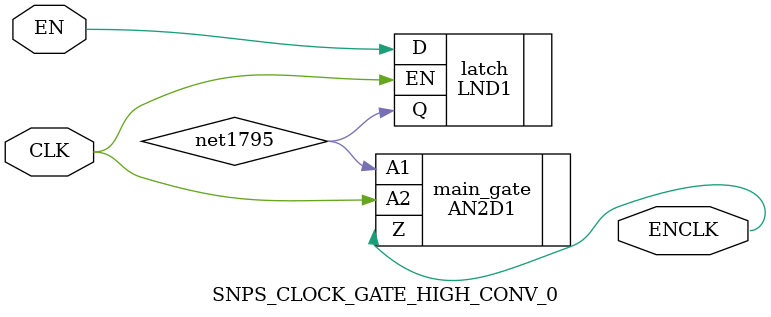
<source format=v>


module CONV ( busy, iaddr, cwr, caddr_wr, cdata_wr, crd, caddr_rd, csel, clk, 
        reset, idata, cdata_rd, ready );
  output [11:0] iaddr;
  output [11:0] caddr_wr;
  output [19:0] cdata_wr;
  output [11:0] caddr_rd;
  output [2:0] csel;
  input [19:0] idata;
  input [19:0] cdata_rd;
  input clk, reset, ready;
  output busy, cwr, crd;
  wire   N88, N89, N90, N91, N92, N95, N96, N97, N98, N99, N107, N109, N110,
         N111, N112, N114, N115, N116, N117, N118, N119, N120, N121, N122,
         N123, N124, N125, N126, N127, N128, N129, N130, N131, N132, N178,
         N179, N180, N181, N182, N184, N185, N186, N187, N188, N249, N250,
         N251, N252, N253, N254, N255, N256, N257, N258, N259, N260, N265,
         N266, N267, N268, N273, N274, N275, N276, N278, N280, N286, N290,
         N295, N298, N299, N303, N306, N307, N310, N311, N312, N313, N484,
         N485, N486, N487, N488, N489, N490, N491, N492, N494, N495, N496,
         N497, N498, N499, N500, N501, N502, N503, N504, N505, N508, N509,
         N512, N514, N515, N516, N520, N524, N528, N529, N532, N536, N537,
         N629, N630, N631, N632, N633, N634, N635, N636, N637, N638, N639,
         N640, N641, N642, N643, N644, N645, N646, N647, N648, N649, N650,
         N651, N652, N653, N654, N655, N656, N657, N658, N659, N660, N661,
         N662, N663, N664, N665, N666, N667, N671, N673, N674, N675, N676,
         N677, N678, N679, N680, N681, N682, N683, N685, N687, N688, N689,
         N690, N691, N692, N693, N694, N695, N696, N697, N698, N699, N700,
         N701, N702, N703, N704, N705, N706, N730, N731, N732, N733, N734,
         N737, N738, N781, N782, N783, N784, N785, N786, N787, N788, N789,
         N790, N791, N792, N796, N797, N804, N849, N870, N871, N872, N873,
         N874, N875, N876, N877, N878, N879, N880, N881, N882, N883, N884,
         N885, N886, N887, N888, N889, N890, N892, N898, N899, N900, N901,
         N904, N906, N918, N921, N922, N924, N925, N926, N929, N930, N934,
         N940, N941, N944, N945, N946, N948, N949, N955, N959, N960, N961,
         N965, N966, N967, N969, N970, N971, N972, N973, N974, N975, N976,
         N977, N978, N979, N980, N981, N984, N985, N986, N987, N990, N991,
         N992, N993, N996, N997, N998, N999, N1001, N1002, N1003, N1004, N1006,
         N1007, N1008, N1010, N1011, N1012, N1016, N1017, N1018, N1021, N1022,
         N1023, N1024, N1028, N1029, N1030, N1031, N1033, N1034, N1035, N1036,
         N1037, N1038, N1039, N1040, N1043, N1044, N1045, N1046, N1047, N1048,
         N1049, N1050, N1051, N1052, N1053, N1054, N1056, N1059, N1060, N1063,
         N1064, N1066, N1067, N1074, N1077, N1080, N1081, N1084, N1085, N1089,
         N1090, N1091, N1095, N1096, N1097, N1100, N1101, N1102, N1103, N1106,
         N1107, N1108, N1109, N1113, N905, N891, N803, N798, N744, N739, N277,
         N263, net1801, net1806, net1809, net1810, net1811, net1812, net1815,
         net1820, net1825, net1830, net1835, net1840, C41_CONTROL2,
         C41_DATA2_0, C41_DATA2_1, C41_DATA2_2, C41_DATA2_3, C41_DATA2_4,
         C41_DATA2_5, C41_DATA2_6, C41_DATA2_7, C41_DATA2_8, C41_DATA2_9,
         C41_DATA2_10, C41_DATA2_11, C41_DATA2_12, C41_DATA2_13, C41_DATA2_14,
         C41_DATA2_15, C41_DATA2_16, C41_DATA2_17, C41_DATA2_18, C41_DATA2_19,
         C41_DATA2_20, C41_DATA2_21, C41_DATA2_22, C41_DATA2_23, C41_DATA2_24,
         C41_DATA2_25, C41_DATA2_26, C41_DATA2_27, C41_DATA2_28, C41_DATA2_29,
         C41_DATA2_30, C41_DATA2_31, C41_DATA2_32, C41_DATA2_33, C41_DATA2_34,
         C41_DATA2_35, C41_DATA2_36, C41_DATA2_37, C41_DATA2_38, C41_DATA2_39,
         add_x_30_n1, add_x_12_n2, add_x_12_n1, n1, n2, n3, n5, n6, n7, n9,
         n10, n11, n12, n13, n14, n15, n16, n17, n18, n19, n21, n22, n23, n24,
         n25, n26, n27, n28, n29, n30, n31, n32, n33, n34, n35, n36, n37, n38,
         n39, n40, n41, n42, n43, n44, n45, n46, n47, n48, n49, n50, n51, n52,
         n53, n54, n55, n56, n57, n58, n59, n60, n61, n62, n63, n64, n65, n66,
         n67, n68, n69, n70, n71, n72, n73, n74, n75, n76, n77, n78, n79, n80,
         n81, n82, n83, n84, n85, n86, n87, n8810, n893, n902, n910, n920, n93,
         n94, n950, n962, n9710, n982, n994, n100, n101, n102, n103, n104,
         n105, n106, n1070, n108, n1092, n1104, n1110, n1120, n113, n1140,
         n1150, n1160, n1170, n1180, n1190, n1200, n1210, n1220, n1230, n1240,
         n1250, n1260, n1270, n1280, n1290, n1300, n1310, n1320, n133, n134,
         n135, n136, n137, n138, n139, n140, n141, n142, n143, n144, n145,
         n146, n147, n148, n149, n150, n151, n152, n153, n154, n155, n156,
         n157, n158, n159, n160, n161, n162, n163, n164, n165, n166, n167,
         n168, n169, n170, n171, n172, n173, n174, n175, n176, n1780, n1790,
         n1800, n1810, n1820, n183, n1840, n1850, n1860, n1870, n1880, n189,
         n190, n191, n192, n193, n194, n195, n196, n197, n198, n199, n200,
         n201, n202, n203, n204, n206, n207, n208, n209, n210, n212, n213,
         n214, n215, n216, n217, n218, n219, n220, n221, n222, n223, n224,
         n225, n226, n227, n228, n229, n230, n231, n233, n234, n235, n236,
         n237, n238, n239, n240, n241, n242, n243, n244, n392, n393, n394,
         n395, n396, n397, n398, n399, n400, n401, n402, n403, n404, n405,
         n406, n407, n408, n409, n410, n411, n412, n413, n414, n415, n416,
         n417, n418, n419, n420, n421, n422, n423, n424, n425, n426, n427,
         n428, n429, n430, n431, n432, n433, n434, n435, n436, n437, n438,
         n439, n440, n441, n442, n443, n444, n445, n446, n447, n448, n449,
         n450, n451, n452, n453, n454, n455, n456, n457, n458, n459, n460,
         n461, n462, n463, n464, n465, n466, n467, n468, n469, n470, n471,
         n472, n473, n474, n475, n476, n477, n478, n479, n480, n481, n482,
         n483, n4840, n4850, n4860, n4870, n4880, n4890, n4900, n4910, n4920,
         n493, n4940, n4950, n4960, n4970, n4980, n4990, n5000, n5010, n5020,
         n5030, n5040, n5050, n506, n507, n5080, n5090, n510, n511, n5120,
         n513, n5140, n5150, n5160, n517, n518, n519, n5200, n521, n522, n523,
         n5240, n525, n526, n527, n5280, n5290, n530, n531, n5320, n533, n534,
         n535, n5360, n5370, n538, n539, n540, n541, n542, n543, n544, n545,
         n546, n547, n548, n549, n550, n551, n552, n553, n554, n555, n556,
         n557, n558, n559, n560, n561, n562;
  wire   [5:1] row;
  wire   [5:1] col;
  wire   [2:0] cs;
  wire   [2:0] ns;
  wire   [3:0] ST_CONV_cnt;
  wire   [3:0] ST_CONV_cnt_r;
  wire   [19:0] idata_r;
  wire   [19:0] kernel_wire;
  wire   [39:0] conv_mac;
  wire   [19:0] maxpool_res;
  wire   [2:0] ST_MAXPOOL_cnt;
  wire   [2:0] ST_MAXPOOL_cnt_r;

  AN2D1 add_x_30_U3 ( .A1(ST_MAXPOOL_cnt[0]), .A2(ST_MAXPOOL_cnt[1]), .Z(
        add_x_30_n1) );
  XOR2D1 add_x_30_U2 ( .A1(ST_MAXPOOL_cnt[0]), .A2(ST_MAXPOOL_cnt[1]), .Z(N730) );
  XOR2D1 add_x_30_U1 ( .A1(add_x_30_n1), .A2(ST_MAXPOOL_cnt[2]), .Z(N731) );
  AN2D1 add_x_12_U5 ( .A1(ST_CONV_cnt[0]), .A2(ST_CONV_cnt[1]), .Z(add_x_12_n2) );
  XOR2D1 add_x_12_U4 ( .A1(ST_CONV_cnt[0]), .A2(ST_CONV_cnt[1]), .Z(N266) );
  AN2D1 add_x_12_U3 ( .A1(add_x_12_n2), .A2(ST_CONV_cnt[2]), .Z(add_x_12_n1)
         );
  XOR2D1 add_x_12_U2 ( .A1(add_x_12_n2), .A2(ST_CONV_cnt[2]), .Z(N267) );
  XOR2D1 add_x_12_U1 ( .A1(add_x_12_n1), .A2(ST_CONV_cnt[3]), .Z(N268) );
  OR2D2 U0 ( .A1(n393), .A2(n555), .Z(C41_CONTROL2) );
  AN2D1 C4 ( .A1(N1008), .A2(N265), .Z(net1812) );
  AN2D1 C3 ( .A1(N1008), .A2(N266), .Z(net1811) );
  AN2D1 C2 ( .A1(N1008), .A2(N267), .Z(net1810) );
  AN2D1 C1 ( .A1(N1008), .A2(N268), .Z(net1809) );
  AN2D1 C1987 ( .A1(n410), .A2(n421), .Z(N921) );
  AN2D1 C1984 ( .A1(n422), .A2(n554), .Z(N918) );
  OR2D1 C1759 ( .A1(N961), .A2(N1008), .Z(N263) );
  AN2D1 C1239 ( .A1(N904), .A2(cs[0]), .Z(N905) );
  AN2D1 C1219 ( .A1(N890), .A2(N925), .Z(N891) );
  AN2D1 C1038 ( .A1(ST_MAXPOOL_cnt_r[1]), .A2(ST_MAXPOOL_cnt_r[0]), .Z(N803)
         );
  AN2D1 C1031 ( .A1(N796), .A2(N797), .Z(N798) );
  AN2D1 C963 ( .A1(ST_MAXPOOL_cnt[1]), .A2(ST_MAXPOOL_cnt[0]), .Z(N744) );
  AN2D1 C956 ( .A1(N737), .A2(N738), .Z(N739) );
  AN2D1 C281 ( .A1(ST_CONV_cnt_r[3]), .A2(ST_CONV_cnt_r[2]), .Z(N312) );
  AN2D1 C280 ( .A1(ST_CONV_cnt_r[3]), .A2(ST_CONV_cnt_r[1]), .Z(N311) );
  AN2D1 C279 ( .A1(ST_CONV_cnt_r[3]), .A2(ST_CONV_cnt_r[0]), .Z(N310) );
  AN2D1 C233 ( .A1(N275), .A2(N276), .Z(N277) );
  OR2D1 C1789 ( .A1(N311), .A2(N312), .Z(N1113) );
  OR2D1 C1788 ( .A1(N310), .A2(N1113), .Z(N313) );
  OR2D1 C1631 ( .A1(col[2]), .A2(N1107), .Z(N1108) );
  OR2D1 C1630 ( .A1(col[3]), .A2(N1106), .Z(N1107) );
  OR2D1 C1629 ( .A1(col[4]), .A2(col[5]), .Z(N1106) );
  OR2D1 C1625 ( .A1(row[2]), .A2(N1101), .Z(N1102) );
  OR2D1 C1624 ( .A1(row[3]), .A2(N1100), .Z(N1101) );
  OR2D1 C1623 ( .A1(row[4]), .A2(row[5]), .Z(N1100) );
  OR2D1 C1620 ( .A1(col[1]), .A2(N1096), .Z(N1097) );
  OR2D1 C1619 ( .A1(col[2]), .A2(N1095), .Z(N1096) );
  OR2D1 C1618 ( .A1(col[3]), .A2(N1106), .Z(N1095) );
  OR2D1 C1614 ( .A1(row[1]), .A2(N1090), .Z(N1091) );
  OR2D1 C1613 ( .A1(row[2]), .A2(N1089), .Z(N1090) );
  OR2D1 C1612 ( .A1(row[3]), .A2(N1100), .Z(N1089) );
  OR2D1 C1608 ( .A1(N1054), .A2(N1084), .Z(N1085) );
  OR2D1 C1607 ( .A1(ST_CONV_cnt_r[2]), .A2(N1053), .Z(N1084) );
  OR2D1 C1602 ( .A1(ST_MAXPOOL_cnt[1]), .A2(N1080), .Z(N1081) );
  OR2D1 C1598 ( .A1(N924), .A2(N934), .Z(N1077) );
  AN2D1 C1582 ( .A1(cs[0]), .A2(N1066), .Z(N1067) );
  AN2D1 C1581 ( .A1(cs[1]), .A2(cs[2]), .Z(N1066) );
  OR2D1 C1578 ( .A1(N924), .A2(cs[2]), .Z(N1063) );
  OR2D1 C1573 ( .A1(ST_CONV_cnt_r[1]), .A2(N1059), .Z(N1060) );
  OR2D1 C1572 ( .A1(ST_CONV_cnt_r[2]), .A2(ST_CONV_cnt_r[3]), .Z(N1059) );
  OR2D1 C1569 ( .A1(N1054), .A2(N1084), .Z(N1056) );
  AN2D1 C1565 ( .A1(N107), .A2(N1051), .Z(N1052) );
  AN2D1 C1564 ( .A1(col[1]), .A2(N1050), .Z(N1051) );
  AN2D1 C1563 ( .A1(col[2]), .A2(N1049), .Z(N1050) );
  AN2D1 C1562 ( .A1(col[3]), .A2(N1048), .Z(N1049) );
  AN2D1 C1561 ( .A1(col[4]), .A2(col[5]), .Z(N1048) );
  AN2D1 C1560 ( .A1(N114), .A2(N1046), .Z(N1047) );
  AN2D1 C1559 ( .A1(row[1]), .A2(N1045), .Z(N1046) );
  AN2D1 C1558 ( .A1(row[2]), .A2(N1044), .Z(N1045) );
  AN2D1 C1557 ( .A1(row[3]), .A2(N1043), .Z(N1044) );
  AN2D1 C1556 ( .A1(row[4]), .A2(row[5]), .Z(N1043) );
  OR2D1 C1553 ( .A1(col[1]), .A2(N1039), .Z(N1040) );
  OR2D1 C1552 ( .A1(col[2]), .A2(N1038), .Z(N1039) );
  OR2D1 C1551 ( .A1(col[3]), .A2(N1037), .Z(N1038) );
  OR2D1 C1550 ( .A1(col[4]), .A2(col[5]), .Z(N1037) );
  AN2D1 C1549 ( .A1(N114), .A2(N1035), .Z(N1036) );
  AN2D1 C1548 ( .A1(row[1]), .A2(N1034), .Z(N1035) );
  AN2D1 C1547 ( .A1(row[2]), .A2(N1033), .Z(N1034) );
  AN2D1 C1546 ( .A1(row[3]), .A2(N1043), .Z(N1033) );
  AN2D1 C1544 ( .A1(N107), .A2(N1030), .Z(N1031) );
  AN2D1 C1543 ( .A1(col[1]), .A2(N1029), .Z(N1030) );
  AN2D1 C1542 ( .A1(col[2]), .A2(N1028), .Z(N1029) );
  AN2D1 C1541 ( .A1(col[3]), .A2(N1048), .Z(N1028) );
  OR2D1 C1537 ( .A1(row[1]), .A2(N1023), .Z(N1024) );
  OR2D1 C1536 ( .A1(row[2]), .A2(N1022), .Z(N1023) );
  OR2D1 C1535 ( .A1(row[3]), .A2(N1021), .Z(N1022) );
  OR2D1 C1534 ( .A1(row[4]), .A2(row[5]), .Z(N1021) );
  OR2D1 C1531 ( .A1(col[1]), .A2(N1017), .Z(N1018) );
  OR2D1 C1530 ( .A1(col[2]), .A2(N1016), .Z(N1017) );
  OR2D1 C1529 ( .A1(col[3]), .A2(N1037), .Z(N1016) );
  OR2D1 C1525 ( .A1(row[1]), .A2(N1011), .Z(N1012) );
  OR2D1 C1524 ( .A1(row[2]), .A2(N1010), .Z(N1011) );
  OR2D1 C1523 ( .A1(row[3]), .A2(N1021), .Z(N1010) );
  OR2D2 C1520 ( .A1(N941), .A2(N1006), .Z(N1007) );
  AN2D1 C1516 ( .A1(row[1]), .A2(N1003), .Z(N1004) );
  AN2D1 C1515 ( .A1(row[2]), .A2(N1002), .Z(N1003) );
  AN2D1 C1514 ( .A1(row[3]), .A2(N1001), .Z(N1002) );
  AN2D1 C1513 ( .A1(row[4]), .A2(row[5]), .Z(N1001) );
  AN2D1 C1511 ( .A1(col[1]), .A2(N998), .Z(N999) );
  AN2D1 C1510 ( .A1(col[2]), .A2(N997), .Z(N998) );
  AN2D1 C1509 ( .A1(col[3]), .A2(N996), .Z(N997) );
  AN2D1 C1508 ( .A1(col[4]), .A2(col[5]), .Z(N996) );
  OR2D1 C1505 ( .A1(col[1]), .A2(N992), .Z(N993) );
  OR2D1 C1504 ( .A1(col[2]), .A2(N991), .Z(N992) );
  OR2D1 C1503 ( .A1(col[3]), .A2(N990), .Z(N991) );
  OR2D1 C1502 ( .A1(col[4]), .A2(col[5]), .Z(N990) );
  OR2D1 C1499 ( .A1(row[1]), .A2(N986), .Z(N987) );
  OR2D1 C1498 ( .A1(row[2]), .A2(N985), .Z(N986) );
  OR2D1 C1497 ( .A1(row[3]), .A2(N984), .Z(N985) );
  OR2D1 C1496 ( .A1(row[4]), .A2(row[5]), .Z(N984) );
  OR2D1 C1493 ( .A1(N977), .A2(N980), .Z(N981) );
  OR2D1 C1492 ( .A1(N976), .A2(N979), .Z(N980) );
  OR2D1 C1491 ( .A1(N975), .A2(N978), .Z(N979) );
  OR2D1 C1490 ( .A1(N974), .A2(N973), .Z(N978) );
  AN2D1 C1484 ( .A1(N107), .A2(N971), .Z(N972) );
  AN2D1 C1483 ( .A1(col[1]), .A2(N970), .Z(N971) );
  AN2D1 C1482 ( .A1(col[2]), .A2(N969), .Z(N970) );
  AN2D1 C1481 ( .A1(col[3]), .A2(N996), .Z(N969) );
  OR2D2 C1469 ( .A1(ns[0]), .A2(N959), .Z(N960) );
  INVD1 I_11 ( .I(ns[2]), .ZN(N955) );
  INVD4 I_9 ( .I(N948), .ZN(N949) );
  OR2D2 C1454 ( .A1(N941), .A2(N959), .Z(N948) );
  AN2D2 C1450 ( .A1(ns[0]), .A2(N945), .Z(N946) );
  AN2D1 C1449 ( .A1(ns[1]), .A2(ns[2]), .Z(N945) );
  INVD1 I_8 ( .I(N948), .ZN(N944) );
  INVD2 I_7 ( .I(ns[0]), .ZN(N941) );
  AN2D1 C1443 ( .A1(cs[0]), .A2(N1066), .Z(csel[1]) );
  AN2D1 C1431 ( .A1(cs[0]), .A2(N929), .Z(N930) );
  AN2D1 C1430 ( .A1(cs[1]), .A2(cs[2]), .Z(N929) );
  OR2D1 C1422 ( .A1(cs[0]), .A2(N922), .Z(busy) );
  OR2D1 C1421 ( .A1(cs[1]), .A2(cs[2]), .Z(N922) );
  OR2D1 C1242 ( .A1(N934), .A2(cs[1]), .Z(N906) );
  AN2D1 C1238 ( .A1(cs[2]), .A2(cs[1]), .Z(N904) );
  OR2D1 C1235 ( .A1(N934), .A2(N924), .Z(N901) );
  OR2D1 C1221 ( .A1(cs[2]), .A2(cs[1]), .Z(N892) );
  AN2D1 C1218 ( .A1(N934), .A2(N924), .Z(N890) );
  OR2D2 C612 ( .A1(ST_CONV_cnt_r[3]), .A2(N273), .Z(N528) );
  OR2D2 C605 ( .A1(ST_CONV_cnt_r[3]), .A2(N273), .Z(N524) );
  OR2D2 C599 ( .A1(ST_CONV_cnt_r[3]), .A2(N273), .Z(N520) );
  OR2D1 C275 ( .A1(N1053), .A2(ST_CONV_cnt_r[2]), .Z(N306) );
  OR2D1 C263 ( .A1(ST_CONV_cnt_r[3]), .A2(N273), .Z(N298) );
  OR2D1 C251 ( .A1(ST_CONV_cnt_r[3]), .A2(N273), .Z(N290) );
  OR2D1 C246 ( .A1(ST_CONV_cnt_r[3]), .A2(ST_CONV_cnt_r[2]), .Z(N286) );
  OR2D1 C235 ( .A1(ST_CONV_cnt_r[3]), .A2(ST_CONV_cnt_r[2]), .Z(N278) );
  AN2D1 C231 ( .A1(N1053), .A2(N273), .Z(N275) );
  DFCND1 cs_reg_0_ ( .D(ns[0]), .CP(clk), .CDN(n1), .Q(cs[0]), .QN(N925) );
  DFCND1 row_reg_0_ ( .D(N127), .CP(net1801), .CDN(n1), .Q(N114), .QN(n447) );
  DFCND1 cs_reg_1_ ( .D(ns[1]), .CP(clk), .CDN(n1), .Q(cs[1]), .QN(N924) );
  DFCND1 cs_reg_2_ ( .D(ns[2]), .CP(clk), .CDN(n1), .Q(cs[2]), .QN(N934) );
  DFCND1 col_reg_5_ ( .D(N126), .CP(net1801), .CDN(n1), .Q(col[5]), .QN(N973)
         );
  DFCND1 col_reg_4_ ( .D(N125), .CP(net1801), .CDN(n1), .Q(col[4]), .QN(N974)
         );
  DFCND1 col_reg_0_ ( .D(N121), .CP(net1801), .CDN(n1), .Q(N107), .QN(n446) );
  DFCND1 col_reg_1_ ( .D(N122), .CP(net1801), .CDN(n1), .Q(col[1]), .QN(N977)
         );
  DFCND1 col_reg_2_ ( .D(N123), .CP(net1801), .CDN(n1), .Q(col[2]), .QN(N976)
         );
  DFCND1 col_reg_3_ ( .D(N124), .CP(net1801), .CDN(n1), .Q(col[3]), .QN(N975)
         );
  DFCND1 row_reg_5_ ( .D(N132), .CP(net1801), .CDN(n1), .Q(row[5]) );
  DFCND1 row_reg_4_ ( .D(N131), .CP(net1801), .CDN(n1), .Q(row[4]), .QN(n444)
         );
  DFCND1 row_reg_1_ ( .D(N128), .CP(net1801), .CDN(n1), .Q(row[1]) );
  DFCND1 row_reg_2_ ( .D(N129), .CP(net1801), .CDN(n1), .Q(row[2]) );
  DFCND1 row_reg_3_ ( .D(N130), .CP(net1801), .CDN(n1), .Q(row[3]), .QN(n442)
         );
  DFD1 ST_MAXPOOL_cnt_reg_0_ ( .D(N732), .CP(clk), .Q(ST_MAXPOOL_cnt[0]), .QN(
        N738) );
  DFD1 ST_MAXPOOL_cnt_r_reg_0_ ( .D(ST_MAXPOOL_cnt[0]), .CP(clk), .Q(
        ST_MAXPOOL_cnt_r[0]), .QN(N797) );
  DFD1 ST_MAXPOOL_cnt_reg_1_ ( .D(N733), .CP(clk), .Q(ST_MAXPOOL_cnt[1]), .QN(
        N737) );
  DFD1 ST_MAXPOOL_cnt_r_reg_1_ ( .D(ST_MAXPOOL_cnt[1]), .CP(clk), .Q(
        ST_MAXPOOL_cnt_r[1]), .QN(N796) );
  DFD1 ST_MAXPOOL_cnt_reg_2_ ( .D(N734), .CP(clk), .Q(ST_MAXPOOL_cnt[2]), .QN(
        N1080) );
  DFD1 maxpool_res_reg_0_ ( .D(N870), .CP(net1840), .Q(maxpool_res[0]) );
  DFD1 maxpool_res_reg_19_ ( .D(N889), .CP(net1840), .Q(maxpool_res[19]) );
  DFD1 maxpool_res_reg_18_ ( .D(N888), .CP(net1840), .Q(maxpool_res[18]) );
  DFD1 maxpool_res_reg_17_ ( .D(N887), .CP(net1840), .Q(maxpool_res[17]) );
  DFD1 maxpool_res_reg_16_ ( .D(N886), .CP(net1840), .Q(maxpool_res[16]) );
  DFD1 maxpool_res_reg_15_ ( .D(N885), .CP(net1840), .Q(maxpool_res[15]) );
  DFD1 maxpool_res_reg_14_ ( .D(N884), .CP(net1840), .Q(maxpool_res[14]) );
  DFD1 maxpool_res_reg_13_ ( .D(N883), .CP(net1840), .Q(maxpool_res[13]) );
  DFD1 maxpool_res_reg_12_ ( .D(N882), .CP(net1840), .Q(maxpool_res[12]) );
  DFD1 maxpool_res_reg_11_ ( .D(N881), .CP(net1840), .Q(maxpool_res[11]) );
  DFD1 maxpool_res_reg_10_ ( .D(N880), .CP(net1840), .Q(maxpool_res[10]) );
  DFD1 maxpool_res_reg_9_ ( .D(N879), .CP(net1840), .Q(maxpool_res[9]) );
  DFD1 maxpool_res_reg_8_ ( .D(N878), .CP(net1840), .Q(maxpool_res[8]) );
  DFD1 maxpool_res_reg_7_ ( .D(N877), .CP(net1840), .Q(maxpool_res[7]) );
  DFD1 maxpool_res_reg_6_ ( .D(N876), .CP(net1840), .Q(maxpool_res[6]) );
  DFD1 maxpool_res_reg_5_ ( .D(N875), .CP(net1840), .Q(maxpool_res[5]) );
  DFD1 maxpool_res_reg_4_ ( .D(N874), .CP(net1840), .Q(maxpool_res[4]) );
  DFD1 maxpool_res_reg_3_ ( .D(N873), .CP(net1840), .Q(maxpool_res[3]) );
  DFD1 maxpool_res_reg_2_ ( .D(N872), .CP(net1840), .Q(maxpool_res[2]) );
  DFD1 maxpool_res_reg_1_ ( .D(N871), .CP(net1840), .Q(maxpool_res[1]) );
  DFD1 iaddr_reg_11_ ( .D(N260), .CP(net1806), .Q(iaddr[11]) );
  DFD1 iaddr_reg_10_ ( .D(N259), .CP(net1806), .Q(iaddr[10]) );
  DFD1 iaddr_reg_9_ ( .D(N258), .CP(net1806), .Q(iaddr[9]) );
  DFD1 iaddr_reg_8_ ( .D(N257), .CP(net1806), .Q(iaddr[8]) );
  DFD1 iaddr_reg_7_ ( .D(N256), .CP(net1806), .Q(iaddr[7]) );
  DFD1 iaddr_reg_6_ ( .D(N255), .CP(net1806), .Q(iaddr[6]) );
  DFD1 iaddr_reg_5_ ( .D(N254), .CP(net1806), .Q(iaddr[5]) );
  DFD1 iaddr_reg_4_ ( .D(N253), .CP(net1806), .Q(iaddr[4]) );
  DFD1 iaddr_reg_3_ ( .D(N252), .CP(net1806), .Q(iaddr[3]) );
  DFD1 iaddr_reg_2_ ( .D(N251), .CP(net1806), .Q(iaddr[2]) );
  DFD1 iaddr_reg_1_ ( .D(N250), .CP(net1806), .Q(iaddr[1]) );
  DFD1 iaddr_reg_0_ ( .D(N249), .CP(net1806), .Q(iaddr[0]) );
  DFD1 caddr_rd_reg_0_ ( .D(N781), .CP(net1835), .Q(caddr_rd[0]) );
  DFD1 caddr_rd_reg_1_ ( .D(N782), .CP(net1835), .Q(caddr_rd[1]) );
  DFD1 caddr_rd_reg_2_ ( .D(N783), .CP(net1835), .Q(caddr_rd[2]) );
  DFD1 caddr_rd_reg_3_ ( .D(N784), .CP(net1835), .Q(caddr_rd[3]) );
  DFD1 caddr_rd_reg_4_ ( .D(N785), .CP(net1835), .Q(caddr_rd[4]) );
  DFD1 caddr_rd_reg_5_ ( .D(N786), .CP(net1835), .Q(caddr_rd[5]) );
  DFD1 caddr_rd_reg_7_ ( .D(N788), .CP(net1835), .Q(caddr_rd[7]) );
  DFD1 caddr_rd_reg_8_ ( .D(N789), .CP(net1835), .Q(caddr_rd[8]) );
  DFD1 caddr_rd_reg_9_ ( .D(N790), .CP(net1835), .Q(caddr_rd[9]) );
  DFD1 caddr_rd_reg_10_ ( .D(N791), .CP(net1835), .Q(caddr_rd[10]) );
  DFD1 caddr_rd_reg_11_ ( .D(N792), .CP(net1835), .Q(caddr_rd[11]) );
  DFCND1 ST_CONV_cnt_reg_0_ ( .D(net1812), .CP(net1815), .CDN(n1), .Q(
        ST_CONV_cnt[0]), .QN(N265) );
  DFCND1 ST_CONV_cnt_reg_1_ ( .D(net1811), .CP(net1815), .CDN(n1), .Q(
        ST_CONV_cnt[1]), .QN(n416) );
  DFCND1 ST_CONV_cnt_reg_2_ ( .D(net1810), .CP(net1815), .CDN(n1), .Q(
        ST_CONV_cnt[2]), .QN(n406) );
  DFCND1 ST_CONV_cnt_reg_3_ ( .D(net1809), .CP(net1815), .CDN(n1), .Q(
        ST_CONV_cnt[3]), .QN(n441) );
  DFD1 crd_reg ( .D(N967), .CP(clk), .Q(crd) );
  DFD1 caddr_wr_reg_0_ ( .D(N674), .CP(net1830), .Q(caddr_wr[0]) );
  DFD1 caddr_wr_reg_1_ ( .D(N675), .CP(net1830), .Q(caddr_wr[1]) );
  DFD1 caddr_wr_reg_2_ ( .D(N676), .CP(net1830), .Q(caddr_wr[2]) );
  DFD1 caddr_wr_reg_3_ ( .D(N677), .CP(net1830), .Q(caddr_wr[3]) );
  DFD1 caddr_wr_reg_4_ ( .D(N678), .CP(net1830), .Q(caddr_wr[4]) );
  DFD1 caddr_wr_reg_5_ ( .D(N679), .CP(net1830), .Q(caddr_wr[5]) );
  DFD1 caddr_wr_reg_7_ ( .D(N681), .CP(net1830), .Q(caddr_wr[7]) );
  DFD1 caddr_wr_reg_8_ ( .D(N682), .CP(net1830), .Q(caddr_wr[8]) );
  DFD1 caddr_wr_reg_9_ ( .D(N683), .CP(net1830), .Q(caddr_wr[9]) );
  DFD1 caddr_wr_reg_11_ ( .D(N685), .CP(net1830), .Q(caddr_wr[11]) );
  DFD1 cwr_reg ( .D(N671), .CP(clk), .Q(cwr) );
  DFD1 idata_r_reg_19_ ( .D(N503), .CP(net1820), .Q(idata_r[19]) );
  DFD1 idata_r_reg_18_ ( .D(N502), .CP(net1820), .Q(idata_r[18]) );
  DFD1 idata_r_reg_17_ ( .D(N501), .CP(net1820), .Q(idata_r[17]) );
  DFD1 idata_r_reg_16_ ( .D(N500), .CP(net1820), .Q(idata_r[16]) );
  DFD1 idata_r_reg_15_ ( .D(N499), .CP(net1820), .Q(idata_r[15]) );
  DFD1 idata_r_reg_14_ ( .D(N498), .CP(net1820), .Q(idata_r[14]) );
  DFD1 idata_r_reg_13_ ( .D(N497), .CP(net1820), .Q(idata_r[13]) );
  DFD1 idata_r_reg_12_ ( .D(N496), .CP(net1820), .Q(idata_r[12]) );
  DFD1 idata_r_reg_11_ ( .D(N495), .CP(net1820), .Q(idata_r[11]) );
  DFD1 idata_r_reg_10_ ( .D(N494), .CP(net1820), .Q(idata_r[10]) );
  DFD1 idata_r_reg_8_ ( .D(N492), .CP(net1820), .Q(idata_r[8]) );
  DFD1 idata_r_reg_7_ ( .D(N491), .CP(net1820), .Q(idata_r[7]) );
  DFD1 idata_r_reg_6_ ( .D(N490), .CP(net1820), .Q(idata_r[6]) );
  DFD1 idata_r_reg_5_ ( .D(N489), .CP(net1820), .Q(idata_r[5]) );
  DFD1 idata_r_reg_4_ ( .D(N488), .CP(net1820), .Q(idata_r[4]) );
  DFD1 idata_r_reg_3_ ( .D(N487), .CP(net1820), .Q(idata_r[3]) );
  DFD1 idata_r_reg_2_ ( .D(N486), .CP(net1820), .Q(idata_r[2]) );
  DFD1 conv_mac_reg_0_ ( .D(N629), .CP(net1825), .Q(conv_mac[0]) );
  DFD1 conv_mac_reg_1_ ( .D(N630), .CP(net1825), .Q(conv_mac[1]) );
  DFD1 conv_mac_reg_2_ ( .D(N631), .CP(net1825), .Q(conv_mac[2]) );
  DFD1 conv_mac_reg_3_ ( .D(N632), .CP(net1825), .Q(conv_mac[3]) );
  DFD1 conv_mac_reg_4_ ( .D(N633), .CP(net1825), .Q(conv_mac[4]) );
  DFD1 conv_mac_reg_5_ ( .D(N634), .CP(net1825), .Q(conv_mac[5]) );
  DFD1 conv_mac_reg_6_ ( .D(N635), .CP(net1825), .Q(conv_mac[6]) );
  DFD1 conv_mac_reg_7_ ( .D(N636), .CP(net1825), .Q(conv_mac[7]) );
  DFD1 conv_mac_reg_8_ ( .D(N637), .CP(net1825), .Q(conv_mac[8]) );
  DFD1 conv_mac_reg_9_ ( .D(N638), .CP(net1825), .Q(conv_mac[9]) );
  DFD1 conv_mac_reg_10_ ( .D(N639), .CP(net1825), .Q(conv_mac[10]) );
  DFD1 conv_mac_reg_11_ ( .D(N640), .CP(net1825), .Q(conv_mac[11]) );
  DFD1 conv_mac_reg_12_ ( .D(N641), .CP(net1825), .Q(conv_mac[12]) );
  DFD1 conv_mac_reg_13_ ( .D(N642), .CP(net1825), .Q(conv_mac[13]) );
  DFD1 conv_mac_reg_14_ ( .D(N643), .CP(net1825), .Q(conv_mac[14]) );
  DFD1 conv_mac_reg_15_ ( .D(N644), .CP(net1825), .Q(conv_mac[15]), .QN(n86)
         );
  DFD1 conv_mac_reg_16_ ( .D(N645), .CP(net1825), .Q(conv_mac[16]) );
  DFD1 conv_mac_reg_17_ ( .D(N646), .CP(net1825), .Q(conv_mac[17]) );
  DFD1 conv_mac_reg_18_ ( .D(N647), .CP(net1825), .Q(conv_mac[18]) );
  DFD1 conv_mac_reg_19_ ( .D(N648), .CP(net1825), .Q(conv_mac[19]) );
  DFD1 conv_mac_reg_20_ ( .D(N649), .CP(net1825), .Q(conv_mac[20]) );
  DFD1 conv_mac_reg_21_ ( .D(N650), .CP(net1825), .Q(conv_mac[21]) );
  DFD1 conv_mac_reg_22_ ( .D(N651), .CP(net1825), .Q(conv_mac[22]) );
  DFD1 conv_mac_reg_23_ ( .D(N652), .CP(net1825), .Q(conv_mac[23]) );
  DFD1 conv_mac_reg_24_ ( .D(N653), .CP(net1825), .Q(conv_mac[24]) );
  DFD1 conv_mac_reg_25_ ( .D(N654), .CP(net1825), .Q(conv_mac[25]) );
  DFD1 conv_mac_reg_26_ ( .D(N655), .CP(net1825), .Q(conv_mac[26]) );
  DFD1 conv_mac_reg_27_ ( .D(N656), .CP(net1825), .Q(conv_mac[27]) );
  DFD1 conv_mac_reg_28_ ( .D(N657), .CP(net1825), .Q(conv_mac[28]) );
  DFD1 conv_mac_reg_29_ ( .D(N658), .CP(net1825), .Q(conv_mac[29]) );
  DFD1 conv_mac_reg_30_ ( .D(N659), .CP(net1825), .Q(conv_mac[30]) );
  DFD1 conv_mac_reg_31_ ( .D(N660), .CP(net1825), .Q(conv_mac[31]) );
  DFD1 conv_mac_reg_32_ ( .D(N661), .CP(net1825), .Q(conv_mac[32]) );
  DFD1 conv_mac_reg_33_ ( .D(N662), .CP(net1825), .Q(conv_mac[33]) );
  DFD1 conv_mac_reg_34_ ( .D(N663), .CP(net1825), .Q(conv_mac[34]) );
  DFD1 conv_mac_reg_35_ ( .D(N664), .CP(net1825), .Q(conv_mac[35]) );
  DFD1 conv_mac_reg_36_ ( .D(N665), .CP(net1825), .Q(conv_mac[36]) );
  DFD1 conv_mac_reg_37_ ( .D(N666), .CP(net1825), .Q(conv_mac[37]) );
  DFD1 conv_mac_reg_38_ ( .D(N667), .CP(net1825), .Q(conv_mac[38]) );
  DFD1 caddr_wr_reg_6_ ( .D(N680), .CP(net1830), .Q(caddr_wr[6]) );
  DFD1 caddr_rd_reg_6_ ( .D(N787), .CP(net1835), .Q(caddr_rd[6]) );
  INVD1 U3 ( .I(reset), .ZN(n1) );
  ND2D1 U4 ( .A1(n2), .A2(n3), .ZN(ns[2]) );
  NR2D1 U5 ( .A1(n426), .A2(N905), .ZN(n3) );
  ND4D1 U6 ( .A1(n2), .A2(n425), .A3(n5), .A4(n6), .ZN(ns[1]) );
  ND2D1 U7 ( .A1(n424), .A2(n412), .ZN(n6) );
  ND2D1 U8 ( .A1(n426), .A2(n405), .ZN(n5) );
  NR2D1 U10 ( .A1(n7), .A2(n411), .ZN(n2) );
  NR2D1 U11 ( .A1(n404), .A2(N899), .ZN(n7) );
  ND4D2 U13 ( .A1(n9), .A2(n10), .A3(n11), .A4(n12), .ZN(ns[0]) );
  ND2D1 U14 ( .A1(n404), .A2(N900), .ZN(n12) );
  ND2D2 U15 ( .A1(N891), .A2(ready), .ZN(n11) );
  ND2D1 U16 ( .A1(n411), .A2(n428), .ZN(n10) );
  NR2D1 U17 ( .A1(n412), .A2(N905), .ZN(n9) );
  NR2D1 U24 ( .A1(n417), .A2(kernel_wire[5]), .ZN(n18) );
  OR2D1 U32 ( .A1(n549), .A2(n558), .Z(kernel_wire[12]) );
  NR2D1 U35 ( .A1(n548), .A2(n556), .ZN(n16) );
  NR2D1 U44 ( .A1(n547), .A2(n549), .ZN(n22) );
  OR3D1 U45 ( .A1(csel[1]), .A2(n409), .A3(n423), .Z(csel[0]) );
  ND3D1 U46 ( .A1(n23), .A2(n24), .A3(n25), .ZN(cdata_wr[9]) );
  ND2D1 U47 ( .A1(n26), .A2(conv_mac[25]), .ZN(n25) );
  ND2D1 U48 ( .A1(n27), .A2(N696), .ZN(n24) );
  ND2D1 U49 ( .A1(N930), .A2(maxpool_res[9]), .ZN(n23) );
  ND3D1 U50 ( .A1(n28), .A2(n29), .A3(n30), .ZN(cdata_wr[8]) );
  ND2D1 U51 ( .A1(n26), .A2(conv_mac[24]), .ZN(n30) );
  ND2D1 U52 ( .A1(n27), .A2(N695), .ZN(n29) );
  ND2D1 U53 ( .A1(N930), .A2(maxpool_res[8]), .ZN(n28) );
  ND3D1 U54 ( .A1(n31), .A2(n32), .A3(n33), .ZN(cdata_wr[7]) );
  ND2D1 U55 ( .A1(n26), .A2(conv_mac[23]), .ZN(n33) );
  ND2D1 U56 ( .A1(n27), .A2(N694), .ZN(n32) );
  ND2D1 U57 ( .A1(N930), .A2(maxpool_res[7]), .ZN(n31) );
  ND3D1 U58 ( .A1(n34), .A2(n35), .A3(n36), .ZN(cdata_wr[6]) );
  ND2D1 U59 ( .A1(n26), .A2(conv_mac[22]), .ZN(n36) );
  ND2D1 U60 ( .A1(n27), .A2(N693), .ZN(n35) );
  ND2D1 U61 ( .A1(N930), .A2(maxpool_res[6]), .ZN(n34) );
  ND3D1 U62 ( .A1(n37), .A2(n38), .A3(n39), .ZN(cdata_wr[5]) );
  ND2D1 U63 ( .A1(n26), .A2(conv_mac[21]), .ZN(n39) );
  ND2D1 U64 ( .A1(n27), .A2(N692), .ZN(n38) );
  ND2D1 U65 ( .A1(N930), .A2(maxpool_res[5]), .ZN(n37) );
  ND3D1 U66 ( .A1(n40), .A2(n41), .A3(n42), .ZN(cdata_wr[4]) );
  ND2D1 U67 ( .A1(n26), .A2(conv_mac[20]), .ZN(n42) );
  ND2D1 U68 ( .A1(n27), .A2(N691), .ZN(n41) );
  ND2D1 U69 ( .A1(N930), .A2(maxpool_res[4]), .ZN(n40) );
  ND3D1 U70 ( .A1(n43), .A2(n44), .A3(n45), .ZN(cdata_wr[3]) );
  ND2D1 U71 ( .A1(n26), .A2(conv_mac[19]), .ZN(n45) );
  ND2D1 U72 ( .A1(n27), .A2(N690), .ZN(n44) );
  ND2D1 U73 ( .A1(N930), .A2(maxpool_res[3]), .ZN(n43) );
  ND3D1 U74 ( .A1(n46), .A2(n47), .A3(n48), .ZN(cdata_wr[2]) );
  ND2D1 U75 ( .A1(n26), .A2(conv_mac[18]), .ZN(n48) );
  ND2D1 U76 ( .A1(n27), .A2(N689), .ZN(n47) );
  ND2D1 U77 ( .A1(N930), .A2(maxpool_res[2]), .ZN(n46) );
  ND3D1 U78 ( .A1(n49), .A2(n50), .A3(n51), .ZN(cdata_wr[1]) );
  ND2D1 U79 ( .A1(n26), .A2(conv_mac[17]), .ZN(n51) );
  ND2D1 U80 ( .A1(n27), .A2(N688), .ZN(n50) );
  ND2D1 U81 ( .A1(N930), .A2(maxpool_res[1]), .ZN(n49) );
  ND3D1 U82 ( .A1(n52), .A2(n53), .A3(n54), .ZN(cdata_wr[19]) );
  ND2D1 U83 ( .A1(n26), .A2(conv_mac[35]), .ZN(n54) );
  ND2D1 U84 ( .A1(n27), .A2(N706), .ZN(n53) );
  ND2D1 U85 ( .A1(N930), .A2(maxpool_res[19]), .ZN(n52) );
  ND3D1 U86 ( .A1(n55), .A2(n56), .A3(n57), .ZN(cdata_wr[18]) );
  ND2D1 U87 ( .A1(n26), .A2(conv_mac[34]), .ZN(n57) );
  ND2D1 U88 ( .A1(n27), .A2(N705), .ZN(n56) );
  ND2D1 U89 ( .A1(N930), .A2(maxpool_res[18]), .ZN(n55) );
  ND3D1 U90 ( .A1(n58), .A2(n59), .A3(n60), .ZN(cdata_wr[17]) );
  ND2D1 U91 ( .A1(n26), .A2(conv_mac[33]), .ZN(n60) );
  ND2D1 U92 ( .A1(n27), .A2(N704), .ZN(n59) );
  ND2D1 U93 ( .A1(N930), .A2(maxpool_res[17]), .ZN(n58) );
  ND3D1 U94 ( .A1(n61), .A2(n62), .A3(n63), .ZN(cdata_wr[16]) );
  ND2D1 U95 ( .A1(n26), .A2(conv_mac[32]), .ZN(n63) );
  ND2D1 U96 ( .A1(n27), .A2(N703), .ZN(n62) );
  ND2D1 U97 ( .A1(N930), .A2(maxpool_res[16]), .ZN(n61) );
  ND3D1 U98 ( .A1(n64), .A2(n65), .A3(n66), .ZN(cdata_wr[15]) );
  ND2D1 U99 ( .A1(n26), .A2(conv_mac[31]), .ZN(n66) );
  ND2D1 U100 ( .A1(n27), .A2(N702), .ZN(n65) );
  ND2D1 U101 ( .A1(N930), .A2(maxpool_res[15]), .ZN(n64) );
  ND3D1 U102 ( .A1(n67), .A2(n68), .A3(n69), .ZN(cdata_wr[14]) );
  ND2D1 U103 ( .A1(n26), .A2(conv_mac[30]), .ZN(n69) );
  ND2D1 U104 ( .A1(n27), .A2(N701), .ZN(n68) );
  ND2D1 U105 ( .A1(N930), .A2(maxpool_res[14]), .ZN(n67) );
  ND3D1 U106 ( .A1(n70), .A2(n71), .A3(n72), .ZN(cdata_wr[13]) );
  ND2D1 U107 ( .A1(n26), .A2(conv_mac[29]), .ZN(n72) );
  ND2D1 U108 ( .A1(n27), .A2(N700), .ZN(n71) );
  ND2D1 U109 ( .A1(N930), .A2(maxpool_res[13]), .ZN(n70) );
  ND3D1 U110 ( .A1(n73), .A2(n74), .A3(n75), .ZN(cdata_wr[12]) );
  ND2D1 U111 ( .A1(n26), .A2(conv_mac[28]), .ZN(n75) );
  ND2D1 U112 ( .A1(n27), .A2(N699), .ZN(n74) );
  ND2D1 U113 ( .A1(N930), .A2(maxpool_res[12]), .ZN(n73) );
  ND3D1 U114 ( .A1(n76), .A2(n77), .A3(n78), .ZN(cdata_wr[11]) );
  ND2D1 U115 ( .A1(n26), .A2(conv_mac[27]), .ZN(n78) );
  ND2D1 U116 ( .A1(n27), .A2(N698), .ZN(n77) );
  ND2D1 U117 ( .A1(N930), .A2(maxpool_res[11]), .ZN(n76) );
  ND3D1 U118 ( .A1(n79), .A2(n80), .A3(n81), .ZN(cdata_wr[10]) );
  ND2D1 U119 ( .A1(n26), .A2(conv_mac[26]), .ZN(n81) );
  ND2D1 U120 ( .A1(n27), .A2(N697), .ZN(n80) );
  ND2D1 U121 ( .A1(N930), .A2(maxpool_res[10]), .ZN(n79) );
  ND3D1 U122 ( .A1(n82), .A2(n83), .A3(n84), .ZN(cdata_wr[0]) );
  ND2D1 U123 ( .A1(n26), .A2(conv_mac[16]), .ZN(n84) );
  ND2D1 U125 ( .A1(n27), .A2(N687), .ZN(n83) );
  ND2D1 U127 ( .A1(n418), .A2(n87), .ZN(n85) );
  ND2D1 U128 ( .A1(N930), .A2(maxpool_res[0]), .ZN(n82) );
  ND2D1 U129 ( .A1(n8810), .A2(n893), .ZN(N889) );
  ND2D1 U130 ( .A1(cdata_rd[19]), .A2(n902), .ZN(n893) );
  ND2D1 U131 ( .A1(n910), .A2(maxpool_res[19]), .ZN(n8810) );
  ND2D1 U132 ( .A1(n920), .A2(n93), .ZN(N888) );
  ND2D1 U133 ( .A1(cdata_rd[18]), .A2(n902), .ZN(n93) );
  ND2D1 U134 ( .A1(n910), .A2(maxpool_res[18]), .ZN(n920) );
  ND2D1 U135 ( .A1(n94), .A2(n950), .ZN(N887) );
  ND2D1 U136 ( .A1(cdata_rd[17]), .A2(n902), .ZN(n950) );
  ND2D1 U137 ( .A1(n910), .A2(maxpool_res[17]), .ZN(n94) );
  ND2D1 U138 ( .A1(n962), .A2(n9710), .ZN(N886) );
  ND2D1 U139 ( .A1(cdata_rd[16]), .A2(n902), .ZN(n9710) );
  ND2D1 U140 ( .A1(n910), .A2(maxpool_res[16]), .ZN(n962) );
  ND2D1 U141 ( .A1(n982), .A2(n994), .ZN(N885) );
  ND2D1 U142 ( .A1(cdata_rd[15]), .A2(n902), .ZN(n994) );
  ND2D1 U143 ( .A1(n910), .A2(maxpool_res[15]), .ZN(n982) );
  ND2D1 U144 ( .A1(n100), .A2(n101), .ZN(N884) );
  ND2D1 U145 ( .A1(cdata_rd[14]), .A2(n902), .ZN(n101) );
  ND2D1 U146 ( .A1(n910), .A2(maxpool_res[14]), .ZN(n100) );
  ND2D1 U147 ( .A1(n102), .A2(n103), .ZN(N883) );
  ND2D1 U148 ( .A1(cdata_rd[13]), .A2(n902), .ZN(n103) );
  ND2D1 U149 ( .A1(n910), .A2(maxpool_res[13]), .ZN(n102) );
  ND2D1 U150 ( .A1(n104), .A2(n105), .ZN(N882) );
  ND2D1 U151 ( .A1(cdata_rd[12]), .A2(n902), .ZN(n105) );
  ND2D1 U152 ( .A1(n910), .A2(maxpool_res[12]), .ZN(n104) );
  ND2D1 U153 ( .A1(n106), .A2(n1070), .ZN(N881) );
  ND2D1 U154 ( .A1(cdata_rd[11]), .A2(n902), .ZN(n1070) );
  ND2D1 U155 ( .A1(n910), .A2(maxpool_res[11]), .ZN(n106) );
  ND2D1 U156 ( .A1(n108), .A2(n1092), .ZN(N880) );
  ND2D1 U157 ( .A1(cdata_rd[10]), .A2(n902), .ZN(n1092) );
  ND2D1 U158 ( .A1(n910), .A2(maxpool_res[10]), .ZN(n108) );
  ND2D1 U159 ( .A1(n1104), .A2(n1110), .ZN(N879) );
  ND2D1 U160 ( .A1(cdata_rd[9]), .A2(n902), .ZN(n1110) );
  ND2D1 U161 ( .A1(n910), .A2(maxpool_res[9]), .ZN(n1104) );
  ND2D1 U162 ( .A1(n1120), .A2(n113), .ZN(N878) );
  ND2D1 U163 ( .A1(cdata_rd[8]), .A2(n902), .ZN(n113) );
  ND2D1 U164 ( .A1(n910), .A2(maxpool_res[8]), .ZN(n1120) );
  ND2D1 U165 ( .A1(n1140), .A2(n1150), .ZN(N877) );
  ND2D1 U166 ( .A1(cdata_rd[7]), .A2(n902), .ZN(n1150) );
  ND2D1 U167 ( .A1(n910), .A2(maxpool_res[7]), .ZN(n1140) );
  ND2D1 U168 ( .A1(n1160), .A2(n1170), .ZN(N876) );
  ND2D1 U169 ( .A1(cdata_rd[6]), .A2(n902), .ZN(n1170) );
  ND2D1 U170 ( .A1(n910), .A2(maxpool_res[6]), .ZN(n1160) );
  ND2D1 U171 ( .A1(n1180), .A2(n1190), .ZN(N875) );
  ND2D1 U172 ( .A1(cdata_rd[5]), .A2(n902), .ZN(n1190) );
  ND2D1 U173 ( .A1(n910), .A2(maxpool_res[5]), .ZN(n1180) );
  ND2D1 U174 ( .A1(n1200), .A2(n1210), .ZN(N874) );
  ND2D1 U175 ( .A1(cdata_rd[4]), .A2(n902), .ZN(n1210) );
  ND2D1 U176 ( .A1(n910), .A2(maxpool_res[4]), .ZN(n1200) );
  ND2D1 U177 ( .A1(n1220), .A2(n1230), .ZN(N873) );
  ND2D1 U178 ( .A1(cdata_rd[3]), .A2(n902), .ZN(n1230) );
  ND2D1 U179 ( .A1(n910), .A2(maxpool_res[3]), .ZN(n1220) );
  ND2D1 U180 ( .A1(n1240), .A2(n1250), .ZN(N872) );
  ND2D1 U181 ( .A1(cdata_rd[2]), .A2(n902), .ZN(n1250) );
  ND2D1 U182 ( .A1(n910), .A2(maxpool_res[2]), .ZN(n1240) );
  ND2D1 U183 ( .A1(n1260), .A2(n1270), .ZN(N871) );
  ND2D1 U184 ( .A1(cdata_rd[1]), .A2(n902), .ZN(n1270) );
  ND2D1 U185 ( .A1(n910), .A2(maxpool_res[1]), .ZN(n1260) );
  ND2D1 U186 ( .A1(n1280), .A2(n1290), .ZN(N870) );
  ND2D1 U187 ( .A1(cdata_rd[0]), .A2(n902), .ZN(n1290) );
  OR2D1 U188 ( .A1(n1300), .A2(N798), .Z(n902) );
  NR2D1 U189 ( .A1(n1310), .A2(N849), .ZN(n1300) );
  INVD1 U190 ( .I(n1320), .ZN(n1310) );
  ND2D1 U191 ( .A1(maxpool_res[0]), .A2(n910), .ZN(n1280) );
  AN2D1 U192 ( .A1(N849), .A2(n1320), .Z(n910) );
  OR3D1 U193 ( .A1(n440), .A2(N803), .A3(n415), .Z(n1320) );
  ND3D1 U194 ( .A1(n133), .A2(n134), .A3(n135), .ZN(N792) );
  ND2D1 U195 ( .A1(N99), .A2(n136), .ZN(n135) );
  ND2D1 U196 ( .A1(row[5]), .A2(n137), .ZN(n134) );
  ND2D1 U197 ( .A1(caddr_rd[11]), .A2(ST_MAXPOOL_cnt[2]), .ZN(n133) );
  ND3D1 U198 ( .A1(n138), .A2(n139), .A3(n140), .ZN(N791) );
  ND2D1 U199 ( .A1(N98), .A2(n136), .ZN(n140) );
  ND2D1 U200 ( .A1(row[4]), .A2(n137), .ZN(n139) );
  ND2D1 U201 ( .A1(caddr_rd[10]), .A2(ST_MAXPOOL_cnt[2]), .ZN(n138) );
  ND3D1 U202 ( .A1(n141), .A2(n142), .A3(n143), .ZN(N790) );
  ND2D1 U203 ( .A1(N97), .A2(n136), .ZN(n143) );
  ND2D1 U204 ( .A1(row[3]), .A2(n137), .ZN(n142) );
  ND2D1 U205 ( .A1(caddr_rd[9]), .A2(ST_MAXPOOL_cnt[2]), .ZN(n141) );
  ND3D1 U206 ( .A1(n144), .A2(n145), .A3(n146), .ZN(N789) );
  ND2D1 U207 ( .A1(N96), .A2(n136), .ZN(n146) );
  ND2D1 U208 ( .A1(row[2]), .A2(n137), .ZN(n145) );
  ND2D1 U209 ( .A1(caddr_rd[8]), .A2(ST_MAXPOOL_cnt[2]), .ZN(n144) );
  ND3D1 U210 ( .A1(n147), .A2(n148), .A3(n149), .ZN(N788) );
  ND2D1 U211 ( .A1(N95), .A2(n136), .ZN(n149) );
  ND2D1 U212 ( .A1(row[1]), .A2(n137), .ZN(n148) );
  ND2D1 U213 ( .A1(caddr_rd[7]), .A2(ST_MAXPOOL_cnt[2]), .ZN(n147) );
  ND3D1 U214 ( .A1(n150), .A2(n151), .A3(n152), .ZN(N787) );
  ND2D1 U215 ( .A1(n447), .A2(n136), .ZN(n152) );
  NR2D1 U216 ( .A1(n153), .A2(ST_MAXPOOL_cnt[2]), .ZN(n136) );
  NR2D1 U217 ( .A1(n443), .A2(N744), .ZN(n153) );
  ND2D1 U218 ( .A1(N114), .A2(n137), .ZN(n151) );
  NR2D1 U219 ( .A1(n154), .A2(ST_MAXPOOL_cnt[2]), .ZN(n137) );
  NR2D1 U220 ( .A1(N739), .A2(n445), .ZN(n154) );
  ND2D1 U221 ( .A1(caddr_rd[6]), .A2(ST_MAXPOOL_cnt[2]), .ZN(n150) );
  ND3D1 U222 ( .A1(n155), .A2(n156), .A3(n157), .ZN(N786) );
  ND2D1 U223 ( .A1(col[5]), .A2(n158), .ZN(n157) );
  ND2D1 U224 ( .A1(N92), .A2(n159), .ZN(n156) );
  ND2D1 U225 ( .A1(caddr_rd[5]), .A2(ST_MAXPOOL_cnt[2]), .ZN(n155) );
  ND3D1 U226 ( .A1(n160), .A2(n161), .A3(n162), .ZN(N785) );
  ND2D1 U227 ( .A1(col[4]), .A2(n158), .ZN(n162) );
  ND2D1 U228 ( .A1(N91), .A2(n159), .ZN(n161) );
  ND2D1 U229 ( .A1(caddr_rd[4]), .A2(ST_MAXPOOL_cnt[2]), .ZN(n160) );
  ND3D1 U230 ( .A1(n163), .A2(n164), .A3(n165), .ZN(N784) );
  ND2D1 U231 ( .A1(col[3]), .A2(n158), .ZN(n165) );
  ND2D1 U232 ( .A1(N90), .A2(n159), .ZN(n164) );
  ND2D1 U233 ( .A1(caddr_rd[3]), .A2(ST_MAXPOOL_cnt[2]), .ZN(n163) );
  ND3D1 U234 ( .A1(n166), .A2(n167), .A3(n168), .ZN(N783) );
  ND2D1 U235 ( .A1(col[2]), .A2(n158), .ZN(n168) );
  ND2D1 U236 ( .A1(N89), .A2(n159), .ZN(n167) );
  ND2D1 U237 ( .A1(caddr_rd[2]), .A2(ST_MAXPOOL_cnt[2]), .ZN(n166) );
  ND3D1 U238 ( .A1(n169), .A2(n170), .A3(n171), .ZN(N782) );
  ND2D1 U239 ( .A1(col[1]), .A2(n158), .ZN(n171) );
  ND2D1 U240 ( .A1(N88), .A2(n159), .ZN(n170) );
  ND2D1 U241 ( .A1(caddr_rd[1]), .A2(ST_MAXPOOL_cnt[2]), .ZN(n169) );
  ND3D1 U242 ( .A1(n172), .A2(n173), .A3(n174), .ZN(N781) );
  ND2D1 U243 ( .A1(N107), .A2(n158), .ZN(n174) );
  NR2D1 U244 ( .A1(n175), .A2(ST_MAXPOOL_cnt[2]), .ZN(n158) );
  NR2D1 U245 ( .A1(n443), .A2(N739), .ZN(n175) );
  ND2D1 U246 ( .A1(n446), .A2(n159), .ZN(n173) );
  NR2D1 U247 ( .A1(n176), .A2(ST_MAXPOOL_cnt[2]), .ZN(n159) );
  NR2D1 U248 ( .A1(N744), .A2(n445), .ZN(n176) );
  ND2D1 U249 ( .A1(caddr_rd[0]), .A2(ST_MAXPOOL_cnt[2]), .ZN(n172) );
  AN2D1 U250 ( .A1(N967), .A2(N731), .Z(N734) );
  AN2D1 U251 ( .A1(N967), .A2(N730), .Z(N733) );
  NR2D1 U252 ( .A1(ST_MAXPOOL_cnt[0]), .A2(N966), .ZN(N732) );
  AN2D1 U254 ( .A1(row[5]), .A2(N949), .Z(N685) );
  ND2D1 U256 ( .A1(n1780), .A2(n1790), .ZN(N683) );
  ND2D1 U257 ( .A1(N949), .A2(row[3]), .ZN(n1790) );
  ND2D1 U258 ( .A1(N946), .A2(row[5]), .ZN(n1780) );
  ND2D1 U259 ( .A1(n1800), .A2(n1810), .ZN(N682) );
  ND2D1 U260 ( .A1(N949), .A2(row[2]), .ZN(n1810) );
  ND2D1 U261 ( .A1(N946), .A2(row[4]), .ZN(n1800) );
  ND2D1 U262 ( .A1(n1820), .A2(n183), .ZN(N681) );
  ND2D1 U263 ( .A1(N949), .A2(row[1]), .ZN(n183) );
  ND2D1 U264 ( .A1(N946), .A2(row[3]), .ZN(n1820) );
  ND2D1 U265 ( .A1(n1840), .A2(n1850), .ZN(N680) );
  ND2D1 U266 ( .A1(N949), .A2(N114), .ZN(n1850) );
  ND2D1 U267 ( .A1(N946), .A2(row[2]), .ZN(n1840) );
  ND2D1 U268 ( .A1(n1860), .A2(n1870), .ZN(N679) );
  ND2D1 U269 ( .A1(N949), .A2(col[5]), .ZN(n1870) );
  ND2D1 U270 ( .A1(N946), .A2(row[1]), .ZN(n1860) );
  ND2D1 U271 ( .A1(n1880), .A2(n189), .ZN(N678) );
  ND2D1 U272 ( .A1(N949), .A2(col[4]), .ZN(n189) );
  ND2D1 U273 ( .A1(N946), .A2(col[5]), .ZN(n1880) );
  ND2D1 U274 ( .A1(n190), .A2(n191), .ZN(N677) );
  ND2D1 U275 ( .A1(N949), .A2(col[3]), .ZN(n191) );
  ND2D1 U276 ( .A1(N946), .A2(col[4]), .ZN(n190) );
  ND2D1 U277 ( .A1(n192), .A2(n193), .ZN(N676) );
  ND2D1 U278 ( .A1(N949), .A2(col[2]), .ZN(n193) );
  ND2D1 U279 ( .A1(N946), .A2(col[3]), .ZN(n192) );
  ND2D1 U280 ( .A1(n194), .A2(n195), .ZN(N675) );
  ND2D1 U281 ( .A1(N949), .A2(col[1]), .ZN(n195) );
  ND2D1 U282 ( .A1(N946), .A2(col[2]), .ZN(n194) );
  ND2D1 U283 ( .A1(n196), .A2(n197), .ZN(N674) );
  ND2D1 U284 ( .A1(N949), .A2(N107), .ZN(n197) );
  ND2D1 U285 ( .A1(N946), .A2(col[1]), .ZN(n196) );
  OR2D1 U286 ( .A1(N949), .A2(N946), .Z(N673) );
  OR2D1 U287 ( .A1(N944), .A2(N946), .Z(N671) );
  AN2D1 U289 ( .A1(C41_CONTROL2), .A2(C41_DATA2_38), .Z(N667) );
  AN2D1 U290 ( .A1(C41_CONTROL2), .A2(C41_DATA2_37), .Z(N666) );
  AN2D1 U291 ( .A1(C41_CONTROL2), .A2(C41_DATA2_36), .Z(N665) );
  AN2D1 U292 ( .A1(C41_CONTROL2), .A2(C41_DATA2_35), .Z(N664) );
  AN2D1 U293 ( .A1(C41_CONTROL2), .A2(C41_DATA2_34), .Z(N663) );
  AN2D1 U294 ( .A1(C41_CONTROL2), .A2(C41_DATA2_33), .Z(N662) );
  AN2D1 U295 ( .A1(C41_CONTROL2), .A2(C41_DATA2_32), .Z(N661) );
  AN2D1 U296 ( .A1(C41_CONTROL2), .A2(C41_DATA2_31), .Z(N660) );
  AN2D1 U297 ( .A1(C41_CONTROL2), .A2(C41_DATA2_30), .Z(N659) );
  AN2D1 U298 ( .A1(C41_CONTROL2), .A2(C41_DATA2_29), .Z(N658) );
  AN2D1 U299 ( .A1(C41_CONTROL2), .A2(C41_DATA2_28), .Z(N657) );
  AN2D1 U300 ( .A1(C41_CONTROL2), .A2(C41_DATA2_27), .Z(N656) );
  AN2D1 U301 ( .A1(C41_CONTROL2), .A2(C41_DATA2_26), .Z(N655) );
  AN2D1 U302 ( .A1(C41_CONTROL2), .A2(C41_DATA2_25), .Z(N654) );
  AN2D1 U303 ( .A1(C41_CONTROL2), .A2(C41_DATA2_24), .Z(N653) );
  AN2D1 U304 ( .A1(C41_CONTROL2), .A2(C41_DATA2_23), .Z(N652) );
  AN2D1 U305 ( .A1(C41_CONTROL2), .A2(C41_DATA2_22), .Z(N651) );
  AN2D1 U306 ( .A1(C41_CONTROL2), .A2(C41_DATA2_21), .Z(N650) );
  AN2D1 U307 ( .A1(C41_CONTROL2), .A2(C41_DATA2_20), .Z(N649) );
  AN2D1 U308 ( .A1(C41_CONTROL2), .A2(C41_DATA2_19), .Z(N648) );
  AN2D1 U309 ( .A1(C41_CONTROL2), .A2(C41_DATA2_18), .Z(N647) );
  AN2D1 U310 ( .A1(C41_CONTROL2), .A2(C41_DATA2_17), .Z(N646) );
  AN2D1 U311 ( .A1(C41_CONTROL2), .A2(C41_DATA2_16), .Z(N645) );
  AN2D1 U312 ( .A1(C41_CONTROL2), .A2(C41_DATA2_15), .Z(N644) );
  AN2D1 U313 ( .A1(C41_CONTROL2), .A2(C41_DATA2_14), .Z(N643) );
  AN2D1 U314 ( .A1(C41_CONTROL2), .A2(C41_DATA2_13), .Z(N642) );
  AN2D1 U315 ( .A1(C41_CONTROL2), .A2(C41_DATA2_12), .Z(N641) );
  AN2D1 U316 ( .A1(C41_CONTROL2), .A2(C41_DATA2_11), .Z(N640) );
  AN2D1 U317 ( .A1(C41_CONTROL2), .A2(C41_DATA2_10), .Z(N639) );
  AN2D1 U318 ( .A1(C41_CONTROL2), .A2(C41_DATA2_9), .Z(N638) );
  AN2D1 U319 ( .A1(C41_CONTROL2), .A2(C41_DATA2_8), .Z(N637) );
  AN2D1 U320 ( .A1(C41_CONTROL2), .A2(C41_DATA2_7), .Z(N636) );
  AN2D1 U321 ( .A1(C41_CONTROL2), .A2(C41_DATA2_6), .Z(N635) );
  AN2D1 U322 ( .A1(C41_CONTROL2), .A2(C41_DATA2_5), .Z(N634) );
  AN2D1 U323 ( .A1(C41_CONTROL2), .A2(C41_DATA2_4), .Z(N633) );
  AN2D1 U324 ( .A1(C41_CONTROL2), .A2(C41_DATA2_3), .Z(N632) );
  AN2D1 U325 ( .A1(C41_CONTROL2), .A2(C41_DATA2_2), .Z(N631) );
  AN2D1 U326 ( .A1(C41_CONTROL2), .A2(C41_DATA2_1), .Z(N630) );
  AN2D1 U327 ( .A1(C41_CONTROL2), .A2(C41_DATA2_0), .Z(N629) );
  AN2D1 U328 ( .A1(idata[19]), .A2(n198), .Z(N503) );
  AN2D1 U329 ( .A1(idata[18]), .A2(n198), .Z(N502) );
  AN2D1 U330 ( .A1(idata[17]), .A2(n198), .Z(N501) );
  AN2D1 U331 ( .A1(idata[16]), .A2(n198), .Z(N500) );
  AN2D1 U332 ( .A1(idata[15]), .A2(n198), .Z(N499) );
  AN2D1 U333 ( .A1(idata[14]), .A2(n198), .Z(N498) );
  AN2D1 U334 ( .A1(idata[13]), .A2(n198), .Z(N497) );
  AN2D1 U335 ( .A1(idata[12]), .A2(n198), .Z(N496) );
  AN2D1 U336 ( .A1(idata[11]), .A2(n198), .Z(N495) );
  AN2D1 U337 ( .A1(idata[10]), .A2(n198), .Z(N494) );
  AN2D1 U339 ( .A1(idata[8]), .A2(n198), .Z(N492) );
  AN2D1 U340 ( .A1(idata[7]), .A2(n198), .Z(N491) );
  AN2D1 U341 ( .A1(idata[6]), .A2(n198), .Z(N490) );
  AN2D1 U342 ( .A1(idata[5]), .A2(n198), .Z(N489) );
  AN2D1 U343 ( .A1(idata[4]), .A2(n198), .Z(N488) );
  AN2D1 U344 ( .A1(idata[3]), .A2(n198), .Z(N487) );
  AN2D1 U345 ( .A1(idata[2]), .A2(n198), .Z(N486) );
  AN2D1 U346 ( .A1(idata[1]), .A2(n198), .Z(N485) );
  AN2D1 U347 ( .A1(idata[0]), .A2(n198), .Z(N484) );
  OR2D1 U348 ( .A1(n199), .A2(n200), .Z(n198) );
  ND4D1 U349 ( .A1(n201), .A2(n202), .A3(n203), .A4(n204), .ZN(n200) );
  ND2D1 U350 ( .A1(n561), .A2(n437), .ZN(n204) );
  ND2D1 U351 ( .A1(n552), .A2(n435), .ZN(n203) );
  ND2D1 U353 ( .A1(n553), .A2(n432), .ZN(n202) );
  ND2D1 U354 ( .A1(N277), .A2(n414), .ZN(n201) );
  ND4D1 U355 ( .A1(n206), .A2(n207), .A3(n208), .A4(n209), .ZN(n199) );
  ND2D1 U356 ( .A1(n560), .A2(n436), .ZN(n209) );
  ND2D1 U357 ( .A1(n550), .A2(n438), .ZN(n208) );
  ND2D1 U358 ( .A1(n551), .A2(n430), .ZN(n207) );
  NR2D1 U359 ( .A1(n210), .A2(n562), .ZN(n206) );
  NR2D1 U360 ( .A1(n434), .A2(N280), .ZN(n210) );
  ND3D1 U362 ( .A1(n212), .A2(n213), .A3(n214), .ZN(N132) );
  ND2D1 U363 ( .A1(N1067), .A2(N119), .ZN(n214) );
  ND2D1 U364 ( .A1(row[5]), .A2(n215), .ZN(n213) );
  ND2D1 U365 ( .A1(n216), .A2(N99), .ZN(n212) );
  ND3D1 U366 ( .A1(n217), .A2(n218), .A3(n219), .ZN(N131) );
  ND2D1 U367 ( .A1(N1067), .A2(N118), .ZN(n219) );
  ND2D1 U368 ( .A1(row[4]), .A2(n215), .ZN(n218) );
  ND2D1 U369 ( .A1(n216), .A2(N98), .ZN(n217) );
  ND3D1 U370 ( .A1(n220), .A2(n221), .A3(n222), .ZN(N130) );
  ND2D1 U371 ( .A1(N1067), .A2(N117), .ZN(n222) );
  ND2D1 U372 ( .A1(row[3]), .A2(n215), .ZN(n221) );
  ND2D1 U373 ( .A1(n216), .A2(N97), .ZN(n220) );
  ND3D1 U374 ( .A1(n223), .A2(n224), .A3(n225), .ZN(N129) );
  ND2D1 U375 ( .A1(N1067), .A2(N116), .ZN(n225) );
  ND2D1 U376 ( .A1(row[2]), .A2(n215), .ZN(n224) );
  ND2D1 U377 ( .A1(n216), .A2(N96), .ZN(n223) );
  ND3D1 U378 ( .A1(n226), .A2(n227), .A3(n228), .ZN(N128) );
  ND2D1 U379 ( .A1(N1067), .A2(N115), .ZN(n228) );
  ND2D1 U380 ( .A1(row[1]), .A2(n215), .ZN(n227) );
  ND2D1 U381 ( .A1(n216), .A2(N95), .ZN(n226) );
  ND3D1 U382 ( .A1(n229), .A2(n230), .A3(n231), .ZN(N127) );
  ND2D1 U383 ( .A1(N114), .A2(n215), .ZN(n231) );
  NR2D1 U384 ( .A1(N972), .A2(N1064), .ZN(n215) );
  ND2D1 U386 ( .A1(N1067), .A2(N114), .ZN(n230) );
  ND2D1 U387 ( .A1(n447), .A2(n216), .ZN(n229) );
  AN2D1 U388 ( .A1(N972), .A2(n409), .Z(n216) );
  ND2D1 U389 ( .A1(n233), .A2(n234), .ZN(N126) );
  ND2D1 U390 ( .A1(n409), .A2(N92), .ZN(n234) );
  ND2D1 U391 ( .A1(N112), .A2(N1067), .ZN(n233) );
  ND2D1 U392 ( .A1(n235), .A2(n236), .ZN(N125) );
  ND2D1 U393 ( .A1(n409), .A2(N91), .ZN(n236) );
  ND2D1 U394 ( .A1(N111), .A2(N1067), .ZN(n235) );
  ND2D1 U395 ( .A1(n237), .A2(n238), .ZN(N124) );
  ND2D1 U396 ( .A1(n409), .A2(N90), .ZN(n238) );
  ND2D1 U397 ( .A1(N110), .A2(N1067), .ZN(n237) );
  ND2D1 U398 ( .A1(n239), .A2(n240), .ZN(N123) );
  ND2D1 U399 ( .A1(n409), .A2(N89), .ZN(n240) );
  ND2D1 U400 ( .A1(N109), .A2(N1067), .ZN(n239) );
  ND2D1 U401 ( .A1(n241), .A2(n242), .ZN(N122) );
  ND2D1 U402 ( .A1(n409), .A2(N88), .ZN(n242) );
  ND2D1 U403 ( .A1(N977), .A2(N1067), .ZN(n241) );
  ND2D1 U404 ( .A1(n243), .A2(n244), .ZN(N121) );
  ND2D1 U405 ( .A1(n409), .A2(n446), .ZN(n244) );
  ND2D1 U406 ( .A1(N107), .A2(N1067), .ZN(n243) );
  OR2D1 U407 ( .A1(N1067), .A2(n409), .Z(N120) );
  ND2D6 U41 ( .A1(n15), .A2(N514), .ZN(kernel_wire[8]) );
  OR2D2 C582 ( .A1(ST_CONV_cnt_r[3]), .A2(ST_CONV_cnt_r[2]), .Z(N508) );
  OR2D1 C577 ( .A1(ST_CONV_cnt_r[3]), .A2(ST_CONV_cnt_r[2]), .Z(N504) );
  OR2D4 U20 ( .A1(n548), .A2(kernel_wire[15]), .Z(kernel_wire[4]) );
  OR2D1 C617 ( .A1(N1053), .A2(ST_CONV_cnt_r[2]), .Z(N532) );
  ND2D4 U23 ( .A1(n18), .A2(n13), .ZN(kernel_wire[19]) );
  SNPS_CLOCK_GATE_HIGH_CONV_0 clk_gate_col_reg ( .CLK(clk), .EN(N120), .ENCLK(
        net1801) );
  SNPS_CLOCK_GATE_HIGH_CONV_7 clk_gate_iaddr_reg ( .CLK(clk), .EN(N1008), 
        .ENCLK(net1806) );
  SNPS_CLOCK_GATE_HIGH_CONV_6 clk_gate_ST_CONV_cnt_reg ( .CLK(clk), .EN(N263), 
        .ENCLK(net1815) );
  SNPS_CLOCK_GATE_HIGH_CONV_5 clk_gate_idata_r_reg ( .CLK(clk), .EN(N918), 
        .ENCLK(net1820) );
  SNPS_CLOCK_GATE_HIGH_CONV_4 clk_gate_conv_mac_reg ( .CLK(clk), .EN(n427), 
        .ENCLK(net1825) );
  SNPS_CLOCK_GATE_HIGH_CONV_3 clk_gate_caddr_wr_reg ( .CLK(clk), .EN(N673), 
        .ENCLK(net1830) );
  SNPS_CLOCK_GATE_HIGH_CONV_2 clk_gate_caddr_rd_reg ( .CLK(clk), .EN(n546), 
        .ENCLK(net1835) );
  SNPS_CLOCK_GATE_HIGH_CONV_1 clk_gate_maxpool_res_reg ( .CLK(clk), .EN(N921), 
        .ENCLK(net1840) );
  CONV_DW_cmp_0 gt_x_40 ( .A(cdata_rd), .B(maxpool_res), .GE_LT_GT_LE(N804) );
  CONV_DW01_inc_0 add_x_26 ( .A(conv_mac[35:16]), .SUM({N706, N705, N704, N703, 
        N702, N701, N700, N699, N698, N697, N696, N695, N694, N693, N692, N691, 
        N690, N689, N688, N687}) );
  CONV_DP_OP_110_122_9292_0 DP_OP_110_122_9292 ( .I1(idata_r), .I2({
        kernel_wire[19], kernel_wire[19], kernel_wire[19], kernel_wire[19], 
        n403, kernel_wire[14:0]}), .I3(n393), .I4(n555), .I5(conv_mac), .O1({
        C41_DATA2_39, C41_DATA2_38, C41_DATA2_37, C41_DATA2_36, C41_DATA2_35, 
        C41_DATA2_34, C41_DATA2_33, C41_DATA2_32, C41_DATA2_31, C41_DATA2_30, 
        C41_DATA2_29, C41_DATA2_28, C41_DATA2_27, C41_DATA2_26, C41_DATA2_25, 
        C41_DATA2_24, C41_DATA2_23, C41_DATA2_22, C41_DATA2_21, C41_DATA2_20, 
        C41_DATA2_19, C41_DATA2_18, C41_DATA2_17, C41_DATA2_16, C41_DATA2_15, 
        C41_DATA2_14, C41_DATA2_13, C41_DATA2_12, C41_DATA2_11, C41_DATA2_10, 
        C41_DATA2_9, C41_DATA2_8, C41_DATA2_7, C41_DATA2_6, C41_DATA2_5, 
        C41_DATA2_4, C41_DATA2_3, C41_DATA2_2, C41_DATA2_1, C41_DATA2_0}) );
  DFKSND2 ST_CONV_cnt_r_reg_0_ ( .D(n396), .SN(N265), .CP(net1806), .Q(
        ST_CONV_cnt_r[0]), .QN(N274) );
  DFKSND2 ST_CONV_cnt_r_reg_2_ ( .D(n396), .SN(n406), .CP(net1806), .Q(
        ST_CONV_cnt_r[2]), .QN(N273) );
  DFKCND2 conv_mac_reg_39_ ( .CN(C41_DATA2_39), .D(C41_CONTROL2), .CP(net1825), 
        .Q(conv_mac[39]), .QN(n87) );
  ND2D8 U39 ( .A1(n22), .A2(n21), .ZN(kernel_wire[0]) );
  NR2D4 U40 ( .A1(n417), .A2(kernel_wire[8]), .ZN(n21) );
  OR2D1 C623 ( .A1(N1053), .A2(ST_CONV_cnt_r[2]), .Z(N536) );
  NR2D6 U31 ( .A1(n547), .A2(n559), .ZN(n19) );
  ND2D4 U34 ( .A1(n16), .A2(N514), .ZN(kernel_wire[14]) );
  DFD4 idata_r_reg_1_ ( .D(N485), .CP(net1820), .Q(idata_r[1]) );
  ND2D6 U21 ( .A1(n16), .A2(n17), .ZN(kernel_wire[2]) );
  NR2D2 U22 ( .A1(n558), .A2(kernel_wire[7]), .ZN(n17) );
  ND2D2 U37 ( .A1(n21), .A2(n13), .ZN(kernel_wire[10]) );
  OR2D4 C590 ( .A1(N512), .A2(N303), .Z(N514) );
  OR2D4 U18 ( .A1(kernel_wire[9]), .A2(N515), .Z(kernel_wire[6]) );
  DFD2 idata_r_reg_0_ ( .D(N484), .CP(net1820), .Q(idata_r[0]) );
  DFKSND2 ST_CONV_cnt_r_reg_1_ ( .D(n396), .SN(n416), .CP(net1806), .Q(
        ST_CONV_cnt_r[1]), .QN(N1054) );
  AN2D1 idata_r_reg_9__U2 ( .A1(idata[9]), .A2(n198), .Z(n395) );
  DFD1 idata_r_reg_9_ ( .D(n395), .CP(net1820), .Q(idata_r[9]) );
  DFD2 ST_CONV_cnt_r_reg_3_ ( .D(ST_CONV_cnt[3]), .CP(net1806), .Q(
        ST_CONV_cnt_r[3]), .QN(N1053) );
  DFKCND1 ST_MAXPOOL_cnt_r_reg_2_ ( .CN(ST_MAXPOOL_cnt[2]), .D(n392), .CP(clk), 
        .Q(ST_MAXPOOL_cnt_r[2]) );
  DFKCND1 caddr_wr_reg_10_ ( .CN(N949), .D(row[4]), .CP(net1830), .Q(
        caddr_wr[10]) );
  OR2D1 C588 ( .A1(ST_CONV_cnt_r[3]), .A2(ST_CONV_cnt_r[2]), .Z(N512) );
  OR2D1 C593 ( .A1(ST_CONV_cnt_r[3]), .A2(N273), .Z(N516) );
  OR2D1 C1626 ( .A1(row[1]), .A2(N1102), .Z(N1103) );
  INVD1 I_6 ( .I(ns[1]), .ZN(N940) );
  OR2D1 C1593 ( .A1(cs[1]), .A2(cs[2]), .Z(N1074) );
  INVD1 I_13 ( .I(N960), .ZN(N961) );
  BUFFD1 U555 ( .I(kernel_wire[15]), .Z(n403) );
  INVD2 U556 ( .I(kernel_wire[7]), .ZN(n401) );
  ND2D6 U557 ( .A1(n400), .A2(n15), .ZN(kernel_wire[5]) );
  NR2D4 U558 ( .A1(N508), .A2(N509), .ZN(n549) );
  NR2D1 U559 ( .A1(N516), .A2(N307), .ZN(n558) );
  INVD2 U560 ( .I(n556), .ZN(n400) );
  OR2D1 U561 ( .A1(ST_CONV_cnt_r[1]), .A2(ST_CONV_cnt_r[0]), .Z(N307) );
  ND2D4 U562 ( .A1(n401), .A2(n398), .ZN(kernel_wire[15]) );
  ND2D2 U563 ( .A1(n19), .A2(N514), .ZN(kernel_wire[1]) );
  NR2D2 U564 ( .A1(N536), .A2(N537), .ZN(n417) );
  OR2D1 U565 ( .A1(N1054), .A2(N274), .Z(N303) );
  INVD1 U566 ( .I(ST_CONV_cnt_r[0]), .ZN(n397) );
  NR2D2 U567 ( .A1(N274), .A2(ST_CONV_cnt_r[1]), .ZN(n402) );
  OR3D1 U568 ( .A1(n548), .A2(n417), .A3(kernel_wire[1]), .Z(kernel_wire[13])
         );
  OR2D2 U569 ( .A1(n559), .A2(n417), .Z(kernel_wire[3]) );
  OR2D1 U570 ( .A1(N924), .A2(cs[2]), .Z(N926) );
  OR2D1 U571 ( .A1(col[1]), .A2(N1108), .Z(N1109) );
  INVD1 U572 ( .I(N804), .ZN(N849) );
  OR2D1 U573 ( .A1(N898), .A2(cs[0]), .Z(N899) );
  OR2D1 U574 ( .A1(cs[2]), .A2(N924), .Z(N898) );
  TIEH U575 ( .Z(n392) );
  INVD1 U576 ( .I(n392), .ZN(csel[2]) );
  TIEL U577 ( .ZN(n396) );
  NR2D4 U578 ( .A1(n393), .A2(n394), .ZN(n555) );
  NR2D1 U579 ( .A1(ST_CONV_cnt_r[0]), .A2(N1056), .ZN(n393) );
  NR2D1 U580 ( .A1(ST_CONV_cnt_r[0]), .A2(N1060), .ZN(n394) );
  OR2D1 U581 ( .A1(N925), .A2(N1063), .Z(N1064) );
  NR2D2 U582 ( .A1(n86), .A2(n85), .ZN(n27) );
  NR2D2 U583 ( .A1(conv_mac[15]), .A2(n85), .ZN(n26) );
  NR2D4 U584 ( .A1(N524), .A2(N509), .ZN(n548) );
  ND2D2 U585 ( .A1(ST_CONV_cnt_r[1]), .A2(n397), .ZN(N509) );
  INVD3 U586 ( .I(n557), .ZN(n15) );
  INVD1 U587 ( .I(n557), .ZN(n399) );
  NR2D4 U588 ( .A1(kernel_wire[5]), .A2(n417), .ZN(n398) );
  INVD2 U589 ( .I(n402), .ZN(N537) );
  OR3D2 U590 ( .A1(n557), .A2(kernel_wire[3]), .A3(kernel_wire[14]), .Z(
        kernel_wire[11]) );
  NR2D4 U591 ( .A1(N520), .A2(N537), .ZN(n557) );
  OR2D1 U592 ( .A1(ST_CONV_cnt_r[1]), .A2(N274), .Z(N505) );
  OR2D2 U593 ( .A1(N1054), .A2(N274), .Z(N529) );
  AN2D1 U594 ( .A1(N1054), .A2(N274), .Z(N276) );
  ND2D6 U595 ( .A1(n19), .A2(n14), .ZN(kernel_wire[7]) );
  INVD3 U596 ( .I(n549), .ZN(n14) );
  NR2D6 U597 ( .A1(n548), .A2(n547), .ZN(n13) );
  NR2D6 U598 ( .A1(N528), .A2(N529), .ZN(n547) );
  ND3D4 U599 ( .A1(n13), .A2(n14), .A3(n399), .ZN(kernel_wire[9]) );
  ND2D1 U600 ( .A1(n419), .A2(n407), .ZN(n404) );
  ND2D1 U601 ( .A1(n420), .A2(n408), .ZN(n405) );
  NR2D1 U602 ( .A1(N107), .A2(N1109), .ZN(n407) );
  NR2D1 U603 ( .A1(N107), .A2(N1097), .ZN(n408) );
  NR2D1 U604 ( .A1(N925), .A2(N1063), .ZN(n409) );
  NR2D1 U605 ( .A1(cs[0]), .A2(N1077), .ZN(n410) );
  NR2D1 U606 ( .A1(N901), .A2(cs[0]), .ZN(n411) );
  NR2D1 U607 ( .A1(N892), .A2(N925), .ZN(n412) );
  NR2D1 U608 ( .A1(N107), .A2(N1018), .ZN(n413) );
  NR2D1 U609 ( .A1(n433), .A2(n413), .ZN(n414) );
  NR2D1 U610 ( .A1(N796), .A2(ST_MAXPOOL_cnt_r[0]), .ZN(n415) );
  NR2D1 U611 ( .A1(N925), .A2(N926), .ZN(n418) );
  NR2D1 U612 ( .A1(N114), .A2(N1103), .ZN(n419) );
  NR2D1 U613 ( .A1(N114), .A2(N1091), .ZN(n420) );
  INVD1 U614 ( .I(N899), .ZN(N900) );
  ND2D1 U615 ( .A1(ST_MAXPOOL_cnt_r[2]), .A2(n410), .ZN(n421) );
  NR2D1 U616 ( .A1(N925), .A2(N1074), .ZN(n422) );
  NR2D1 U617 ( .A1(cs[0]), .A2(N1077), .ZN(n423) );
  INVD2 U618 ( .I(N1007), .ZN(N1008) );
  NR2D1 U619 ( .A1(ST_CONV_cnt_r[0]), .A2(N1085), .ZN(n424) );
  OR2D1 U620 ( .A1(N898), .A2(N925), .Z(n425) );
  NR2D1 U621 ( .A1(N906), .A2(N925), .ZN(n426) );
  NR2D1 U622 ( .A1(N925), .A2(N1074), .ZN(n427) );
  NR2D1 U623 ( .A1(ST_MAXPOOL_cnt[0]), .A2(N1081), .ZN(n428) );
  NR2D1 U624 ( .A1(N107), .A2(N1040), .ZN(n429) );
  NR2D1 U625 ( .A1(N1036), .A2(n429), .ZN(n430) );
  NR2D1 U626 ( .A1(N114), .A2(N1024), .ZN(n431) );
  NR2D1 U627 ( .A1(n431), .A2(N1031), .ZN(n432) );
  NR2D1 U628 ( .A1(N114), .A2(N1012), .ZN(n433) );
  NR2D1 U629 ( .A1(N114), .A2(N987), .ZN(n434) );
  OR2D1 U630 ( .A1(N107), .A2(N993), .Z(n435) );
  NR2D1 U631 ( .A1(N1047), .A2(N1052), .ZN(n436) );
  ND2D1 U632 ( .A1(N107), .A2(N999), .ZN(n437) );
  ND2D1 U633 ( .A1(N114), .A2(N1004), .ZN(n438) );
  NR2D1 U634 ( .A1(N107), .A2(N981), .ZN(n439) );
  NR2D1 U635 ( .A1(ST_MAXPOOL_cnt_r[1]), .A2(N797), .ZN(n440) );
  NR2D1 U636 ( .A1(N737), .A2(ST_MAXPOOL_cnt[0]), .ZN(n443) );
  NR2D1 U637 ( .A1(ST_MAXPOOL_cnt[1]), .A2(N738), .ZN(n445) );
  XNR2D1 U638 ( .A1(ST_CONV_cnt[0]), .A2(n406), .ZN(n448) );
  ND2D1 U639 ( .A1(n416), .A2(n441), .ZN(n449) );
  INVD1 U640 ( .I(n449), .ZN(n450) );
  ND2D1 U641 ( .A1(ST_CONV_cnt[1]), .A2(n441), .ZN(n451) );
  INVD1 U642 ( .I(n448), .ZN(n452) );
  XNR2D1 U643 ( .A1(ST_CONV_cnt[1]), .A2(ST_CONV_cnt[3]), .ZN(n453) );
  MUX2D1 U644 ( .I0(n453), .I1(n449), .S(ST_CONV_cnt[2]), .Z(n454) );
  NR2D1 U645 ( .A1(n448), .A2(n454), .ZN(n455) );
  NR2D1 U646 ( .A1(n406), .A2(n451), .ZN(n456) );
  MUX2D1 U647 ( .I0(n450), .I1(n456), .S(n452), .Z(n457) );
  ND2D1 U648 ( .A1(n406), .A2(N265), .ZN(n458) );
  MUX2D1 U649 ( .I0(n458), .I1(n452), .S(ST_CONV_cnt[1]), .Z(n459) );
  NR2D1 U650 ( .A1(ST_CONV_cnt[3]), .A2(n459), .ZN(n460) );
  ND2D1 U651 ( .A1(n416), .A2(n406), .ZN(n461) );
  NR2D1 U652 ( .A1(n461), .A2(ST_CONV_cnt[0]), .ZN(n462) );
  NR2D1 U653 ( .A1(n462), .A2(n441), .ZN(n463) );
  ND2D1 U654 ( .A1(n446), .A2(n455), .ZN(n464) );
  ND2D1 U655 ( .A1(N107), .A2(n457), .ZN(n465) );
  ND2D1 U656 ( .A1(n446), .A2(n460), .ZN(n466) );
  ND2D1 U657 ( .A1(iaddr[0]), .A2(n463), .ZN(n467) );
  ND4D1 U658 ( .A1(n464), .A2(n465), .A3(n466), .A4(n467), .ZN(N249) );
  ND2D1 U659 ( .A1(N88), .A2(n455), .ZN(n468) );
  ND2D1 U660 ( .A1(col[1]), .A2(n457), .ZN(n469) );
  ND2D1 U661 ( .A1(N184), .A2(n460), .ZN(n470) );
  ND2D1 U662 ( .A1(iaddr[1]), .A2(n463), .ZN(n471) );
  ND4D1 U663 ( .A1(n468), .A2(n469), .A3(n470), .A4(n471), .ZN(N250) );
  ND2D1 U664 ( .A1(N89), .A2(n455), .ZN(n472) );
  ND2D1 U665 ( .A1(col[2]), .A2(n457), .ZN(n473) );
  ND2D1 U666 ( .A1(N185), .A2(n460), .ZN(n474) );
  ND2D1 U667 ( .A1(iaddr[2]), .A2(n463), .ZN(n475) );
  ND4D1 U668 ( .A1(n472), .A2(n473), .A3(n474), .A4(n475), .ZN(N251) );
  ND2D1 U669 ( .A1(N90), .A2(n455), .ZN(n476) );
  ND2D1 U670 ( .A1(col[3]), .A2(n457), .ZN(n477) );
  ND2D1 U671 ( .A1(N186), .A2(n460), .ZN(n478) );
  ND2D1 U672 ( .A1(iaddr[3]), .A2(n463), .ZN(n479) );
  ND4D1 U673 ( .A1(n476), .A2(n477), .A3(n478), .A4(n479), .ZN(N252) );
  ND2D1 U674 ( .A1(N91), .A2(n455), .ZN(n480) );
  ND2D1 U675 ( .A1(col[4]), .A2(n457), .ZN(n481) );
  ND2D1 U676 ( .A1(N187), .A2(n460), .ZN(n482) );
  ND2D1 U677 ( .A1(iaddr[4]), .A2(n463), .ZN(n483) );
  ND4D1 U678 ( .A1(n480), .A2(n481), .A3(n482), .A4(n483), .ZN(N253) );
  ND2D1 U679 ( .A1(N92), .A2(n455), .ZN(n4840) );
  ND2D1 U680 ( .A1(col[5]), .A2(n457), .ZN(n4850) );
  ND2D1 U681 ( .A1(N188), .A2(n460), .ZN(n4860) );
  ND2D1 U682 ( .A1(iaddr[5]), .A2(n463), .ZN(n4870) );
  ND4D1 U683 ( .A1(n4840), .A2(n4850), .A3(n4860), .A4(n4870), .ZN(N254) );
  ND2D1 U684 ( .A1(ST_CONV_cnt[2]), .A2(n450), .ZN(n4880) );
  ND4D1 U685 ( .A1(ST_CONV_cnt[1]), .A2(ST_CONV_cnt[0]), .A3(n406), .A4(n441), 
        .ZN(n4890) );
  ND2D1 U686 ( .A1(n4880), .A2(n4890), .ZN(n4900) );
  AN3D1 U687 ( .A1(n406), .A2(n416), .A3(N265), .Z(n4910) );
  NR2D1 U688 ( .A1(n4910), .A2(n441), .ZN(n4920) );
  ND2D1 U689 ( .A1(ST_CONV_cnt[0]), .A2(ST_CONV_cnt[1]), .ZN(n493) );
  AN3D1 U690 ( .A1(n406), .A2(n441), .A3(n493), .Z(n4940) );
  INVD1 U691 ( .I(n451), .ZN(n4950) );
  ND2D1 U692 ( .A1(ST_CONV_cnt[2]), .A2(n4950), .ZN(n4960) );
  ND4D1 U693 ( .A1(ST_CONV_cnt[3]), .A2(n406), .A3(n416), .A4(N265), .ZN(n4970) );
  ND2D1 U694 ( .A1(n4960), .A2(n4970), .ZN(n4980) );
  ND2D1 U695 ( .A1(N114), .A2(n4900), .ZN(n4990) );
  ND2D1 U696 ( .A1(n4920), .A2(iaddr[6]), .ZN(n5000) );
  ND2D1 U697 ( .A1(n4940), .A2(n447), .ZN(n5010) );
  ND2D1 U698 ( .A1(n447), .A2(n4980), .ZN(n5020) );
  ND4D1 U699 ( .A1(n4990), .A2(n5000), .A3(n5010), .A4(n5020), .ZN(N255) );
  ND2D1 U700 ( .A1(row[1]), .A2(n4900), .ZN(n5030) );
  ND2D1 U701 ( .A1(n4920), .A2(iaddr[7]), .ZN(n5040) );
  ND2D1 U702 ( .A1(n4940), .A2(N178), .ZN(n5050) );
  ND2D1 U703 ( .A1(N95), .A2(n4980), .ZN(n506) );
  ND4D1 U704 ( .A1(n5030), .A2(n5040), .A3(n5050), .A4(n506), .ZN(N256) );
  ND2D1 U705 ( .A1(row[2]), .A2(n4900), .ZN(n507) );
  ND2D1 U706 ( .A1(n4920), .A2(iaddr[8]), .ZN(n5080) );
  ND2D1 U707 ( .A1(n4940), .A2(N179), .ZN(n5090) );
  ND2D1 U708 ( .A1(N96), .A2(n4980), .ZN(n510) );
  ND4D1 U709 ( .A1(n507), .A2(n5080), .A3(n5090), .A4(n510), .ZN(N257) );
  ND2D1 U710 ( .A1(row[3]), .A2(n4900), .ZN(n511) );
  ND2D1 U711 ( .A1(n4920), .A2(iaddr[9]), .ZN(n5120) );
  ND2D1 U712 ( .A1(n4940), .A2(N180), .ZN(n513) );
  ND2D1 U713 ( .A1(N97), .A2(n4980), .ZN(n5140) );
  ND4D1 U714 ( .A1(n511), .A2(n5120), .A3(n513), .A4(n5140), .ZN(N258) );
  ND2D1 U715 ( .A1(row[4]), .A2(n4900), .ZN(n5150) );
  ND2D1 U716 ( .A1(n4920), .A2(iaddr[10]), .ZN(n5160) );
  ND2D1 U717 ( .A1(n4940), .A2(N181), .ZN(n517) );
  ND2D1 U718 ( .A1(N98), .A2(n4980), .ZN(n518) );
  ND4D1 U719 ( .A1(n5150), .A2(n5160), .A3(n517), .A4(n518), .ZN(N259) );
  ND2D1 U720 ( .A1(row[5]), .A2(n4900), .ZN(n519) );
  ND2D1 U721 ( .A1(n4920), .A2(iaddr[11]), .ZN(n5200) );
  ND2D1 U722 ( .A1(n4940), .A2(N182), .ZN(n521) );
  ND2D1 U723 ( .A1(N99), .A2(n4980), .ZN(n522) );
  ND4D1 U724 ( .A1(n519), .A2(n5200), .A3(n521), .A4(n522), .ZN(N260) );
  XNR2D1 U725 ( .A1(col[1]), .A2(n446), .ZN(N88) );
  ND2D1 U726 ( .A1(N107), .A2(col[1]), .ZN(n523) );
  XNR2D1 U727 ( .A1(col[2]), .A2(n523), .ZN(N89) );
  ND3D1 U728 ( .A1(N107), .A2(col[1]), .A3(col[2]), .ZN(n5240) );
  XNR2D1 U729 ( .A1(col[3]), .A2(n5240), .ZN(N90) );
  NR2D1 U730 ( .A1(n5240), .A2(N975), .ZN(n525) );
  XOR2D1 U731 ( .A1(n525), .A2(col[4]), .Z(N91) );
  ND2D1 U732 ( .A1(col[4]), .A2(n525), .ZN(n526) );
  XNR2D1 U733 ( .A1(n526), .A2(col[5]), .ZN(N92) );
  XNR2D1 U734 ( .A1(row[1]), .A2(n447), .ZN(N95) );
  ND2D1 U735 ( .A1(N114), .A2(row[1]), .ZN(n527) );
  XNR2D1 U736 ( .A1(row[2]), .A2(n527), .ZN(N96) );
  ND3D1 U737 ( .A1(N114), .A2(row[1]), .A3(row[2]), .ZN(n5280) );
  XNR2D1 U738 ( .A1(row[3]), .A2(n5280), .ZN(N97) );
  NR2D1 U739 ( .A1(n5280), .A2(n442), .ZN(n5290) );
  XOR2D1 U740 ( .A1(n5290), .A2(row[4]), .Z(N98) );
  ND2D1 U741 ( .A1(row[4]), .A2(n5290), .ZN(n530) );
  XNR2D1 U742 ( .A1(n530), .A2(row[5]), .ZN(N99) );
  XNR2D1 U743 ( .A1(col[2]), .A2(N977), .ZN(N109) );
  ND2D1 U744 ( .A1(col[1]), .A2(col[2]), .ZN(n531) );
  XNR2D1 U745 ( .A1(col[3]), .A2(n531), .ZN(N110) );
  ND3D1 U746 ( .A1(col[1]), .A2(col[2]), .A3(col[3]), .ZN(n5320) );
  XNR2D1 U747 ( .A1(col[4]), .A2(n5320), .ZN(N111) );
  ND4D1 U748 ( .A1(col[1]), .A2(col[2]), .A3(col[3]), .A4(col[4]), .ZN(n533)
         );
  XNR2D1 U749 ( .A1(col[5]), .A2(n533), .ZN(N112) );
  XOR2D1 U750 ( .A1(row[1]), .A2(n439), .Z(N115) );
  ND2D1 U751 ( .A1(row[1]), .A2(n439), .ZN(n534) );
  XNR2D1 U752 ( .A1(row[2]), .A2(n534), .ZN(N116) );
  ND3D1 U753 ( .A1(row[1]), .A2(n439), .A3(row[2]), .ZN(n535) );
  XNR2D1 U754 ( .A1(row[3]), .A2(n535), .ZN(N117) );
  NR2D1 U755 ( .A1(n535), .A2(n442), .ZN(n5360) );
  XOR2D1 U756 ( .A1(n5360), .A2(row[4]), .Z(N118) );
  ND2D1 U757 ( .A1(row[4]), .A2(n5360), .ZN(n5370) );
  XNR2D1 U758 ( .A1(n5370), .A2(row[5]), .ZN(N119) );
  XNR2D1 U759 ( .A1(row[1]), .A2(N114), .ZN(N178) );
  NR2D1 U760 ( .A1(N114), .A2(row[1]), .ZN(n538) );
  XOR2D1 U761 ( .A1(row[2]), .A2(n538), .Z(N179) );
  OR3D1 U762 ( .A1(row[2]), .A2(row[1]), .A3(N114), .Z(n539) );
  XNR2D1 U763 ( .A1(row[3]), .A2(n539), .ZN(N180) );
  NR2D1 U764 ( .A1(row[3]), .A2(n539), .ZN(n540) );
  XNR2D1 U765 ( .A1(n540), .A2(n444), .ZN(N181) );
  ND2D1 U766 ( .A1(n540), .A2(n444), .ZN(n541) );
  XNR2D1 U767 ( .A1(row[5]), .A2(n541), .ZN(N182) );
  XNR2D1 U768 ( .A1(col[1]), .A2(N107), .ZN(N184) );
  NR2D1 U769 ( .A1(N107), .A2(col[1]), .ZN(n542) );
  XOR2D1 U770 ( .A1(col[2]), .A2(n542), .Z(N185) );
  OR3D1 U771 ( .A1(col[2]), .A2(col[1]), .A3(N107), .Z(n543) );
  XNR2D1 U772 ( .A1(col[3]), .A2(n543), .ZN(N186) );
  NR2D1 U773 ( .A1(col[3]), .A2(n543), .ZN(n544) );
  XNR2D1 U774 ( .A1(n544), .A2(N974), .ZN(N187) );
  ND2D1 U775 ( .A1(n544), .A2(N974), .ZN(n545) );
  XNR2D1 U776 ( .A1(col[5]), .A2(n545), .ZN(N188) );
  OR2D1 U777 ( .A1(ns[1]), .A2(ns[2]), .Z(N1006) );
  NR2D1 U778 ( .A1(ns[0]), .A2(N965), .ZN(n546) );
  OR2D1 U779 ( .A1(ns[0]), .A2(N965), .Z(N966) );
  INVD1 U780 ( .I(N966), .ZN(N967) );
  OR2D1 U781 ( .A1(N940), .A2(N955), .Z(N965) );
  OR2D1 U782 ( .A1(N940), .A2(ns[2]), .Z(N959) );
  INVD1 U783 ( .I(N514), .ZN(N515) );
  NR2D1 U784 ( .A1(N516), .A2(N303), .ZN(n550) );
  NR2D1 U785 ( .A1(N298), .A2(N299), .ZN(n551) );
  NR2D1 U786 ( .A1(N286), .A2(N303), .ZN(n552) );
  NR2D1 U787 ( .A1(N286), .A2(N299), .ZN(n553) );
  OR2D1 U788 ( .A1(N1054), .A2(ST_CONV_cnt_r[0]), .Z(N299) );
  ND2D1 U789 ( .A1(N313), .A2(n422), .ZN(n554) );
  NR2D2 U790 ( .A1(N532), .A2(N307), .ZN(n556) );
  NR2D2 U791 ( .A1(N504), .A2(N505), .ZN(n559) );
  NR2D1 U792 ( .A1(N306), .A2(N307), .ZN(n560) );
  NR2D1 U793 ( .A1(N298), .A2(N295), .ZN(n561) );
  NR2D1 U794 ( .A1(N290), .A2(N307), .ZN(n562) );
  OR2D1 U795 ( .A1(N278), .A2(N295), .Z(N280) );
  OR2D1 U796 ( .A1(ST_CONV_cnt_r[1]), .A2(N274), .Z(N295) );
endmodule


module CONV_DP_OP_110_122_9292_0 ( I1, I2, I3, I4, I5, O1 );
  input [19:0] I1;
  input [19:0] I2;
  input [39:0] I5;
  output [39:0] O1;
  input I3, I4;
  wire   n3, n4, n5, n6, n7, n8, n9, n10, n11, n12, n13, n14, n15, n16, n17,
         n18, n19, n20, n21, n22, n23, n24, n25, n26, n27, n28, n29, n30, n31,
         n32, n33, n34, n35, n36, n37, n38, n39, n40, n133, n134, n135, n136,
         n137, n138, n139, n140, n141, n142, n143, n144, n145, n146, n147,
         n148, n149, n150, n151, n152, n153, n154, n155, n156, n157, n158,
         n159, n160, n161, n162, n163, n164, n165, n166, n167, n168, n169,
         n170, n171, n172, n173, n174, n175, n176, n177, n178, n179, n180,
         n181, n182, n183, n184, n185, n186, n187, n188, n189, n190, n191,
         n192, n193, n194, n195, n196, n197, n198, n199, n200, n201, n202,
         n203, n204, n205, n206, n207, n208, n209, n210, n211, n212, n213,
         n214, n215, n216, n217, n218, n219, n220, n221, n222, n223, n224,
         n225, n226, n227, n228, n229, n230, n231, n232, n233, n234, n235,
         n236, n237, n238, n239, n240, n241, n242, n243, n244, n245, n246,
         n247, n248, n249, n250, n251, n252, n253, n254, n255, n256, n257,
         n258, n259, n260, n261, n262, n263, n264, n265, n266, n267, n268,
         n269, n270, n271, n272, n273, n274, n275, n276, n277, n278, n279,
         n280, n281, n282, n283, n284, n285, n286, n287, n288, n289, n290,
         n291, n292, n293, n294, n295, n296, n297, n298, n299, n300, n301,
         n302, n303, n304, n305, n306, n307, n308, n309, n310, n311, n312,
         n313, n314, n315, n316, n317, n318, n319, n320, n321, n322, n323,
         n324, n325, n326, n327, n328, n329, n330, n331, n332, n333, n334,
         n335, n336, n337, n338, n339, n340, n341, n342, n343, n344, n345,
         n346, n347, n348, n349, n350, n351, n352, n353, n354, n355, n356,
         n357, n358, n359, n360, n361, n362, n363, n364, n365, n366, n367,
         n368, n369, n370, n371, n372, n373, n374, n375, n376, n377, n378,
         n379, n380, n381, n382, n383, n384, n385, n386, n387, n388, n389,
         n390, n391, n392, n393, n394, n395, n396, n397, n398, n399, n400,
         n401, n402, n403, n404, n405, n406, n407, n408, n409, n410, n411,
         n412, n413, n414, n415, n416, n417, n418, n419, n420, n421, n422,
         n423, n424, n425, n426, n427, n428, n429, n430, n431, n432, n433,
         n434, n435, n436, n437, n438, n439, n440, n441, n442, n443, n444,
         n445, n446, n447, n448, n449, n450, n451, n452, n453, n454, n455,
         n456, n457, n458, n459, n460, n461, n462, n463, n464, n465, n466,
         n467, n468, n469, n470, n471, n472, n473, n474, n475, n476, n477,
         n478, n479, n480, n481, n482, n483, n484, n485, n486, n487, n488,
         n489, n490, n491, n492, n493, n494, n495, n496, n497, n498, n499,
         n500, n501, n502, n503, n504, n505, n506, n507, n508, n509, n510,
         n511, n951, n953, n954, n955, n956, n957, n958, n959, n960, n961,
         n962, n963, n964, n965, n966, n967, n968, n969, n970, n971, n972,
         n973, n974, n975, n976, n977, n978, n979, n980, n981, n982, n983,
         n984, n985, n986, n987, n989, n990, n991, n992, n993, n994, n995,
         n996, n997, n998, n999, n1000, n1001, n1002, n1003, n1004, n1005,
         n1006, n1007, n1008, n1009, n1010, n1011, n1012, n1013, n1014, n1015,
         n1016, n1017, n1018, n1019, n1020, n1021, n1022, n1023, n1024, n1025,
         n1026, n1027, n1028, n1029, n1030, n1031, n1032, n1033, n1034, n1035,
         n1036, n1037, n1038, n1039, n1040, n1041, n1042, n1043, n1044, n1045,
         n1046, n1047, n1048, n1049, n1050, n1051, n1052, n1053, n1054, n1055,
         n1056, n1057, n1058, n1059, n1061, n1062, n1063, n1064, n1065, n1066,
         n1067, n1068, n1069, n1070, n1071, n1072, n1073, n1074, n1075, n1076,
         n1077, n1078, n1079, n1080, n1081, n1082, n1083, n1084, n1085, n1086,
         n1087, n1088, n1089, n1090, n1091, n1092, n1093, n1094, n1095, n1096,
         n1097, n1098, n1099, n1100, n1101, n1102, n1103, n1104, n1105, n1106,
         n1107, n1108, n1109, n1110, n1111, n1112, n1113, n1114, n1115, n1116,
         n1117, n1118, n1119, n1120, n1121, n1122, n1123, n1124, n1125, n1126,
         n1127, n1129, n1130, n1132, n1133, n1135, n1137, n1139, n1141, n1143,
         n1145, n1147, n1149, n1151, n1438, n1439, n1440, n1441, n1442, n1444,
         n1445, n1446, n1447, n1448, n1449, n1450, n1451, n1452, n1453, n1454,
         n1455, n1456, n1457, n1458, n1459, n1460, n1461, n1462, n1463, n1464,
         n1465, n1466, n1467, n1468, n1469, n1470, n1471, n1472, n1473, n1474,
         n1475, n1479, n1480, n1481, n1482, n1483, n1485, n1486, n1487, n1488,
         n1489, n1490, n1491, n1492, n1493, n1494, n1495, n1496, n1497, n1498,
         n1499, n1500, n1501, n1502, n1503, n1504, n1505, n1506, n1507, n1508,
         n1509, n1510, n1511, n1512, n1513, n1514, n1515, n1628, n1629, n1630,
         n1631, n1632, n1633, n1634, n1635, n1636, n1637, n1638, n1639, n1640,
         n1641, n1642, n1643, n1644, n1645, n1646, n1647, n1648, n1649, n1650,
         n1651, n1652, n1653, n1654, n1655, n1656, n1657, n1658, n1659, n1660,
         n1661, n1662, n1663, n1664, n1665, n1666, n1667, n1668, n1669, n1670,
         n1671, n1672, n1673, n1674, n1675, n1676, n1677, n1678, n1679, n1680,
         n1681, n1682, n1683, n1684, n1685, n1686, n1687, n1688, n1689, n1690,
         n1691, n1692, n1693, n1694, n1695, n1696, n1697, n1698, n1699, n1700,
         n1701, n1702, n1703, n1704, n1705, n1706, n1707, n1708, n1709, n1710,
         n1711, n1712, n1713, n1714, n1715, n1716, n1717, n1718, n1719, n1720,
         n1721, n1722, n1723, n1724, n1725, n1726, n1727, n1728, n1729, n1730,
         n1731, n1732, n1733, n1734, n1735, n1736, n1737, n1738, n1739, n1740,
         n1741, n1742, n1743, n1744, n1745, n1746, n1747, n1748, n1749, n1750,
         n1751, n1752, n1753, n1754, n1755, n1756, n1757, n1758, n1759, n1760,
         n1761, n1762, n1763, n1764, n1765, n1766, n1767, n1768, n1769, n1770,
         n1771, n1772, n1773, n1774, n1775, n1776, n1777, n1778, n1779, n1780,
         n1781, n1782, n1783, n1784, n1785, n1786, n1787, n1788, n1789, n1790,
         n1791, n1792, n1793, n1794, n1795, n1796, n1797, n1798, n1799, n1800,
         n1801, n1802, n1803, n1804, n1805, n1806, n1807, n1808, n1809, n1810,
         n1811, n1812, n1813, n1814, n1815, n1816, n1817, n1818, n1819, n1820,
         n1821, n1822, n1823, n1824, n1825, n1826, n1827, n1828, n1829, n1830,
         n1831, n1832, n1833, n1834, n1835, n1836, n1837, n1838, n1839, n1840,
         n1841, n1842, n1843, n1844, n1845, n1846, n1847, n1848, n1849, n1850,
         n1851, n1852, n1853, n1854, n1855, n1856, n1857, n1858, n1859, n1860,
         n1861, n1862, n1863, n1864, n1865, n1866, n1867, n1868, n1869, n1870,
         n1871, n1872, n1873, n1874, n1875, n1876, n1877, n1878, n1879, n1880,
         n1881, n1882, n1883, n1884, n1885, n1886, n1887, n1888, n1889, n1890,
         n1891, n1892, n1893, n1894, n1895, n1896, n1897, n1898, n1899, n1900,
         n1901, n1902, n1903, n1904, n1905, n1906, n1907, n1908, n1909, n1910,
         n1911, n1912, n1913, n1914, n1915, n1916, n1917, n1918, n1919, n1920,
         n1921, n1922, n1923, n1924, n1925, n1926, n1927, n1928, n1929, n1930,
         n1931, n1932, n1933, n1934, n1935, n1936, n1937, n1938, n1939, n1940,
         n1941, n1942, n1943, n1944, n1945, n1946, n1947, n1948, n1949, n1950,
         n1951, n1952, n1953, n1954, n1955, n1956, n1957, n1958, n1959, n1960,
         n1961, n1962, n1963, n1964, n1965, n1966, n1967, n1968, n1969, n1970,
         n1971, n1972, n1973, n1974, n1975, n1976, n1977, n1978, n1979, n1980,
         n1981, n1982, n1983, n1984, n1985, n1986, n1987, n1988, n1989, n1990,
         n1991, n1992, n1993, n1994, n1995, n1996, n1997, n1998, n1999, n2000,
         n2001, n2002, n2003, n2004, n2005, n2006, n2007, n2008, n2009, n2010,
         n2011, n2012, n2013, n2014, n2015, n2016, n2017, n2018, n2019, n2020,
         n2021, n2022, n2023, n2024, n2025, n2026, n2027, n2028, n2029, n2030,
         n2031, n2032, n2033, n2034, n2035, n2036, n2037, n2038, n2039, n2040,
         n2041, n2042, n2043, n2044, n2045, n2046, n2047, n2048, n2049, n2050,
         n2051, n2052, n2053, n2054, n2055, n2056, n2057, n2058, n2059, n2060,
         n2061, n2062, n2063, n2064, n2065, n2066, n2067, n2068, n2069, n2070,
         n2071, n2072, n2073, n2074, n2075, n2076, n2077, n2078, n2079, n2080,
         n2081, n2082, n2083, n2084, n2085, n2086, n2087, n2088, n2089, n2090,
         n2091, n2092, n2093, n2094, n2095, n2096, n2097, n2098, n2099, n2100,
         n2101, n2102, n2103, n2104, n2105, n2106, n2107, n2108, n2109, n2110,
         n2111, n2112, n2113, n2114, n2115, n2116, n2117, n2118, n2119, n2120,
         n2121, n2122, n2123, n2124, n2125, n2126, n2127, n2128, n2129, n2130,
         n2131, n2132, n2133, n2134, n2135, n2136, n2137, n2138, n2139, n2140,
         n2141, n2142, n2143, n2144, n2145, n2146, n2147, n2148, n2149, n2150,
         n2151, n2152, n2153, n2154, n2155, n2156, n2157, n2158, n2159, n2160,
         n2161, n2162, n2163, n2164, n2165, n2166, n2167, n2168, n2169, n2170,
         n2171, n2172, n2173, n2174, n2175, n2176, n2177, n2178, n2179, n2180,
         n2181, n2182, n2183, n2184, n2185, n2186, n2187, n2188, n2189, n2190,
         n2191, n2192, n2193, n2194, n2195, n2196, n2197, n2198, n2199, n2200,
         n2201, n2202, n2203, n2204, n2205, n2206, n2207, n2208, n2209, n2210,
         n2211, n2212, n2213, n2214, n2215, n2216, n2217, n2218, n2219, n2220,
         n2221, n2222, n2223, n2224, n2225, n2226, n2227, n2228, n2229, n2230,
         n2231, n2232, n2233, n2234, n2235, n2236, n2237, n2238, n2239, n2240,
         n2241, n2242, n2243, n2244, n2245, n2246, n2247, n2248, n2249, n2250,
         n2251, n2252, n2253, n2254, n2255, n2256, n2257, n2258, n2259, n2260,
         n2261, n2262, n2263, n2264, n2265, n2266, n2267, n2268, n2269, n2270,
         n2271, n2272, n2273, n2274, n2275, n2276, n2277, n2278, n2279, n2280,
         n2281, n2282, n2283, n2284, n2285, n2286, n2287, n2288, n2289, n2290,
         n2291, n2292, n2293, n2294, n2295, n2296, n2297, n2298, n2299, n2300,
         n2301, n2302, n2303, n2304, n2305, n2306, n2307, n2308, n2309, n2310,
         n2311, n2312, n2313, n2314, n2315, n2316, n2317, n2318, n2319, n2320,
         n2321, n2322, n2323, n2324, n2325, n2326, n2327, n2328, n2329, n2330,
         n2331, n2332, n2333, n2334, n2335, n2336, n2337, n2338, n2339, n2340,
         n2341, n2342, n2343, n2344, n2345, n2346, n2347, n2348, n2349, n2350,
         n2351, n2352, n2353, n2354, n2355, n2356, n2357, n2358, n2359, n2360,
         n2361, n2362, n2363, n2364, n2365, n2366, n2367, n2368, n2369, n2370,
         n2371, n2372, n2373, n2374, n2375, n2376, n2377, n2378, n2379, n2380,
         n2381, n2382, n2383, n2384, n2385, n2386, n2387, n2388, n2389, n2390,
         n2391, n2392, n2393, n2394, n2395, n2396, n2397, n2398, n2399, n2400,
         n2401, n2402, n2403, n2404, n2405, n2406, n2407, n2408, n2409, n2410,
         n2411, n2412, n2413, n2414, n2415, n2416, n2417, n2418, n2419, n2420,
         n2421, n2422, n2423, n2424, n2425, n2426, n2427, n2428, n2429, n2430,
         n2431, n2432, n2433, n2434, n2435, n2436, n2437, n2438;

  FAD1 U38 ( .A(I5[3]), .B(n1440), .CI(n38), .CO(n37), .S(O1[3]) );
  FAD1 U39 ( .A(I5[2]), .B(n1439), .CI(n39), .CO(n38), .S(O1[2]) );
  FAD1 U40 ( .A(I5[1]), .B(n40), .CI(n1438), .CO(n39), .S(O1[1]) );
  FAD1 U212 ( .A(n1151), .B(n1132), .CI(n170), .CO(n169), .S(n1479) );
  FAD1 U216 ( .A(n177), .B(n954), .CI(n973), .CO(n173), .S(n174) );
  FAD1 U217 ( .A(n955), .B(n178), .CI(n181), .CO(n175), .S(n176) );
  FAD1 U219 ( .A(n956), .B(n185), .CI(n182), .CO(n179), .S(n180) );
  FAD1 U220 ( .A(n187), .B(n974), .CI(n993), .CO(n181), .S(n182) );
  FAD1 U221 ( .A(n193), .B(n186), .CI(n191), .CO(n183), .S(n184) );
  FAD1 U222 ( .A(n975), .B(n957), .CI(n188), .CO(n185), .S(n186) );
  FAD1 U224 ( .A(n194), .B(n192), .CI(n197), .CO(n189), .S(n190) );
  FAD1 U225 ( .A(n994), .B(n201), .CI(n199), .CO(n191), .S(n192) );
  FAD1 U226 ( .A(n958), .B(n976), .CI(n1013), .CO(n193), .S(n194) );
  FAD1 U227 ( .A(n200), .B(n205), .CI(n198), .CO(n195), .S(n196) );
  FAD1 U228 ( .A(n202), .B(n209), .CI(n207), .CO(n197), .S(n198) );
  FAD1 U229 ( .A(n977), .B(n959), .CI(n995), .CO(n199), .S(n200) );
  FAD1 U231 ( .A(n215), .B(n206), .CI(n213), .CO(n203), .S(n204) );
  FAD1 U232 ( .A(n217), .B(n208), .CI(n210), .CO(n205), .S(n206) );
  FAD1 U233 ( .A(n219), .B(n978), .CI(n996), .CO(n207), .S(n208) );
  FAD1 U234 ( .A(n960), .B(n1014), .CI(n1033), .CO(n209), .S(n210) );
  FAD1 U235 ( .A(n225), .B(n223), .CI(n214), .CO(n211), .S(n212) );
  FAD1 U236 ( .A(n227), .B(n218), .CI(n216), .CO(n213), .S(n214) );
  FAD1 U237 ( .A(n997), .B(n220), .CI(n229), .CO(n215), .S(n216) );
  FAD1 U238 ( .A(n979), .B(n1015), .CI(n961), .CO(n217), .S(n218) );
  FAD1 U240 ( .A(n226), .B(n233), .CI(n224), .CO(n221), .S(n222) );
  FAD1 U241 ( .A(n228), .B(n230), .CI(n235), .CO(n223), .S(n224) );
  FAD1 U242 ( .A(n1016), .B(n239), .CI(n237), .CO(n225), .S(n226) );
  FAD1 U243 ( .A(n1034), .B(n980), .CI(n998), .CO(n227), .S(n228) );
  FAD1 U244 ( .A(n962), .B(n241), .CI(n1053), .CO(n229), .S(n230) );
  FAD1 U245 ( .A(n236), .B(n245), .CI(n234), .CO(n231), .S(n232) );
  FAD1 U246 ( .A(n240), .B(n249), .CI(n247), .CO(n233), .S(n234) );
  FAD1 U247 ( .A(n253), .B(n251), .CI(n238), .CO(n235), .S(n236) );
  FAD1 U248 ( .A(n981), .B(n963), .CI(n242), .CO(n237), .S(n238) );
  FAD1 U249 ( .A(n999), .B(n1035), .CI(n1017), .CO(n239), .S(n240) );
  FAD1 U251 ( .A(n248), .B(n257), .CI(n246), .CO(n243), .S(n244) );
  FAD1 U252 ( .A(n250), .B(n261), .CI(n259), .CO(n245), .S(n246) );
  FAD1 U253 ( .A(n263), .B(n252), .CI(n254), .CO(n247), .S(n248) );
  FAD1 U254 ( .A(n1018), .B(n1000), .CI(n265), .CO(n249), .S(n250) );
  FAD1 U255 ( .A(n1054), .B(n982), .CI(n1036), .CO(n251), .S(n252) );
  FAD1 U256 ( .A(n964), .B(n267), .CI(n1073), .CO(n253), .S(n254) );
  FAD1 U257 ( .A(n273), .B(n271), .CI(n258), .CO(n255), .S(n256) );
  FAD1 U258 ( .A(n275), .B(n262), .CI(n260), .CO(n257), .S(n258) );
  FAD1 U259 ( .A(n277), .B(n264), .CI(n266), .CO(n259), .S(n260) );
  FAD1 U260 ( .A(n268), .B(n281), .CI(n279), .CO(n261), .S(n262) );
  FAD1 U261 ( .A(n1055), .B(n1019), .CI(n1037), .CO(n263), .S(n264) );
  FAD1 U262 ( .A(n1001), .B(n965), .CI(n983), .CO(n265), .S(n266) );
  FAD1 U264 ( .A(n287), .B(n272), .CI(n285), .CO(n269), .S(n270) );
  FAD1 U265 ( .A(n289), .B(n276), .CI(n274), .CO(n271), .S(n272) );
  FAD1 U266 ( .A(n278), .B(n280), .CI(n291), .CO(n273), .S(n274) );
  FAD1 U267 ( .A(n295), .B(n293), .CI(n282), .CO(n275), .S(n276) );
  FAD1 U268 ( .A(n1038), .B(n1002), .CI(n1020), .CO(n277), .S(n278) );
  FAD1 U269 ( .A(n1074), .B(n984), .CI(n1056), .CO(n279), .S(n280) );
  FAD1 U270 ( .A(n966), .B(n297), .CI(n1093), .CO(n281), .S(n282) );
  FAD1 U271 ( .A(n288), .B(n301), .CI(n286), .CO(n283), .S(n284) );
  FAD1 U272 ( .A(n305), .B(n290), .CI(n303), .CO(n285), .S(n286) );
  FAD1 U273 ( .A(n294), .B(n292), .CI(n307), .CO(n287), .S(n288) );
  FAD1 U274 ( .A(n311), .B(n309), .CI(n296), .CO(n289), .S(n290) );
  FAD1 U275 ( .A(n1021), .B(n298), .CI(n313), .CO(n291), .S(n292) );
  FAD1 U276 ( .A(n1039), .B(n967), .CI(n985), .CO(n293), .S(n294) );
  FAD1 U277 ( .A(n1003), .B(n1075), .CI(n1057), .CO(n295), .S(n296) );
  FAD1 U279 ( .A(n304), .B(n317), .CI(n302), .CO(n299), .S(n300) );
  FAD1 U280 ( .A(n308), .B(n306), .CI(n319), .CO(n301), .S(n302) );
  FAD1 U281 ( .A(n312), .B(n323), .CI(n321), .CO(n303), .S(n304) );
  FAD1 U282 ( .A(n325), .B(n310), .CI(n314), .CO(n305), .S(n306) );
  FAD1 U283 ( .A(n1040), .B(n329), .CI(n327), .CO(n307), .S(n308) );
  FAD1 U284 ( .A(n1058), .B(n1004), .CI(n1022), .CO(n309), .S(n310) );
  FAD1 U285 ( .A(n1076), .B(n331), .CI(n986), .CO(n311), .S(n312) );
  FAD1 U286 ( .A(n968), .B(n1094), .CI(n1113), .CO(n313), .S(n314) );
  FAD1 U287 ( .A(n320), .B(n335), .CI(n318), .CO(n315), .S(n316) );
  FAD1 U288 ( .A(n324), .B(n322), .CI(n337), .CO(n317), .S(n318) );
  FAD1 U289 ( .A(n330), .B(n341), .CI(n339), .CO(n319), .S(n320) );
  FAD1 U290 ( .A(n343), .B(n328), .CI(n326), .CO(n321), .S(n322) );
  FAD1 U291 ( .A(n349), .B(n347), .CI(n345), .CO(n323), .S(n324) );
  FAD1 U292 ( .A(n1059), .B(n1041), .CI(n332), .CO(n325), .S(n326) );
  FAD1 U293 ( .A(n987), .B(n1077), .CI(n1005), .CO(n327), .S(n328) );
  FAD1 U294 ( .A(n1023), .B(n969), .CI(n1095), .CO(n329), .S(n330) );
  FAD1 U296 ( .A(n338), .B(n353), .CI(n336), .CO(n333), .S(n334) );
  FAD1 U297 ( .A(n342), .B(n340), .CI(n355), .CO(n335), .S(n336) );
  FAD1 U298 ( .A(n348), .B(n359), .CI(n357), .CO(n337), .S(n338) );
  FAD1 U299 ( .A(n363), .B(n361), .CI(n344), .CO(n339), .S(n340) );
  FAD1 U300 ( .A(n350), .B(n365), .CI(n346), .CO(n341), .S(n342) );
  FAD1 U301 ( .A(n1096), .B(n1078), .CI(n367), .CO(n343), .S(n344) );
  FAD1 U302 ( .A(n1024), .B(n1114), .CI(n1006), .CO(n345), .S(n346) );
  FAD1 U303 ( .A(n1042), .B(n970), .CI(n1133), .CO(n347), .S(n348) );
  FAD1 U306 ( .A(n356), .B(n371), .CI(n354), .CO(n351), .S(n352) );
  FAD1 U307 ( .A(n360), .B(n358), .CI(n373), .CO(n353), .S(n354) );
  FAD1 U308 ( .A(n364), .B(n377), .CI(n375), .CO(n355), .S(n356) );
  FAD1 U309 ( .A(n381), .B(n379), .CI(n366), .CO(n357), .S(n358) );
  FAD1 U310 ( .A(n368), .B(n383), .CI(n362), .CO(n359), .S(n360) );
  FAD1 U311 ( .A(n1097), .B(n1025), .CI(n1079), .CO(n361), .S(n362) );
  FAD1 U312 ( .A(n1061), .B(n1115), .CI(n1007), .CO(n363), .S(n364) );
  FAD1 U313 ( .A(n1043), .B(n971), .CI(n989), .CO(n365), .S(n366) );
  FAD1 U316 ( .A(n374), .B(n387), .CI(n372), .CO(n369), .S(n370) );
  FAD1 U317 ( .A(n391), .B(n389), .CI(n376), .CO(n371), .S(n372) );
  FAD1 U318 ( .A(n380), .B(n393), .CI(n378), .CO(n373), .S(n374) );
  FAD1 U319 ( .A(n395), .B(n384), .CI(n382), .CO(n375), .S(n376) );
  FAD1 U320 ( .A(n1062), .B(n399), .CI(n397), .CO(n377), .S(n378) );
  FAD1 U321 ( .A(n1080), .B(n1026), .CI(n1044), .CO(n379), .S(n380) );
  FAD1 U322 ( .A(n1098), .B(n990), .CI(n1008), .CO(n381), .S(n382) );
  FAD1 U323 ( .A(n1135), .B(n1116), .CI(n972), .CO(n383), .S(n384) );
  FAD1 U324 ( .A(n390), .B(n403), .CI(n388), .CO(n385), .S(n386) );
  FAD1 U325 ( .A(n407), .B(n405), .CI(n392), .CO(n387), .S(n388) );
  FAD1 U326 ( .A(n409), .B(n396), .CI(n394), .CO(n389), .S(n390) );
  FAD1 U327 ( .A(n413), .B(n411), .CI(n398), .CO(n391), .S(n392) );
  FAD1 U328 ( .A(n1081), .B(n1063), .CI(n400), .CO(n393), .S(n394) );
  FAD1 U329 ( .A(n1009), .B(n991), .CI(n1027), .CO(n395), .S(n396) );
  FAD1 U330 ( .A(n1045), .B(n1117), .CI(n1099), .CO(n397), .S(n398) );
  FAD1 U333 ( .A(n406), .B(n417), .CI(n404), .CO(n401), .S(n402) );
  FAD1 U334 ( .A(n421), .B(n419), .CI(n408), .CO(n403), .S(n404) );
  FAD1 U335 ( .A(n414), .B(n410), .CI(n412), .CO(n405), .S(n406) );
  FAD1 U336 ( .A(n427), .B(n425), .CI(n423), .CO(n407), .S(n408) );
  FAD1 U337 ( .A(n1082), .B(n1046), .CI(n1064), .CO(n409), .S(n410) );
  FAD1 U338 ( .A(n1100), .B(n1010), .CI(n1028), .CO(n411), .S(n412) );
  FAD1 U339 ( .A(n1137), .B(n1118), .CI(n992), .CO(n413), .S(n414) );
  FAD1 U340 ( .A(n420), .B(n431), .CI(n418), .CO(n415), .S(n416) );
  FAD1 U341 ( .A(n424), .B(n433), .CI(n422), .CO(n417), .S(n418) );
  FAD1 U342 ( .A(n437), .B(n435), .CI(n426), .CO(n419), .S(n420) );
  FAD1 U343 ( .A(n1101), .B(n428), .CI(n439), .CO(n421), .S(n422) );
  FAD1 U344 ( .A(n1047), .B(n1119), .CI(n1083), .CO(n423), .S(n424) );
  FAD1 U345 ( .A(n1065), .B(n1011), .CI(n1029), .CO(n425), .S(n426) );
  FAD1 U348 ( .A(n443), .B(n434), .CI(n432), .CO(n429), .S(n430) );
  FAD1 U349 ( .A(n440), .B(n438), .CI(n445), .CO(n431), .S(n432) );
  FAD1 U350 ( .A(n449), .B(n447), .CI(n436), .CO(n433), .S(n434) );
  FAD1 U351 ( .A(n1084), .B(n1066), .CI(n451), .CO(n435), .S(n436) );
  FAD1 U352 ( .A(n1102), .B(n1030), .CI(n1048), .CO(n437), .S(n438) );
  FAD1 U353 ( .A(n1139), .B(n1120), .CI(n1012), .CO(n439), .S(n440) );
  FAD1 U354 ( .A(n446), .B(n455), .CI(n444), .CO(n441), .S(n442) );
  FAD1 U355 ( .A(n459), .B(n450), .CI(n457), .CO(n443), .S(n444) );
  FAD1 U356 ( .A(n452), .B(n461), .CI(n448), .CO(n445), .S(n446) );
  FAD1 U357 ( .A(n1085), .B(n1031), .CI(n1049), .CO(n447), .S(n448) );
  FAD1 U358 ( .A(n1067), .B(n1121), .CI(n1103), .CO(n449), .S(n450) );
  FAD1 U361 ( .A(n458), .B(n465), .CI(n456), .CO(n453), .S(n454) );
  FAD1 U362 ( .A(n462), .B(n460), .CI(n467), .CO(n455), .S(n456) );
  FAD1 U363 ( .A(n1086), .B(n471), .CI(n469), .CO(n457), .S(n458) );
  FAD1 U364 ( .A(n1104), .B(n1050), .CI(n1068), .CO(n459), .S(n460) );
  FAD1 U365 ( .A(n1141), .B(n1122), .CI(n1032), .CO(n461), .S(n462) );
  FAD1 U366 ( .A(n468), .B(n475), .CI(n466), .CO(n463), .S(n464) );
  FAD1 U367 ( .A(n479), .B(n477), .CI(n470), .CO(n465), .S(n466) );
  FAD1 U368 ( .A(n1105), .B(n1069), .CI(n472), .CO(n467), .S(n468) );
  FAD1 U369 ( .A(n1087), .B(n1051), .CI(n1123), .CO(n469), .S(n470) );
  FAD1 U373 ( .A(n487), .B(n485), .CI(n480), .CO(n475), .S(n476) );
  FAD1 U374 ( .A(n1106), .B(n1070), .CI(n1088), .CO(n477), .S(n478) );
  FAD1 U375 ( .A(n1143), .B(n1124), .CI(n1052), .CO(n479), .S(n480) );
  FAD1 U377 ( .A(n1125), .B(n488), .CI(n493), .CO(n483), .S(n484) );
  FAD1 U378 ( .A(n1089), .B(n1071), .CI(n1107), .CO(n485), .S(n486) );
  FAD1 U381 ( .A(n497), .B(n494), .CI(n492), .CO(n489), .S(n490) );
  FAD1 U382 ( .A(n1108), .B(n1090), .CI(n499), .CO(n491), .S(n492) );
  FAD1 U384 ( .A(n500), .B(n503), .CI(n498), .CO(n495), .S(n496) );
  FAD1 U385 ( .A(n1127), .B(n1091), .CI(n1109), .CO(n497), .S(n498) );
  FAD1 U388 ( .A(n1110), .B(n507), .CI(n504), .CO(n501), .S(n502) );
  FAD1 U390 ( .A(n1129), .B(n1111), .CI(n508), .CO(n505), .S(n506) );
  FAD2 U8 ( .A(I5[33]), .B(n1470), .CI(n8), .CO(n7), .S(O1[33]) );
  FAD2 U10 ( .A(I5[31]), .B(n1468), .CI(n10), .CO(n9), .S(O1[31]) );
  FAD2 U12 ( .A(I5[29]), .B(n1466), .CI(n12), .CO(n11), .S(O1[29]) );
  FAD2 U191 ( .A(n299), .B(n284), .CI(n149), .CO(n148), .S(n1500) );
  FAD2 U199 ( .A(n429), .B(n416), .CI(n157), .CO(n156), .S(n1492) );
  FAD2 U208 ( .A(n505), .B(n502), .CI(n166), .CO(n165), .S(n1483) );
  FAD2 U9 ( .A(I5[32]), .B(n1469), .CI(n9), .CO(n8), .S(O1[32]) );
  FAD2 U11 ( .A(I5[30]), .B(n1467), .CI(n11), .CO(n10), .S(O1[30]) );
  FAD2 U13 ( .A(I5[28]), .B(n1465), .CI(n13), .CO(n12), .S(O1[28]) );
  FAD2 U16 ( .A(I5[25]), .B(n1462), .CI(n16), .CO(n15), .S(O1[25]) );
  FAD2 U18 ( .A(I5[23]), .B(n1460), .CI(n18), .CO(n17), .S(O1[23]) );
  FAD2 U23 ( .A(I5[18]), .B(n1455), .CI(n23), .CO(n22), .S(O1[18]) );
  FAD2 U26 ( .A(I5[15]), .B(n1452), .CI(n26), .CO(n25), .S(O1[15]) );
  FAD2 U28 ( .A(I5[13]), .B(n1450), .CI(n28), .CO(n27), .S(O1[13]) );
  FAD2 U30 ( .A(I5[11]), .B(n1448), .CI(n30), .CO(n29), .S(O1[11]) );
  FAD2 U198 ( .A(n415), .B(n402), .CI(n156), .CO(n155), .S(n1493) );
  FAD2 U202 ( .A(n463), .B(n454), .CI(n160), .CO(n159), .S(n1489) );
  FAD2 U204 ( .A(n481), .B(n474), .CI(n162), .CO(n161), .S(n1487) );
  FAD2 U25 ( .A(I5[16]), .B(n1453), .CI(n25), .CO(n24), .S(O1[16]) );
  FAD2 U200 ( .A(n441), .B(n430), .CI(n158), .CO(n157), .S(n1491) );
  FAD2 U24 ( .A(I5[17]), .B(n1454), .CI(n24), .CO(n23), .S(O1[17]) );
  FAD2 U29 ( .A(I5[12]), .B(n1449), .CI(n29), .CO(n28), .S(O1[12]) );
  FAD2 U201 ( .A(n453), .B(n442), .CI(n159), .CO(n158), .S(n1490) );
  FAD2 U203 ( .A(n473), .B(n464), .CI(n161), .CO(n160), .S(n1488) );
  FAD2 U37 ( .A(I5[4]), .B(n1441), .CI(n37), .CO(n36), .S(O1[4]) );
  FAD2 U36 ( .A(I5[5]), .B(n1442), .CI(n36), .CO(n35), .S(O1[5]) );
  FAD2 U35 ( .A(I5[6]), .B(n1641), .CI(n35), .CO(n34), .S(O1[6]) );
  FAD2 U209 ( .A(n509), .B(n506), .CI(n167), .CO(n166), .S(n1482) );
  FAD1 U383 ( .A(n1145), .B(n1126), .CI(n1072), .CO(n493), .S(n494) );
  FAD1 U376 ( .A(n491), .B(n486), .CI(n484), .CO(n481), .S(n482) );
  XOR2D1 U1317 ( .A1(n6), .A2(n1684), .Z(O1[35]) );
  XOR2D1 U1318 ( .A1(n1698), .A2(n19), .Z(O1[22]) );
  ND2D1 U1319 ( .A1(n171), .A2(n953), .ZN(n1748) );
  ND2D1 U1320 ( .A1(I4), .A2(n1505), .ZN(n2031) );
  INVD2 U1321 ( .I(n1503), .ZN(n1649) );
  ND2D1 U1322 ( .A1(I4), .A2(n1502), .ZN(n2033) );
  ND2D1 U1323 ( .A1(I4), .A2(n1501), .ZN(n2034) );
  AN2D1 U1324 ( .A1(I4), .A2(n1496), .Z(n1456) );
  NR2D1 U1325 ( .A1(n1647), .A2(n1648), .ZN(n1444) );
  INVD6 U1326 ( .I(n1774), .ZN(n1753) );
  ND2D2 U1327 ( .A1(n2438), .A2(n1773), .ZN(n1774) );
  INVD4 U1328 ( .I(n1957), .ZN(n2020) );
  INVD4 U1329 ( .I(n1921), .ZN(n2000) );
  INVD3 U1330 ( .I(n1931), .ZN(n2175) );
  INVD3 U1331 ( .I(n1922), .ZN(n2117) );
  INVD2 U1332 ( .I(I1[7]), .ZN(n2179) );
  INVD2 U1333 ( .I(n1912), .ZN(n1901) );
  ND2D1 U1334 ( .A1(n2116), .A2(n1902), .ZN(n1912) );
  INVD3 U1335 ( .I(I1[3]), .ZN(n1899) );
  XNR2D1 U1336 ( .A1(I1[9]), .A2(I2[11]), .ZN(n1990) );
  INVD2 U1337 ( .I(I1[11]), .ZN(n2290) );
  INVD2 U1338 ( .I(n1948), .ZN(n2015) );
  INVD3 U1339 ( .I(I1[9]), .ZN(n2236) );
  ND2D1 U1340 ( .A1(n2401), .A2(n2344), .ZN(n1957) );
  XNR2D1 U1341 ( .A1(I1[12]), .A2(n2290), .ZN(n1958) );
  INVD1 U1342 ( .I(n1752), .ZN(n1773) );
  INVD1 U1343 ( .I(n1958), .ZN(n2344) );
  INVD1 U1344 ( .I(n1988), .ZN(n1940) );
  INVD2 U1345 ( .I(I1[5]), .ZN(n2121) );
  INVD2 U1346 ( .I(n1897), .ZN(n1840) );
  ND2D1 U1347 ( .A1(n316), .A2(n333), .ZN(n1670) );
  ND2D1 U1348 ( .A1(n2042), .A2(I1[0]), .ZN(n2041) );
  ND2D1 U1349 ( .A1(n1895), .A2(n1896), .ZN(n953) );
  ND2D1 U1350 ( .A1(n2026), .A2(n2027), .ZN(n171) );
  ND2D1 U1351 ( .A1(n212), .A2(n221), .ZN(n1657) );
  ND2D1 U1352 ( .A1(n300), .A2(n315), .ZN(n1738) );
  ND3D1 U1353 ( .A1(n1746), .A2(n1747), .A3(n1748), .ZN(n133) );
  ND2D1 U1354 ( .A1(n1459), .A2(I5[22]), .ZN(n1695) );
  NR2D1 U1355 ( .A1(n1647), .A2(n133), .ZN(n2030) );
  OR2D1 U1356 ( .A1(n490), .A2(n495), .Z(n1628) );
  OR2D1 U1357 ( .A1(n482), .A2(n489), .Z(n1629) );
  OR2D1 U1358 ( .A1(n212), .A2(n221), .Z(n1630) );
  OR2D1 U1359 ( .A1(n496), .A2(n501), .Z(n1631) );
  OR2D1 U1360 ( .A1(n232), .A2(n243), .Z(n1632) );
  OR2D1 U1361 ( .A1(n190), .A2(n195), .Z(n1633) );
  OR2D1 U1362 ( .A1(n386), .A2(n401), .Z(n1634) );
  OR2D1 U1363 ( .A1(n370), .A2(n385), .Z(n1635) );
  OR2D1 U1364 ( .A1(n352), .A2(n369), .Z(n1636) );
  OR2D1 U1365 ( .A1(n483), .A2(n478), .Z(n1637) );
  OR2D1 U1366 ( .A1(n334), .A2(n351), .Z(n1638) );
  OR2D1 U1367 ( .A1(n316), .A2(n333), .Z(n1639) );
  OR2D1 U1368 ( .A1(n300), .A2(n315), .Z(n1640) );
  AN2D1 U1369 ( .A1(I4), .A2(n1483), .Z(n1641) );
  OR2D1 U1370 ( .A1(n1723), .A2(n1722), .Z(n1642) );
  OR2D1 U1371 ( .A1(n1446), .A2(I5[9]), .Z(n1643) );
  OR2D1 U1372 ( .A1(n1456), .A2(I5[19]), .Z(n1644) );
  OR2D1 U1373 ( .A1(n1458), .A2(I5[21]), .Z(n1645) );
  OR2D1 U1374 ( .A1(n1463), .A2(I5[26]), .Z(n1646) );
  INVD1 U1375 ( .I(I4), .ZN(n1647) );
  XNR2D1 U1376 ( .A1(n1652), .A2(n165), .ZN(n1648) );
  XOR2D1 U1377 ( .A1(n1705), .A2(n32), .Z(O1[9]) );
  XOR2D1 U1378 ( .A1(n1701), .A2(n22), .Z(O1[19]) );
  NR2D4 U1379 ( .A1(n1647), .A2(n1649), .ZN(n1463) );
  ND2D4 U1380 ( .A1(n164), .A2(n1628), .ZN(n1714) );
  ND2D4 U1381 ( .A1(n1651), .A2(n1650), .ZN(n164) );
  ND2D1 U1382 ( .A1(n496), .A2(n501), .ZN(n1650) );
  ND2D2 U1383 ( .A1(n165), .A2(n1631), .ZN(n1651) );
  XNR2D1 U1384 ( .A1(n496), .A2(n1653), .ZN(n1652) );
  INVD1 U1385 ( .I(n501), .ZN(n1653) );
  XNR2D1 U1386 ( .A1(n153), .A2(n1654), .ZN(n1496) );
  XNR2D1 U1387 ( .A1(n352), .A2(n369), .ZN(n1654) );
  ND2D2 U1388 ( .A1(n152), .A2(n1638), .ZN(n1730) );
  ND2D2 U1389 ( .A1(n1656), .A2(n1655), .ZN(n152) );
  ND2D1 U1390 ( .A1(n352), .A2(n369), .ZN(n1655) );
  ND2D2 U1391 ( .A1(n153), .A2(n1636), .ZN(n1656) );
  ND2D2 U1392 ( .A1(n1658), .A2(n1657), .ZN(n142) );
  ND2D2 U1393 ( .A1(n143), .A2(n1630), .ZN(n1658) );
  XNR2D1 U1394 ( .A1(n143), .A2(n1659), .ZN(n1506) );
  XNR2D1 U1395 ( .A1(n212), .A2(n221), .ZN(n1659) );
  ND2D2 U1396 ( .A1(n1661), .A2(n1660), .ZN(n139) );
  ND2D2 U1397 ( .A1(n190), .A2(n195), .ZN(n1660) );
  ND2D2 U1398 ( .A1(n140), .A2(n1633), .ZN(n1661) );
  XNR2D1 U1399 ( .A1(n140), .A2(n1662), .ZN(n1509) );
  XNR2D1 U1400 ( .A1(n190), .A2(n195), .ZN(n1662) );
  ND2D2 U1401 ( .A1(n1664), .A2(n1663), .ZN(n144) );
  ND2D2 U1402 ( .A1(n232), .A2(n243), .ZN(n1663) );
  ND2D2 U1403 ( .A1(n145), .A2(n1632), .ZN(n1664) );
  XNR2D1 U1404 ( .A1(n145), .A2(n1665), .ZN(n1504) );
  XNR2D1 U1405 ( .A1(n232), .A2(n243), .ZN(n1665) );
  XNR2D1 U1406 ( .A1(n155), .A2(n1666), .ZN(n1494) );
  XNR2D1 U1407 ( .A1(n386), .A2(n401), .ZN(n1666) );
  ND2D2 U1408 ( .A1(n154), .A2(n1635), .ZN(n1736) );
  ND2D2 U1409 ( .A1(n1668), .A2(n1667), .ZN(n154) );
  ND2D1 U1410 ( .A1(n386), .A2(n401), .ZN(n1667) );
  ND2D2 U1411 ( .A1(n155), .A2(n1634), .ZN(n1668) );
  XNR2D1 U1412 ( .A1(n151), .A2(n1669), .ZN(n1498) );
  XNR2D1 U1413 ( .A1(n316), .A2(n333), .ZN(n1669) );
  ND2D2 U1414 ( .A1(n150), .A2(n1640), .ZN(n1739) );
  ND2D2 U1415 ( .A1(n1671), .A2(n1670), .ZN(n150) );
  ND2D2 U1416 ( .A1(n151), .A2(n1639), .ZN(n1671) );
  ND2D4 U1417 ( .A1(n1689), .A2(n1688), .ZN(n1687) );
  ND2D2 U1418 ( .A1(n163), .A2(n1629), .ZN(n1733) );
  ND2D1 U1419 ( .A1(n1907), .A2(n2043), .ZN(n2040) );
  AN2D2 U1420 ( .A1(I4), .A2(n1515), .Z(n1475) );
  ND2D4 U1421 ( .A1(n19), .A2(n1697), .ZN(n1696) );
  ND2D4 U1422 ( .A1(n1673), .A2(n1672), .ZN(n19) );
  ND2D1 U1423 ( .A1(n1458), .A2(I5[21]), .ZN(n1672) );
  ND2D2 U1424 ( .A1(n20), .A2(n1645), .ZN(n1673) );
  XOR2D1 U1425 ( .A1(n1674), .A2(n20), .Z(O1[21]) );
  XNR2D1 U1426 ( .A1(n1458), .A2(n1675), .ZN(n1674) );
  INVD1 U1427 ( .I(I5[21]), .ZN(n1675) );
  ND2D4 U1428 ( .A1(n1677), .A2(n1676), .ZN(n14) );
  ND2D1 U1429 ( .A1(n1463), .A2(I5[26]), .ZN(n1676) );
  ND2D2 U1430 ( .A1(n15), .A2(n1646), .ZN(n1677) );
  XOR2D2 U1431 ( .A1(n15), .A2(n1678), .Z(O1[26]) );
  XNR2D1 U1432 ( .A1(n1463), .A2(n1679), .ZN(n1678) );
  INVD1 U1433 ( .I(I5[26]), .ZN(n1679) );
  ND2D4 U1434 ( .A1(n1681), .A2(n1680), .ZN(n5) );
  ND2D1 U1435 ( .A1(n1472), .A2(I5[35]), .ZN(n1680) );
  ND2D2 U1436 ( .A1(n6), .A2(n1682), .ZN(n1681) );
  INVD2 U1437 ( .I(n1683), .ZN(n1682) );
  NR2D2 U1438 ( .A1(n1472), .A2(I5[35]), .ZN(n1683) );
  XNR2D1 U1439 ( .A1(n1472), .A2(n1685), .ZN(n1684) );
  INVD1 U1440 ( .I(I5[35]), .ZN(n1685) );
  XOR2D1 U1441 ( .A1(n1686), .A2(n3), .Z(O1[38]) );
  XOR2D1 U1442 ( .A1(n1475), .A2(I5[38]), .Z(n1686) );
  XNR2D1 U1443 ( .A1(n1687), .A2(n1706), .ZN(O1[39]) );
  ND2D2 U1444 ( .A1(n1475), .A2(I5[38]), .ZN(n1688) );
  ND2D2 U1445 ( .A1(n3), .A2(n1690), .ZN(n1689) );
  OR2D2 U1446 ( .A1(n1475), .A2(I5[38]), .Z(n1690) );
  ND2D2 U1447 ( .A1(n22), .A2(n1644), .ZN(n1700) );
  ND2D1 U1448 ( .A1(n2077), .A2(n2078), .ZN(n1126) );
  ND2D4 U1449 ( .A1(n1704), .A2(n1703), .ZN(n31) );
  XNR2D1 U1450 ( .A1(I2[6]), .A2(n1899), .ZN(n2079) );
  AN2D1 U1451 ( .A1(I4), .A2(n1486), .Z(n1446) );
  XOR2D1 U1452 ( .A1(n1914), .A2(n1691), .Z(n508) );
  INVD1 U1453 ( .I(n1915), .ZN(n1691) );
  ND2D2 U1454 ( .A1(n1693), .A2(n1692), .ZN(n1915) );
  ND2D1 U1455 ( .A1(n1918), .A2(I1[0]), .ZN(n1692) );
  ND2D1 U1456 ( .A1(n1917), .A2(n1694), .ZN(n1693) );
  INVD1 U1457 ( .I(I1[0]), .ZN(n1694) );
  ND2D2 U1458 ( .A1(n1696), .A2(n1695), .ZN(n18) );
  OR2D2 U1459 ( .A1(n1459), .A2(I5[22]), .Z(n1697) );
  XOR2D1 U1460 ( .A1(n1459), .A2(I5[22]), .Z(n1698) );
  ND2D2 U1461 ( .A1(n1733), .A2(n1732), .ZN(n162) );
  ND2D4 U1462 ( .A1(n1736), .A2(n1735), .ZN(n153) );
  NR2D2 U1463 ( .A1(n1911), .A2(n1912), .ZN(n1910) );
  ND2D4 U1464 ( .A1(n21), .A2(n1718), .ZN(n1717) );
  ND2D4 U1465 ( .A1(n1700), .A2(n1699), .ZN(n21) );
  ND2D1 U1466 ( .A1(n1456), .A2(I5[19]), .ZN(n1699) );
  XNR2D1 U1467 ( .A1(n1456), .A2(n1702), .ZN(n1701) );
  INVD1 U1468 ( .I(I5[19]), .ZN(n1702) );
  ND2D1 U1469 ( .A1(n1446), .A2(I5[9]), .ZN(n1703) );
  ND2D2 U1470 ( .A1(n32), .A2(n1643), .ZN(n1704) );
  XOR2D1 U1471 ( .A1(n1446), .A2(I5[9]), .Z(n1705) );
  XOR2D1 U1472 ( .A1(n2030), .A2(n1707), .Z(n1706) );
  INVD1 U1473 ( .I(I5[39]), .ZN(n1707) );
  MUX2D1 U1474 ( .I0(n1906), .I1(n1907), .S(I1[0]), .Z(n1904) );
  ND2D1 U1475 ( .A1(n1709), .A2(n1708), .ZN(n473) );
  ND2D1 U1476 ( .A1(n483), .A2(n478), .ZN(n1708) );
  ND2D1 U1477 ( .A1(n476), .A2(n1637), .ZN(n1709) );
  XNR2D1 U1478 ( .A1(n476), .A2(n1710), .ZN(n474) );
  XNR2D1 U1479 ( .A1(n483), .A2(n478), .ZN(n1710) );
  ND2D1 U1480 ( .A1(n2049), .A2(n2050), .ZN(n1143) );
  XOR2D1 U1481 ( .A1(n1711), .A2(n1149), .Z(n510) );
  XOR2D1 U1482 ( .A1(n1130), .A2(n1112), .Z(n1711) );
  ND2D1 U1483 ( .A1(n2067), .A2(n1994), .ZN(n2066) );
  ND2D1 U1484 ( .A1(n1712), .A2(I1[0]), .ZN(n2045) );
  XOR2D1 U1485 ( .A1(I2[6]), .A2(I1[1]), .Z(n1712) );
  ND2D4 U1486 ( .A1(n1714), .A2(n1713), .ZN(n163) );
  ND2D1 U1487 ( .A1(n490), .A2(n495), .ZN(n1713) );
  XNR2D1 U1488 ( .A1(n164), .A2(n1715), .ZN(n1485) );
  XNR2D1 U1489 ( .A1(n490), .A2(n495), .ZN(n1715) );
  OR2D1 U1490 ( .A1(n1147), .A2(n1727), .Z(n1726) );
  XNR3D1 U1491 ( .A1(n951), .A2(n169), .A3(n1723), .ZN(n1480) );
  ND2D4 U1492 ( .A1(n1717), .A2(n1716), .ZN(n20) );
  XNR2D1 U1493 ( .A1(I2[3]), .A2(n1908), .ZN(n1907) );
  ND2D1 U1494 ( .A1(n1457), .A2(I5[20]), .ZN(n1716) );
  OR2D1 U1495 ( .A1(n1457), .A2(I5[20]), .Z(n1718) );
  XOR2D1 U1496 ( .A1(n1719), .A2(n21), .Z(O1[20]) );
  XOR2D1 U1497 ( .A1(n1457), .A2(I5[20]), .Z(n1719) );
  ND2D1 U1498 ( .A1(n2120), .A2(n2000), .ZN(n2119) );
  XNR2D2 U1499 ( .A1(I1[4]), .A2(n1899), .ZN(n1922) );
  INVD2 U1500 ( .I(n1902), .ZN(n1994) );
  MUX2D1 U1501 ( .I0(n1944), .I1(n1945), .S(I1[0]), .Z(n1942) );
  XNR2D2 U1502 ( .A1(I1[10]), .A2(n2236), .ZN(n1949) );
  ND2D1 U1503 ( .A1(n1720), .A2(n1642), .ZN(n168) );
  ND2D1 U1504 ( .A1(n1721), .A2(n169), .ZN(n1720) );
  ND2D1 U1505 ( .A1(n1723), .A2(n1722), .ZN(n1721) );
  INVD1 U1506 ( .I(n951), .ZN(n1722) );
  XOR2D1 U1507 ( .A1(n1904), .A2(n1903), .Z(n1723) );
  INVD2 U1508 ( .I(I1[1]), .ZN(n1908) );
  ND2D1 U1509 ( .A1(n1725), .A2(n1724), .ZN(n503) );
  ND2D1 U1510 ( .A1(n1147), .A2(n1727), .ZN(n1724) );
  ND2D1 U1511 ( .A1(n1726), .A2(n1092), .ZN(n1725) );
  XNR3D1 U1512 ( .A1(n1728), .A2(n1727), .A3(n1147), .ZN(n504) );
  ND2D4 U1513 ( .A1(n2072), .A2(n2071), .ZN(n1727) );
  INVD1 U1514 ( .I(n1092), .ZN(n1728) );
  ND2D2 U1515 ( .A1(n1730), .A2(n1729), .ZN(n151) );
  ND2D2 U1516 ( .A1(n334), .A2(n351), .ZN(n1729) );
  XNR2D1 U1517 ( .A1(n152), .A2(n1731), .ZN(n1497) );
  XNR2D1 U1518 ( .A1(n334), .A2(n351), .ZN(n1731) );
  ND2D1 U1519 ( .A1(n482), .A2(n489), .ZN(n1732) );
  XNR2D1 U1520 ( .A1(n163), .A2(n1734), .ZN(n1486) );
  XNR2D1 U1521 ( .A1(n482), .A2(n489), .ZN(n1734) );
  ND2D1 U1522 ( .A1(n370), .A2(n385), .ZN(n1735) );
  XNR2D1 U1523 ( .A1(n154), .A2(n1737), .ZN(n1495) );
  XNR2D1 U1524 ( .A1(n370), .A2(n385), .ZN(n1737) );
  ND2D2 U1525 ( .A1(n1739), .A2(n1738), .ZN(n149) );
  XNR2D1 U1526 ( .A1(n150), .A2(n1740), .ZN(n1499) );
  XNR2D1 U1527 ( .A1(n300), .A2(n315), .ZN(n1740) );
  NR2D2 U1528 ( .A1(n1909), .A2(n1910), .ZN(n1903) );
  NR2D2 U1529 ( .A1(I2[4]), .A2(n1908), .ZN(n1917) );
  XNR2D1 U1530 ( .A1(I2[1]), .A2(n2179), .ZN(n2180) );
  ND2D1 U1531 ( .A1(n2345), .A2(n2346), .ZN(n1031) );
  ND2D1 U1532 ( .A1(n2347), .A2(n2020), .ZN(n2346) );
  XOR2D1 U1533 ( .A1(I2[4]), .A2(n1741), .Z(n2073) );
  INVD1 U1534 ( .I(n1899), .ZN(n1741) );
  ND2D1 U1535 ( .A1(n2404), .A2(n1753), .ZN(n2403) );
  ND2D2 U1536 ( .A1(n2073), .A2(n1994), .ZN(n2072) );
  ND2D1 U1537 ( .A1(n1149), .A2(n1130), .ZN(n1742) );
  ND2D1 U1538 ( .A1(n1149), .A2(n1112), .ZN(n1743) );
  ND2D1 U1539 ( .A1(n1130), .A2(n1112), .ZN(n1744) );
  ND3D1 U1540 ( .A1(n1742), .A2(n1743), .A3(n1744), .ZN(n509) );
  ND2D1 U1541 ( .A1(n2040), .A2(n2041), .ZN(n1149) );
  ND2D2 U1542 ( .A1(n2065), .A2(n2066), .ZN(n1130) );
  FAD1 U1543 ( .A(n511), .B(n510), .CI(n168), .CO(n167), .S(n1481) );
  FAD2 U1544 ( .A(I5[7]), .B(n1444), .CI(n34), .CO(n33), .S(O1[7]) );
  ND2D2 U1545 ( .A1(n2033), .A2(n2032), .ZN(n1462) );
  FAD2 U1546 ( .A(n269), .B(n256), .CI(n147), .CO(n146), .S(n1502) );
  FAD2 U1547 ( .A(n211), .B(n204), .CI(n142), .CO(n141), .S(n1507) );
  FAD2 U1548 ( .A(I5[10]), .B(n1447), .CI(n31), .CO(n30), .S(O1[10]) );
  XOR2D1 U1549 ( .A1(n953), .A2(n171), .Z(n1745) );
  XOR2D1 U1550 ( .A1(n1745), .A2(n134), .Z(n1515) );
  ND2D1 U1551 ( .A1(n134), .A2(n171), .ZN(n1746) );
  ND2D1 U1552 ( .A1(n134), .A2(n953), .ZN(n1747) );
  FAD2 U1553 ( .A(n172), .B(n173), .CI(n135), .CO(n134), .S(n1514) );
  ND2D2 U1554 ( .A1(n2031), .A2(n2032), .ZN(n1465) );
  XNR2D1 U1555 ( .A1(I2[4]), .A2(n1908), .ZN(n2042) );
  FAD2 U1556 ( .A(I5[37]), .B(n1474), .CI(n4), .CO(n3), .S(O1[37]) );
  FAD2 U1557 ( .A(n184), .B(n189), .CI(n139), .CO(n138), .S(n1510) );
  FAD2 U1558 ( .A(n231), .B(n222), .CI(n144), .CO(n143), .S(n1505) );
  FAD2 U1559 ( .A(I5[34]), .B(n1471), .CI(n7), .CO(n6), .S(O1[34]) );
  FAD2 U1560 ( .A(I5[14]), .B(n1451), .CI(n27), .CO(n26), .S(O1[14]) );
  FAD2 U1561 ( .A(I5[8]), .B(n1445), .CI(n33), .CO(n32), .S(O1[8]) );
  NR2D1 U1562 ( .A1(I1[0]), .A2(n1908), .ZN(n2043) );
  FAD2 U1563 ( .A(n255), .B(n244), .CI(n146), .CO(n145), .S(n1503) );
  FAD2 U1564 ( .A(I5[36]), .B(n1473), .CI(n5), .CO(n4), .S(O1[36]) );
  FAD2 U1565 ( .A(I5[27]), .B(n1464), .CI(n14), .CO(n13), .S(O1[27]) );
  FAD2 U1566 ( .A(I5[24]), .B(n1461), .CI(n17), .CO(n16), .S(O1[24]) );
  ND2D2 U1567 ( .A1(n2034), .A2(n2032), .ZN(n1461) );
  ND2D2 U1568 ( .A1(n2035), .A2(n2032), .ZN(n1457) );
  FAD2 U1569 ( .A(n283), .B(n270), .CI(n148), .CO(n147), .S(n1501) );
  FAD2 U1570 ( .A(n203), .B(n196), .CI(n141), .CO(n140), .S(n1508) );
  FAD2 U1571 ( .A(n176), .B(n179), .CI(n137), .CO(n136), .S(n1512) );
  FAD2 U1572 ( .A(n180), .B(n183), .CI(n138), .CO(n137), .S(n1511) );
  FAD2 U1573 ( .A(n174), .B(n175), .CI(n136), .CO(n135), .S(n1513) );
  INVD6 U1574 ( .I(n1930), .ZN(n2005) );
  INVD6 U1575 ( .I(I2[0]), .ZN(n1775) );
  ND2D1 U1576 ( .A1(n1749), .A2(n1750), .ZN(n999) );
  ND2D1 U1577 ( .A1(n1751), .A2(n1752), .ZN(n1750) );
  ND2D1 U1578 ( .A1(n1753), .A2(n1754), .ZN(n1749) );
  ND2D1 U1579 ( .A1(n1755), .A2(n1756), .ZN(n998) );
  ND2D1 U1580 ( .A1(n1757), .A2(n1752), .ZN(n1756) );
  ND2D1 U1581 ( .A1(n1751), .A2(n1753), .ZN(n1755) );
  XNR2D1 U1582 ( .A1(I2[13]), .A2(n1758), .ZN(n1751) );
  ND2D1 U1583 ( .A1(n1759), .A2(n1760), .ZN(n997) );
  ND2D1 U1584 ( .A1(n1761), .A2(n1752), .ZN(n1760) );
  ND2D1 U1585 ( .A1(n1757), .A2(n1753), .ZN(n1759) );
  XNR2D1 U1586 ( .A1(I2[14]), .A2(n1758), .ZN(n1757) );
  ND2D1 U1587 ( .A1(n1762), .A2(n1763), .ZN(n996) );
  ND2D1 U1588 ( .A1(n1764), .A2(n1752), .ZN(n1763) );
  ND2D1 U1589 ( .A1(n1761), .A2(n1753), .ZN(n1762) );
  XNR2D1 U1590 ( .A1(I2[15]), .A2(n1758), .ZN(n1761) );
  ND2D1 U1591 ( .A1(n1765), .A2(n1766), .ZN(n995) );
  ND2D1 U1592 ( .A1(n1767), .A2(n1752), .ZN(n1766) );
  ND2D1 U1593 ( .A1(n1764), .A2(n1753), .ZN(n1765) );
  XNR2D1 U1594 ( .A1(I2[16]), .A2(n1758), .ZN(n1764) );
  ND2D1 U1595 ( .A1(n1768), .A2(n1769), .ZN(n994) );
  ND2D1 U1596 ( .A1(n1770), .A2(n1752), .ZN(n1769) );
  ND2D1 U1597 ( .A1(n1767), .A2(n1753), .ZN(n1768) );
  XNR2D1 U1598 ( .A1(I2[17]), .A2(n1758), .ZN(n1767) );
  ND2D1 U1599 ( .A1(n1771), .A2(n1772), .ZN(n993) );
  ND2D1 U1600 ( .A1(n1773), .A2(n1774), .ZN(n1771) );
  NR2D1 U1601 ( .A1(n1775), .A2(n1776), .ZN(n992) );
  ND2D1 U1602 ( .A1(n1777), .A2(n1778), .ZN(n991) );
  ND2D1 U1603 ( .A1(n1779), .A2(n1780), .ZN(n1778) );
  XNR2D1 U1604 ( .A1(I2[0]), .A2(n1781), .ZN(n1779) );
  ND2D1 U1605 ( .A1(n1782), .A2(n1783), .ZN(n1777) );
  ND2D1 U1606 ( .A1(n1784), .A2(n1785), .ZN(n990) );
  ND2D1 U1607 ( .A1(n1786), .A2(n1783), .ZN(n1785) );
  ND2D1 U1608 ( .A1(n1782), .A2(n1780), .ZN(n1784) );
  XNR2D1 U1609 ( .A1(I2[1]), .A2(n1781), .ZN(n1782) );
  ND2D1 U1610 ( .A1(n1787), .A2(n1788), .ZN(n989) );
  OR2D1 U1611 ( .A1(n1776), .A2(n1789), .Z(n1788) );
  ND2D1 U1612 ( .A1(n1786), .A2(n1780), .ZN(n1787) );
  XNR2D1 U1613 ( .A1(I2[2]), .A2(n1781), .ZN(n1786) );
  ND2D1 U1614 ( .A1(n1790), .A2(n1791), .ZN(n987) );
  ND2D1 U1615 ( .A1(n1792), .A2(n1783), .ZN(n1791) );
  OR2D1 U1616 ( .A1(n1793), .A2(n1794), .Z(n1790) );
  ND2D1 U1617 ( .A1(n1795), .A2(n1796), .ZN(n986) );
  ND2D1 U1618 ( .A1(n1797), .A2(n1783), .ZN(n1796) );
  ND2D1 U1619 ( .A1(n1792), .A2(n1780), .ZN(n1795) );
  XNR2D1 U1620 ( .A1(I2[5]), .A2(n1781), .ZN(n1792) );
  ND2D1 U1621 ( .A1(n1798), .A2(n1799), .ZN(n985) );
  ND2D1 U1622 ( .A1(n1800), .A2(n1783), .ZN(n1799) );
  ND2D1 U1623 ( .A1(n1797), .A2(n1780), .ZN(n1798) );
  XNR2D1 U1624 ( .A1(I2[6]), .A2(n1781), .ZN(n1797) );
  ND2D1 U1625 ( .A1(n1801), .A2(n1802), .ZN(n984) );
  ND2D1 U1626 ( .A1(n1803), .A2(n1783), .ZN(n1802) );
  ND2D1 U1627 ( .A1(n1800), .A2(n1780), .ZN(n1801) );
  XNR2D1 U1628 ( .A1(I2[7]), .A2(n1781), .ZN(n1800) );
  ND2D1 U1629 ( .A1(n1804), .A2(n1805), .ZN(n983) );
  ND2D1 U1630 ( .A1(n1806), .A2(n1783), .ZN(n1805) );
  ND2D1 U1631 ( .A1(n1803), .A2(n1780), .ZN(n1804) );
  XNR2D1 U1632 ( .A1(I2[8]), .A2(n1781), .ZN(n1803) );
  ND2D1 U1633 ( .A1(n1807), .A2(n1808), .ZN(n982) );
  ND2D1 U1634 ( .A1(n1809), .A2(n1783), .ZN(n1808) );
  ND2D1 U1635 ( .A1(n1806), .A2(n1780), .ZN(n1807) );
  XNR2D1 U1636 ( .A1(I2[9]), .A2(n1781), .ZN(n1806) );
  ND2D1 U1637 ( .A1(n1810), .A2(n1811), .ZN(n981) );
  ND2D1 U1638 ( .A1(n1812), .A2(n1783), .ZN(n1811) );
  ND2D1 U1639 ( .A1(n1809), .A2(n1780), .ZN(n1810) );
  XNR2D1 U1640 ( .A1(I2[10]), .A2(n1781), .ZN(n1809) );
  ND2D1 U1641 ( .A1(n1813), .A2(n1814), .ZN(n980) );
  ND2D1 U1642 ( .A1(n1815), .A2(n1783), .ZN(n1814) );
  ND2D1 U1643 ( .A1(n1812), .A2(n1780), .ZN(n1813) );
  XNR2D1 U1644 ( .A1(I2[11]), .A2(n1781), .ZN(n1812) );
  ND2D1 U1645 ( .A1(n1816), .A2(n1817), .ZN(n979) );
  ND2D1 U1646 ( .A1(n1818), .A2(n1783), .ZN(n1817) );
  ND2D1 U1647 ( .A1(n1815), .A2(n1780), .ZN(n1816) );
  XNR2D1 U1648 ( .A1(I2[12]), .A2(n1781), .ZN(n1815) );
  ND2D1 U1649 ( .A1(n1819), .A2(n1820), .ZN(n978) );
  ND2D1 U1650 ( .A1(n1821), .A2(n1783), .ZN(n1820) );
  ND2D1 U1651 ( .A1(n1818), .A2(n1780), .ZN(n1819) );
  XNR2D1 U1652 ( .A1(I2[13]), .A2(n1781), .ZN(n1818) );
  ND2D1 U1653 ( .A1(n1822), .A2(n1823), .ZN(n977) );
  ND2D1 U1654 ( .A1(n1824), .A2(n1783), .ZN(n1823) );
  ND2D1 U1655 ( .A1(n1821), .A2(n1780), .ZN(n1822) );
  XNR2D1 U1656 ( .A1(I2[14]), .A2(n1781), .ZN(n1821) );
  ND2D1 U1657 ( .A1(n1825), .A2(n1826), .ZN(n976) );
  ND2D1 U1658 ( .A1(n1827), .A2(n1783), .ZN(n1826) );
  ND2D1 U1659 ( .A1(n1824), .A2(n1780), .ZN(n1825) );
  XNR2D1 U1660 ( .A1(I2[15]), .A2(n1781), .ZN(n1824) );
  ND2D1 U1661 ( .A1(n1828), .A2(n1829), .ZN(n975) );
  ND2D1 U1662 ( .A1(n1830), .A2(n1783), .ZN(n1829) );
  ND2D1 U1663 ( .A1(n1827), .A2(n1780), .ZN(n1828) );
  XNR2D1 U1664 ( .A1(I2[16]), .A2(n1781), .ZN(n1827) );
  ND2D1 U1665 ( .A1(n1831), .A2(n1832), .ZN(n974) );
  ND2D1 U1666 ( .A1(n1833), .A2(n1783), .ZN(n1832) );
  ND2D1 U1667 ( .A1(n1830), .A2(n1780), .ZN(n1831) );
  XNR2D1 U1668 ( .A1(I2[17]), .A2(n1781), .ZN(n1830) );
  ND2D1 U1669 ( .A1(n1834), .A2(n1835), .ZN(n973) );
  ND2D1 U1670 ( .A1(n1776), .A2(n1793), .ZN(n1834) );
  NR2D1 U1671 ( .A1(n1775), .A2(n1836), .ZN(n972) );
  ND2D1 U1672 ( .A1(n1837), .A2(n1838), .ZN(n971) );
  ND2D1 U1673 ( .A1(n1839), .A2(n1840), .ZN(n1838) );
  XNR2D1 U1674 ( .A1(I2[0]), .A2(n1841), .ZN(n1839) );
  ND2D1 U1675 ( .A1(n1842), .A2(n1843), .ZN(n1837) );
  ND2D1 U1676 ( .A1(n1844), .A2(n1845), .ZN(n970) );
  ND2D1 U1677 ( .A1(n1846), .A2(n1843), .ZN(n1845) );
  ND2D1 U1678 ( .A1(n1842), .A2(n1840), .ZN(n1844) );
  XNR2D1 U1679 ( .A1(I2[1]), .A2(n1841), .ZN(n1842) );
  ND2D1 U1680 ( .A1(n1847), .A2(n1848), .ZN(n969) );
  ND2D1 U1681 ( .A1(n1849), .A2(n1843), .ZN(n1848) );
  ND2D1 U1682 ( .A1(n1846), .A2(n1840), .ZN(n1847) );
  XNR2D1 U1683 ( .A1(I2[2]), .A2(n1841), .ZN(n1846) );
  ND2D1 U1684 ( .A1(n1850), .A2(n1851), .ZN(n968) );
  ND2D1 U1685 ( .A1(n1852), .A2(n1843), .ZN(n1851) );
  ND2D1 U1686 ( .A1(n1849), .A2(n1840), .ZN(n1850) );
  XNR2D1 U1687 ( .A1(I2[3]), .A2(n1841), .ZN(n1849) );
  ND2D1 U1688 ( .A1(n1853), .A2(n1854), .ZN(n967) );
  ND2D1 U1689 ( .A1(n1855), .A2(n1843), .ZN(n1854) );
  ND2D1 U1690 ( .A1(n1852), .A2(n1840), .ZN(n1853) );
  XNR2D1 U1691 ( .A1(I2[4]), .A2(n1841), .ZN(n1852) );
  ND2D1 U1692 ( .A1(n1856), .A2(n1857), .ZN(n966) );
  ND2D1 U1693 ( .A1(n1858), .A2(n1843), .ZN(n1857) );
  ND2D1 U1694 ( .A1(n1855), .A2(n1840), .ZN(n1856) );
  XNR2D1 U1695 ( .A1(I2[5]), .A2(n1841), .ZN(n1855) );
  ND2D1 U1696 ( .A1(n1859), .A2(n1860), .ZN(n965) );
  ND2D1 U1697 ( .A1(n1861), .A2(n1843), .ZN(n1860) );
  ND2D1 U1698 ( .A1(n1858), .A2(n1840), .ZN(n1859) );
  XNR2D1 U1699 ( .A1(I2[6]), .A2(n1841), .ZN(n1858) );
  ND2D1 U1700 ( .A1(n1862), .A2(n1863), .ZN(n964) );
  ND2D1 U1701 ( .A1(n1864), .A2(n1843), .ZN(n1863) );
  ND2D1 U1702 ( .A1(n1861), .A2(n1840), .ZN(n1862) );
  XNR2D1 U1703 ( .A1(I2[7]), .A2(n1841), .ZN(n1861) );
  ND2D1 U1704 ( .A1(n1865), .A2(n1866), .ZN(n963) );
  ND2D1 U1705 ( .A1(n1867), .A2(n1843), .ZN(n1866) );
  ND2D1 U1706 ( .A1(n1864), .A2(n1840), .ZN(n1865) );
  XNR2D1 U1707 ( .A1(I2[8]), .A2(n1841), .ZN(n1864) );
  ND2D1 U1708 ( .A1(n1868), .A2(n1869), .ZN(n962) );
  ND2D1 U1709 ( .A1(n1870), .A2(n1843), .ZN(n1869) );
  ND2D1 U1710 ( .A1(n1867), .A2(n1840), .ZN(n1868) );
  XNR2D1 U1711 ( .A1(I2[9]), .A2(n1841), .ZN(n1867) );
  ND2D1 U1712 ( .A1(n1871), .A2(n1872), .ZN(n961) );
  ND2D1 U1713 ( .A1(n1873), .A2(n1843), .ZN(n1872) );
  ND2D1 U1714 ( .A1(n1870), .A2(n1840), .ZN(n1871) );
  XNR2D1 U1715 ( .A1(I2[10]), .A2(n1841), .ZN(n1870) );
  ND2D1 U1716 ( .A1(n1874), .A2(n1875), .ZN(n960) );
  ND2D1 U1717 ( .A1(n1876), .A2(n1843), .ZN(n1875) );
  ND2D1 U1718 ( .A1(n1873), .A2(n1840), .ZN(n1874) );
  XNR2D1 U1719 ( .A1(I2[11]), .A2(n1841), .ZN(n1873) );
  ND2D1 U1720 ( .A1(n1877), .A2(n1878), .ZN(n959) );
  ND2D1 U1721 ( .A1(n1879), .A2(n1843), .ZN(n1878) );
  ND2D1 U1722 ( .A1(n1876), .A2(n1840), .ZN(n1877) );
  XNR2D1 U1723 ( .A1(I2[12]), .A2(n1841), .ZN(n1876) );
  ND2D1 U1724 ( .A1(n1880), .A2(n1881), .ZN(n958) );
  ND2D1 U1725 ( .A1(n1882), .A2(n1843), .ZN(n1881) );
  ND2D1 U1726 ( .A1(n1879), .A2(n1840), .ZN(n1880) );
  XNR2D1 U1727 ( .A1(I2[13]), .A2(n1841), .ZN(n1879) );
  ND2D1 U1728 ( .A1(n1883), .A2(n1884), .ZN(n957) );
  ND2D1 U1729 ( .A1(n1885), .A2(n1843), .ZN(n1884) );
  ND2D1 U1730 ( .A1(n1882), .A2(n1840), .ZN(n1883) );
  XNR2D1 U1731 ( .A1(I2[14]), .A2(n1841), .ZN(n1882) );
  ND2D1 U1732 ( .A1(n1886), .A2(n1887), .ZN(n956) );
  ND2D1 U1733 ( .A1(n1888), .A2(n1843), .ZN(n1887) );
  ND2D1 U1734 ( .A1(n1885), .A2(n1840), .ZN(n1886) );
  XNR2D1 U1735 ( .A1(I2[15]), .A2(n1841), .ZN(n1885) );
  ND2D1 U1736 ( .A1(n1889), .A2(n1890), .ZN(n955) );
  ND2D1 U1737 ( .A1(n1891), .A2(n1843), .ZN(n1890) );
  ND2D1 U1738 ( .A1(n1888), .A2(n1840), .ZN(n1889) );
  XNR2D1 U1739 ( .A1(I2[16]), .A2(n1841), .ZN(n1888) );
  ND2D1 U1740 ( .A1(n1892), .A2(n1893), .ZN(n954) );
  ND2D1 U1741 ( .A1(n1894), .A2(n1843), .ZN(n1893) );
  ND2D1 U1742 ( .A1(n1891), .A2(n1840), .ZN(n1892) );
  XNR2D1 U1743 ( .A1(I2[17]), .A2(n1841), .ZN(n1891) );
  ND2D1 U1744 ( .A1(n1836), .A2(n1897), .ZN(n1895) );
  NR2D1 U1745 ( .A1(n1898), .A2(n1899), .ZN(n951) );
  NR2D1 U1746 ( .A1(n1900), .A2(n1901), .ZN(n1898) );
  NR2D1 U1747 ( .A1(n1902), .A2(I2[0]), .ZN(n1900) );
  NR2D1 U1748 ( .A1(n1903), .A2(n1905), .ZN(n511) );
  INVD1 U1749 ( .I(n1904), .ZN(n1905) );
  NR2D1 U1750 ( .A1(I2[2]), .A2(n1908), .ZN(n1906) );
  XNR2D1 U1751 ( .A1(I2[0]), .A2(I1[3]), .ZN(n1911) );
  NR2D1 U1752 ( .A1(n1913), .A2(n1902), .ZN(n1909) );
  NR2D1 U1753 ( .A1(n1914), .A2(n1916), .ZN(n507) );
  INVD1 U1754 ( .I(n1915), .ZN(n1916) );
  ND2D1 U1755 ( .A1(n1919), .A2(I1[5]), .ZN(n1914) );
  ND2D1 U1756 ( .A1(n1920), .A2(n1921), .ZN(n1919) );
  ND2D1 U1757 ( .A1(n1775), .A2(n1922), .ZN(n1920) );
  XNR2D1 U1758 ( .A1(n1923), .A2(n1924), .ZN(n500) );
  NR2D1 U1759 ( .A1(n1923), .A2(n1925), .ZN(n499) );
  INVD1 U1760 ( .I(n1924), .ZN(n1925) );
  MUX2D1 U1761 ( .I0(n1926), .I1(n1927), .S(I1[0]), .Z(n1924) );
  NR2D1 U1762 ( .A1(I2[6]), .A2(n1908), .ZN(n1926) );
  ND2D1 U1763 ( .A1(n1928), .A2(I1[7]), .ZN(n1923) );
  ND2D1 U1764 ( .A1(n1929), .A2(n1930), .ZN(n1928) );
  ND2D1 U1765 ( .A1(n1775), .A2(n1931), .ZN(n1929) );
  XNR2D1 U1766 ( .A1(n1932), .A2(n1933), .ZN(n488) );
  NR2D1 U1767 ( .A1(n1932), .A2(n1934), .ZN(n487) );
  INVD1 U1768 ( .I(n1933), .ZN(n1934) );
  MUX2D1 U1769 ( .I0(n1935), .I1(n1936), .S(I1[0]), .Z(n1933) );
  NR2D1 U1770 ( .A1(I2[8]), .A2(n1908), .ZN(n1935) );
  ND2D1 U1771 ( .A1(n1937), .A2(I1[9]), .ZN(n1932) );
  ND2D1 U1772 ( .A1(n1938), .A2(n1939), .ZN(n1937) );
  ND2D1 U1773 ( .A1(n1775), .A2(n1940), .ZN(n1938) );
  XNR2D1 U1774 ( .A1(n1941), .A2(n1942), .ZN(n472) );
  NR2D1 U1775 ( .A1(n1941), .A2(n1943), .ZN(n471) );
  INVD1 U1776 ( .I(n1942), .ZN(n1943) );
  NR2D1 U1777 ( .A1(I2[10]), .A2(n1908), .ZN(n1944) );
  ND2D1 U1778 ( .A1(n1946), .A2(I1[11]), .ZN(n1941) );
  ND2D1 U1779 ( .A1(n1947), .A2(n1948), .ZN(n1946) );
  ND2D1 U1780 ( .A1(n1775), .A2(n1949), .ZN(n1947) );
  XNR2D1 U1781 ( .A1(n1950), .A2(n1951), .ZN(n452) );
  NR2D1 U1782 ( .A1(n1950), .A2(n1952), .ZN(n451) );
  INVD1 U1783 ( .I(n1951), .ZN(n1952) );
  MUX2D1 U1784 ( .I0(n1953), .I1(n1954), .S(I1[0]), .Z(n1951) );
  NR2D1 U1785 ( .A1(I2[12]), .A2(n1908), .ZN(n1953) );
  ND2D1 U1786 ( .A1(n1955), .A2(I1[13]), .ZN(n1950) );
  ND2D1 U1787 ( .A1(n1956), .A2(n1957), .ZN(n1955) );
  ND2D1 U1788 ( .A1(n1775), .A2(n1958), .ZN(n1956) );
  XNR2D1 U1789 ( .A1(n1959), .A2(n1960), .ZN(n428) );
  NR2D1 U1790 ( .A1(n1959), .A2(n1961), .ZN(n427) );
  INVD1 U1791 ( .I(n1960), .ZN(n1961) );
  MUX2D1 U1792 ( .I0(n1962), .I1(n1963), .S(I1[0]), .Z(n1960) );
  NR2D1 U1793 ( .A1(I2[14]), .A2(n1908), .ZN(n1962) );
  ND2D1 U1794 ( .A1(n1964), .A2(I1[15]), .ZN(n1959) );
  ND2D1 U1795 ( .A1(n1965), .A2(n1774), .ZN(n1964) );
  ND2D1 U1796 ( .A1(n1775), .A2(n1752), .ZN(n1965) );
  XNR2D1 U1797 ( .A1(n1966), .A2(n1967), .ZN(n400) );
  NR2D1 U1798 ( .A1(n1968), .A2(n1969), .ZN(n40) );
  INVD1 U1799 ( .I(I5[0]), .ZN(n1969) );
  NR2D1 U1800 ( .A1(n1966), .A2(n1970), .ZN(n399) );
  INVD1 U1801 ( .I(n1967), .ZN(n1970) );
  MUX2D1 U1802 ( .I0(n1971), .I1(n1972), .S(I1[0]), .Z(n1967) );
  NR2D1 U1803 ( .A1(I2[16]), .A2(n1908), .ZN(n1971) );
  ND2D1 U1804 ( .A1(n1973), .A2(I1[17]), .ZN(n1966) );
  ND2D1 U1805 ( .A1(n1974), .A2(n1793), .ZN(n1973) );
  ND2D1 U1806 ( .A1(n1775), .A2(n1783), .ZN(n1974) );
  XNR2D1 U1807 ( .A1(n1975), .A2(n1976), .ZN(n368) );
  NR2D1 U1808 ( .A1(n1975), .A2(n1977), .ZN(n367) );
  INVD1 U1809 ( .I(n1976), .ZN(n1977) );
  MUX2D1 U1810 ( .I0(n1978), .I1(n1979), .S(I1[0]), .Z(n1976) );
  NR2D1 U1811 ( .A1(I2[18]), .A2(n1908), .ZN(n1978) );
  ND2D1 U1812 ( .A1(n1980), .A2(I1[19]), .ZN(n1975) );
  ND2D1 U1813 ( .A1(n1981), .A2(n1897), .ZN(n1980) );
  ND2D1 U1814 ( .A1(n1775), .A2(n1843), .ZN(n1981) );
  XNR2D1 U1815 ( .A1(n1982), .A2(n1983), .ZN(n350) );
  ND2D1 U1816 ( .A1(n1982), .A2(n1983), .ZN(n349) );
  NR2D1 U1817 ( .A1(n1984), .A2(n1985), .ZN(n1983) );
  NR2D1 U1818 ( .A1(n1776), .A2(n1794), .ZN(n1985) );
  XNR2D1 U1819 ( .A1(I1[17]), .A2(I2[4]), .ZN(n1794) );
  NR2D1 U1820 ( .A1(n1793), .A2(n1789), .ZN(n1984) );
  XNR2D1 U1821 ( .A1(I1[17]), .A2(I2[3]), .ZN(n1789) );
  NR2D1 U1822 ( .A1(n1986), .A2(n1987), .ZN(n1982) );
  NR2D1 U1823 ( .A1(n1988), .A2(n1989), .ZN(n1987) );
  NR2D1 U1824 ( .A1(n1939), .A2(n1990), .ZN(n1986) );
  INVD1 U1825 ( .I(n331), .ZN(n332) );
  ND2D1 U1826 ( .A1(n1991), .A2(n1992), .ZN(n331) );
  ND2D1 U1827 ( .A1(n1993), .A2(n1994), .ZN(n1992) );
  ND2D1 U1828 ( .A1(n1995), .A2(n1901), .ZN(n1991) );
  INVD1 U1829 ( .I(n297), .ZN(n298) );
  ND2D1 U1830 ( .A1(n1996), .A2(n1997), .ZN(n297) );
  ND2D1 U1831 ( .A1(n1998), .A2(n1922), .ZN(n1997) );
  ND2D1 U1832 ( .A1(n1999), .A2(n2000), .ZN(n1996) );
  INVD1 U1833 ( .I(n267), .ZN(n268) );
  ND2D1 U1834 ( .A1(n2001), .A2(n2002), .ZN(n267) );
  ND2D1 U1835 ( .A1(n2003), .A2(n1931), .ZN(n2002) );
  ND2D1 U1836 ( .A1(n2004), .A2(n2005), .ZN(n2001) );
  INVD1 U1837 ( .I(n241), .ZN(n242) );
  ND2D1 U1838 ( .A1(n2006), .A2(n2007), .ZN(n241) );
  ND2D1 U1839 ( .A1(n2008), .A2(n1940), .ZN(n2007) );
  ND2D1 U1840 ( .A1(n2009), .A2(n2010), .ZN(n2006) );
  INVD1 U1841 ( .I(n219), .ZN(n220) );
  ND2D1 U1842 ( .A1(n2011), .A2(n2012), .ZN(n219) );
  ND2D1 U1843 ( .A1(n2013), .A2(n1949), .ZN(n2012) );
  ND2D1 U1844 ( .A1(n2014), .A2(n2015), .ZN(n2011) );
  INVD1 U1845 ( .I(n201), .ZN(n202) );
  ND2D1 U1846 ( .A1(n2016), .A2(n2017), .ZN(n201) );
  ND2D1 U1847 ( .A1(n2018), .A2(n1958), .ZN(n2017) );
  ND2D1 U1848 ( .A1(n2019), .A2(n2020), .ZN(n2016) );
  INVD1 U1849 ( .I(n187), .ZN(n188) );
  ND2D1 U1850 ( .A1(n2021), .A2(n2022), .ZN(n187) );
  ND2D1 U1851 ( .A1(n1753), .A2(n1770), .ZN(n2022) );
  XNR2D1 U1852 ( .A1(I2[18]), .A2(n1758), .ZN(n1770) );
  ND2D1 U1853 ( .A1(n1772), .A2(n1752), .ZN(n2021) );
  XNR2D1 U1854 ( .A1(I2[19]), .A2(n1758), .ZN(n1772) );
  INVD1 U1855 ( .I(n177), .ZN(n178) );
  ND2D1 U1856 ( .A1(n2023), .A2(n2024), .ZN(n177) );
  ND2D1 U1857 ( .A1(n1835), .A2(n1783), .ZN(n2024) );
  INVD1 U1858 ( .I(n1776), .ZN(n1783) );
  XNR2D1 U1859 ( .A1(I2[19]), .A2(n1781), .ZN(n1835) );
  ND2D1 U1860 ( .A1(n1833), .A2(n1780), .ZN(n2023) );
  INVD1 U1861 ( .I(n1793), .ZN(n1780) );
  ND2D1 U1862 ( .A1(n2025), .A2(n1776), .ZN(n1793) );
  XNR2D1 U1863 ( .A1(I1[15]), .A2(I1[16]), .ZN(n1776) );
  XNR2D1 U1864 ( .A1(n1781), .A2(I1[16]), .ZN(n2025) );
  XNR2D1 U1865 ( .A1(I2[18]), .A2(n1781), .ZN(n1833) );
  INVD1 U1866 ( .I(n171), .ZN(n172) );
  ND2D1 U1867 ( .A1(n1896), .A2(n1843), .ZN(n2027) );
  XNR2D1 U1868 ( .A1(I2[19]), .A2(n1841), .ZN(n1896) );
  ND2D1 U1869 ( .A1(n1894), .A2(n1840), .ZN(n2026) );
  ND2D1 U1870 ( .A1(n2028), .A2(n1836), .ZN(n1897) );
  INVD1 U1871 ( .I(n1843), .ZN(n1836) );
  XNR2D1 U1872 ( .A1(I1[18]), .A2(n1781), .ZN(n1843) );
  INVD1 U1873 ( .I(I1[17]), .ZN(n1781) );
  XNR2D1 U1874 ( .A1(n1841), .A2(I1[18]), .ZN(n2028) );
  XNR2D1 U1875 ( .A1(I2[18]), .A2(n1841), .ZN(n1894) );
  INVD1 U1876 ( .I(I1[19]), .ZN(n1841) );
  AN3D1 U1877 ( .A1(n1775), .A2(I1[1]), .A3(n2029), .Z(n170) );
  XNR2D1 U1878 ( .A1(I5[0]), .A2(n1968), .ZN(O1[0]) );
  ND3D1 U1879 ( .A1(I4), .A2(I1[0]), .A3(I2[0]), .ZN(n1968) );
  AN2D1 U1880 ( .A1(I4), .A2(n1514), .Z(n1474) );
  AN2D1 U1881 ( .A1(I4), .A2(n1513), .Z(n1473) );
  AN2D1 U1882 ( .A1(I4), .A2(n1512), .Z(n1472) );
  AN2D1 U1883 ( .A1(I4), .A2(n1511), .Z(n1471) );
  AN2D1 U1884 ( .A1(I4), .A2(n1510), .Z(n1470) );
  AN2D1 U1885 ( .A1(I4), .A2(n1509), .Z(n1469) );
  AN2D1 U1886 ( .A1(I4), .A2(n1508), .Z(n1468) );
  AN2D1 U1887 ( .A1(I4), .A2(n1507), .Z(n1467) );
  AN2D1 U1888 ( .A1(I4), .A2(n1506), .Z(n1466) );
  AN2D1 U1889 ( .A1(I4), .A2(n1504), .Z(n1464) );
  AN2D1 U1890 ( .A1(I4), .A2(n1500), .Z(n1460) );
  AN2D1 U1891 ( .A1(I4), .A2(n1499), .Z(n1459) );
  AN2D1 U1892 ( .A1(I4), .A2(n1498), .Z(n1458) );
  INVD1 U1893 ( .I(I3), .ZN(n2032) );
  ND2D1 U1894 ( .A1(I4), .A2(n1497), .ZN(n2035) );
  AN2D1 U1895 ( .A1(I4), .A2(n1495), .Z(n1455) );
  AN2D1 U1896 ( .A1(I4), .A2(n1494), .Z(n1454) );
  AN2D1 U1897 ( .A1(I4), .A2(n1493), .Z(n1453) );
  AN2D1 U1898 ( .A1(I4), .A2(n1492), .Z(n1452) );
  AN2D1 U1899 ( .A1(I4), .A2(n1491), .Z(n1451) );
  AN2D1 U1900 ( .A1(I4), .A2(n1490), .Z(n1450) );
  AN2D1 U1901 ( .A1(I4), .A2(n1489), .Z(n1449) );
  AN2D1 U1902 ( .A1(I4), .A2(n1488), .Z(n1448) );
  AN2D1 U1903 ( .A1(I4), .A2(n1487), .Z(n1447) );
  AN2D1 U1904 ( .A1(I4), .A2(n1485), .Z(n1445) );
  AN2D1 U1905 ( .A1(I4), .A2(n1482), .Z(n1442) );
  AN2D1 U1906 ( .A1(I4), .A2(n1481), .Z(n1441) );
  AN2D1 U1907 ( .A1(I4), .A2(n1480), .Z(n1440) );
  AN2D1 U1908 ( .A1(I4), .A2(n1479), .Z(n1439) );
  NR2D1 U1909 ( .A1(n1647), .A2(n2036), .ZN(n1438) );
  XNR2D1 U1910 ( .A1(n2037), .A2(n2029), .ZN(n2036) );
  ND2D1 U1911 ( .A1(I2[1]), .A2(I1[0]), .ZN(n2029) );
  ND2D1 U1912 ( .A1(I2[0]), .A2(I1[1]), .ZN(n2037) );
  MUX2D1 U1913 ( .I0(n2038), .I1(n2039), .S(I1[0]), .Z(n1151) );
  XNR2D1 U1914 ( .A1(I2[2]), .A2(n1908), .ZN(n2039) );
  NR2D1 U1915 ( .A1(I2[1]), .A2(n1908), .ZN(n2038) );
  ND2D1 U1916 ( .A1(n2044), .A2(n2045), .ZN(n1147) );
  ND2D1 U1917 ( .A1(n1918), .A2(n2043), .ZN(n2044) );
  XNR2D1 U1918 ( .A1(I2[5]), .A2(n1908), .ZN(n1918) );
  ND2D1 U1919 ( .A1(n2046), .A2(n2047), .ZN(n1145) );
  ND2D1 U1920 ( .A1(n2048), .A2(I1[0]), .ZN(n2047) );
  XNR2D1 U1921 ( .A1(I2[8]), .A2(n1908), .ZN(n2048) );
  ND2D1 U1922 ( .A1(n1927), .A2(n2043), .ZN(n2046) );
  XNR2D1 U1923 ( .A1(I2[7]), .A2(n1908), .ZN(n1927) );
  ND2D1 U1924 ( .A1(n2051), .A2(I1[0]), .ZN(n2050) );
  XNR2D1 U1925 ( .A1(I2[10]), .A2(n1908), .ZN(n2051) );
  ND2D1 U1926 ( .A1(n1936), .A2(n2043), .ZN(n2049) );
  XNR2D1 U1927 ( .A1(I2[9]), .A2(n1908), .ZN(n1936) );
  ND2D1 U1928 ( .A1(n2052), .A2(n2053), .ZN(n1141) );
  ND2D1 U1929 ( .A1(n2054), .A2(I1[0]), .ZN(n2053) );
  XNR2D1 U1930 ( .A1(I2[12]), .A2(n1908), .ZN(n2054) );
  ND2D1 U1931 ( .A1(n1945), .A2(n2043), .ZN(n2052) );
  XNR2D1 U1932 ( .A1(I2[11]), .A2(n1908), .ZN(n1945) );
  ND2D1 U1933 ( .A1(n2055), .A2(n2056), .ZN(n1139) );
  ND2D1 U1934 ( .A1(n2057), .A2(I1[0]), .ZN(n2056) );
  XNR2D1 U1935 ( .A1(I2[14]), .A2(n1908), .ZN(n2057) );
  ND2D1 U1936 ( .A1(n1954), .A2(n2043), .ZN(n2055) );
  XNR2D1 U1937 ( .A1(I2[13]), .A2(n1908), .ZN(n1954) );
  ND2D1 U1938 ( .A1(n2058), .A2(n2059), .ZN(n1137) );
  ND2D1 U1939 ( .A1(n2060), .A2(I1[0]), .ZN(n2059) );
  XNR2D1 U1940 ( .A1(I2[16]), .A2(n1908), .ZN(n2060) );
  ND2D1 U1941 ( .A1(n1963), .A2(n2043), .ZN(n2058) );
  XNR2D1 U1942 ( .A1(I2[15]), .A2(n1908), .ZN(n1963) );
  ND2D1 U1943 ( .A1(n2061), .A2(n2062), .ZN(n1135) );
  ND2D1 U1944 ( .A1(n2063), .A2(I1[0]), .ZN(n2062) );
  XNR2D1 U1945 ( .A1(I2[18]), .A2(n1908), .ZN(n2063) );
  ND2D1 U1946 ( .A1(n1972), .A2(n2043), .ZN(n2061) );
  XNR2D1 U1947 ( .A1(I2[17]), .A2(n1908), .ZN(n1972) );
  ND2D1 U1948 ( .A1(n2064), .A2(n1979), .ZN(n1133) );
  XNR2D1 U1949 ( .A1(I2[19]), .A2(n1908), .ZN(n1979) );
  OR2D1 U1950 ( .A1(I1[1]), .A2(I1[0]), .Z(n2064) );
  NR2D1 U1951 ( .A1(n1775), .A2(n1902), .ZN(n1132) );
  OR2D1 U1952 ( .A1(n1912), .A2(n1913), .Z(n2065) );
  XNR2D1 U1953 ( .A1(I2[1]), .A2(I1[3]), .ZN(n1913) );
  ND2D1 U1954 ( .A1(n2068), .A2(n2069), .ZN(n1129) );
  ND2D1 U1955 ( .A1(n2070), .A2(n1994), .ZN(n2069) );
  ND2D1 U1956 ( .A1(n2067), .A2(n1901), .ZN(n2068) );
  XNR2D1 U1957 ( .A1(I2[2]), .A2(n1899), .ZN(n2067) );
  ND2D1 U1958 ( .A1(n2070), .A2(n1901), .ZN(n2071) );
  XNR2D1 U1959 ( .A1(I2[3]), .A2(n1899), .ZN(n2070) );
  ND2D1 U1960 ( .A1(n2074), .A2(n2075), .ZN(n1127) );
  ND2D1 U1961 ( .A1(n2076), .A2(n1994), .ZN(n2075) );
  ND2D1 U1962 ( .A1(n2073), .A2(n1901), .ZN(n2074) );
  ND2D1 U1963 ( .A1(n2079), .A2(n1994), .ZN(n2078) );
  ND2D1 U1964 ( .A1(n2076), .A2(n1901), .ZN(n2077) );
  XNR2D1 U1965 ( .A1(I2[5]), .A2(n1899), .ZN(n2076) );
  ND2D1 U1966 ( .A1(n2080), .A2(n2081), .ZN(n1125) );
  ND2D1 U1967 ( .A1(n2082), .A2(n1994), .ZN(n2081) );
  ND2D1 U1968 ( .A1(n2079), .A2(n1901), .ZN(n2080) );
  ND2D1 U1969 ( .A1(n2083), .A2(n2084), .ZN(n1124) );
  ND2D1 U1970 ( .A1(n2085), .A2(n1994), .ZN(n2084) );
  ND2D1 U1971 ( .A1(n2082), .A2(n1901), .ZN(n2083) );
  XNR2D1 U1972 ( .A1(I2[7]), .A2(n1899), .ZN(n2082) );
  ND2D1 U1973 ( .A1(n2086), .A2(n2087), .ZN(n1123) );
  ND2D1 U1974 ( .A1(n2088), .A2(n1994), .ZN(n2087) );
  ND2D1 U1975 ( .A1(n2085), .A2(n1901), .ZN(n2086) );
  XNR2D1 U1976 ( .A1(I2[8]), .A2(n1899), .ZN(n2085) );
  ND2D1 U1977 ( .A1(n2089), .A2(n2090), .ZN(n1122) );
  ND2D1 U1978 ( .A1(n2091), .A2(n1994), .ZN(n2090) );
  ND2D1 U1979 ( .A1(n2088), .A2(n1901), .ZN(n2089) );
  XNR2D1 U1980 ( .A1(I2[9]), .A2(n1899), .ZN(n2088) );
  ND2D1 U1981 ( .A1(n2092), .A2(n2093), .ZN(n1121) );
  ND2D1 U1982 ( .A1(n2094), .A2(n1994), .ZN(n2093) );
  ND2D1 U1983 ( .A1(n2091), .A2(n1901), .ZN(n2092) );
  XNR2D1 U1984 ( .A1(I2[10]), .A2(n1899), .ZN(n2091) );
  ND2D1 U1985 ( .A1(n2095), .A2(n2096), .ZN(n1120) );
  ND2D1 U1986 ( .A1(n2097), .A2(n1994), .ZN(n2096) );
  ND2D1 U1987 ( .A1(n2094), .A2(n1901), .ZN(n2095) );
  XNR2D1 U1988 ( .A1(I2[11]), .A2(n1899), .ZN(n2094) );
  ND2D1 U1989 ( .A1(n2098), .A2(n2099), .ZN(n1119) );
  ND2D1 U1990 ( .A1(n2100), .A2(n1994), .ZN(n2099) );
  ND2D1 U1991 ( .A1(n2097), .A2(n1901), .ZN(n2098) );
  XNR2D1 U1992 ( .A1(I2[12]), .A2(n1899), .ZN(n2097) );
  ND2D1 U1993 ( .A1(n2101), .A2(n2102), .ZN(n1118) );
  ND2D1 U1994 ( .A1(n2103), .A2(n1994), .ZN(n2102) );
  ND2D1 U1995 ( .A1(n2100), .A2(n1901), .ZN(n2101) );
  XNR2D1 U1996 ( .A1(I2[13]), .A2(n1899), .ZN(n2100) );
  ND2D1 U1997 ( .A1(n2104), .A2(n2105), .ZN(n1117) );
  ND2D1 U1998 ( .A1(n2106), .A2(n1994), .ZN(n2105) );
  ND2D1 U1999 ( .A1(n2103), .A2(n1901), .ZN(n2104) );
  XNR2D1 U2000 ( .A1(I2[14]), .A2(n1899), .ZN(n2103) );
  ND2D1 U2001 ( .A1(n2107), .A2(n2108), .ZN(n1116) );
  ND2D1 U2002 ( .A1(n2109), .A2(n1994), .ZN(n2108) );
  ND2D1 U2003 ( .A1(n2106), .A2(n1901), .ZN(n2107) );
  XNR2D1 U2004 ( .A1(I2[15]), .A2(n1899), .ZN(n2106) );
  ND2D1 U2005 ( .A1(n2110), .A2(n2111), .ZN(n1115) );
  ND2D1 U2006 ( .A1(n2112), .A2(n1994), .ZN(n2111) );
  ND2D1 U2007 ( .A1(n2109), .A2(n1901), .ZN(n2110) );
  XNR2D1 U2008 ( .A1(I2[16]), .A2(n1899), .ZN(n2109) );
  ND2D1 U2009 ( .A1(n2113), .A2(n2114), .ZN(n1114) );
  ND2D1 U2010 ( .A1(n1995), .A2(n1994), .ZN(n2114) );
  XNR2D1 U2011 ( .A1(I2[18]), .A2(n1899), .ZN(n1995) );
  ND2D1 U2012 ( .A1(n2112), .A2(n1901), .ZN(n2113) );
  XNR2D1 U2013 ( .A1(I2[17]), .A2(n1899), .ZN(n2112) );
  ND2D1 U2014 ( .A1(n2115), .A2(n1993), .ZN(n1113) );
  XNR2D1 U2015 ( .A1(I2[19]), .A2(n1899), .ZN(n1993) );
  ND2D1 U2016 ( .A1(n1902), .A2(n1912), .ZN(n2115) );
  XNR2D1 U2017 ( .A1(n1899), .A2(I1[2]), .ZN(n2116) );
  XNR2D1 U2018 ( .A1(I1[1]), .A2(I1[2]), .ZN(n1902) );
  NR2D1 U2019 ( .A1(n1775), .A2(n2117), .ZN(n1112) );
  ND2D1 U2020 ( .A1(n2118), .A2(n2119), .ZN(n1111) );
  XNR2D1 U2021 ( .A1(I2[0]), .A2(n2121), .ZN(n2120) );
  ND2D1 U2022 ( .A1(n2122), .A2(n1922), .ZN(n2118) );
  ND2D1 U2023 ( .A1(n2123), .A2(n2124), .ZN(n1110) );
  ND2D1 U2024 ( .A1(n2125), .A2(n1922), .ZN(n2124) );
  ND2D1 U2025 ( .A1(n2122), .A2(n2000), .ZN(n2123) );
  XNR2D1 U2026 ( .A1(I2[1]), .A2(n2121), .ZN(n2122) );
  ND2D1 U2027 ( .A1(n2126), .A2(n2127), .ZN(n1109) );
  ND2D1 U2028 ( .A1(n2128), .A2(n1922), .ZN(n2127) );
  ND2D1 U2029 ( .A1(n2125), .A2(n2000), .ZN(n2126) );
  XNR2D1 U2030 ( .A1(I2[2]), .A2(n2121), .ZN(n2125) );
  ND2D1 U2031 ( .A1(n2129), .A2(n2130), .ZN(n1108) );
  ND2D1 U2032 ( .A1(n2131), .A2(n1922), .ZN(n2130) );
  ND2D1 U2033 ( .A1(n2128), .A2(n2000), .ZN(n2129) );
  XNR2D1 U2034 ( .A1(I2[3]), .A2(n2121), .ZN(n2128) );
  ND2D1 U2035 ( .A1(n2132), .A2(n2133), .ZN(n1107) );
  ND2D1 U2036 ( .A1(n2134), .A2(n1922), .ZN(n2133) );
  ND2D1 U2037 ( .A1(n2131), .A2(n2000), .ZN(n2132) );
  XNR2D1 U2038 ( .A1(I2[4]), .A2(n2121), .ZN(n2131) );
  ND2D1 U2039 ( .A1(n2135), .A2(n2136), .ZN(n1106) );
  ND2D1 U2040 ( .A1(n2137), .A2(n1922), .ZN(n2136) );
  ND2D1 U2041 ( .A1(n2134), .A2(n2000), .ZN(n2135) );
  XNR2D1 U2042 ( .A1(I2[5]), .A2(n2121), .ZN(n2134) );
  ND2D1 U2043 ( .A1(n2138), .A2(n2139), .ZN(n1105) );
  ND2D1 U2044 ( .A1(n2140), .A2(n1922), .ZN(n2139) );
  ND2D1 U2045 ( .A1(n2137), .A2(n2000), .ZN(n2138) );
  XNR2D1 U2046 ( .A1(I2[6]), .A2(n2121), .ZN(n2137) );
  ND2D1 U2047 ( .A1(n2141), .A2(n2142), .ZN(n1104) );
  ND2D1 U2048 ( .A1(n2143), .A2(n1922), .ZN(n2142) );
  ND2D1 U2049 ( .A1(n2140), .A2(n2000), .ZN(n2141) );
  XNR2D1 U2050 ( .A1(I2[7]), .A2(n2121), .ZN(n2140) );
  ND2D1 U2051 ( .A1(n2144), .A2(n2145), .ZN(n1103) );
  ND2D1 U2052 ( .A1(n2146), .A2(n1922), .ZN(n2145) );
  ND2D1 U2053 ( .A1(n2143), .A2(n2000), .ZN(n2144) );
  XNR2D1 U2054 ( .A1(I2[8]), .A2(n2121), .ZN(n2143) );
  ND2D1 U2055 ( .A1(n2147), .A2(n2148), .ZN(n1102) );
  ND2D1 U2056 ( .A1(n2149), .A2(n1922), .ZN(n2148) );
  ND2D1 U2057 ( .A1(n2146), .A2(n2000), .ZN(n2147) );
  XNR2D1 U2058 ( .A1(I2[9]), .A2(n2121), .ZN(n2146) );
  ND2D1 U2059 ( .A1(n2150), .A2(n2151), .ZN(n1101) );
  ND2D1 U2060 ( .A1(n2152), .A2(n1922), .ZN(n2151) );
  ND2D1 U2061 ( .A1(n2149), .A2(n2000), .ZN(n2150) );
  XNR2D1 U2062 ( .A1(I2[10]), .A2(n2121), .ZN(n2149) );
  ND2D1 U2063 ( .A1(n2153), .A2(n2154), .ZN(n1100) );
  ND2D1 U2064 ( .A1(n2155), .A2(n1922), .ZN(n2154) );
  ND2D1 U2065 ( .A1(n2152), .A2(n2000), .ZN(n2153) );
  XNR2D1 U2066 ( .A1(I2[11]), .A2(n2121), .ZN(n2152) );
  ND2D1 U2067 ( .A1(n2156), .A2(n2157), .ZN(n1099) );
  ND2D1 U2068 ( .A1(n2158), .A2(n1922), .ZN(n2157) );
  ND2D1 U2069 ( .A1(n2155), .A2(n2000), .ZN(n2156) );
  XNR2D1 U2070 ( .A1(I2[12]), .A2(n2121), .ZN(n2155) );
  ND2D1 U2071 ( .A1(n2159), .A2(n2160), .ZN(n1098) );
  ND2D1 U2072 ( .A1(n2161), .A2(n1922), .ZN(n2160) );
  ND2D1 U2073 ( .A1(n2158), .A2(n2000), .ZN(n2159) );
  XNR2D1 U2074 ( .A1(I2[13]), .A2(n2121), .ZN(n2158) );
  ND2D1 U2075 ( .A1(n2162), .A2(n2163), .ZN(n1097) );
  ND2D1 U2076 ( .A1(n2164), .A2(n1922), .ZN(n2163) );
  ND2D1 U2077 ( .A1(n2161), .A2(n2000), .ZN(n2162) );
  XNR2D1 U2078 ( .A1(I2[14]), .A2(n2121), .ZN(n2161) );
  ND2D1 U2079 ( .A1(n2165), .A2(n2166), .ZN(n1096) );
  ND2D1 U2080 ( .A1(n2167), .A2(n1922), .ZN(n2166) );
  ND2D1 U2081 ( .A1(n2164), .A2(n2000), .ZN(n2165) );
  XNR2D1 U2082 ( .A1(I2[15]), .A2(n2121), .ZN(n2164) );
  ND2D1 U2083 ( .A1(n2168), .A2(n2169), .ZN(n1095) );
  ND2D1 U2084 ( .A1(n2170), .A2(n1922), .ZN(n2169) );
  ND2D1 U2085 ( .A1(n2167), .A2(n2000), .ZN(n2168) );
  XNR2D1 U2086 ( .A1(I2[16]), .A2(n2121), .ZN(n2167) );
  ND2D1 U2087 ( .A1(n2171), .A2(n2172), .ZN(n1094) );
  ND2D1 U2088 ( .A1(n1999), .A2(n1922), .ZN(n2172) );
  XNR2D1 U2089 ( .A1(I2[18]), .A2(n2121), .ZN(n1999) );
  ND2D1 U2090 ( .A1(n2170), .A2(n2000), .ZN(n2171) );
  XNR2D1 U2091 ( .A1(I2[17]), .A2(n2121), .ZN(n2170) );
  ND2D1 U2092 ( .A1(n2173), .A2(n1998), .ZN(n1093) );
  XNR2D1 U2093 ( .A1(I2[19]), .A2(n2121), .ZN(n1998) );
  ND2D1 U2094 ( .A1(n1921), .A2(n2117), .ZN(n2173) );
  ND2D1 U2095 ( .A1(n2174), .A2(n2117), .ZN(n1921) );
  XNR2D1 U2096 ( .A1(n2121), .A2(I1[4]), .ZN(n2174) );
  NR2D1 U2097 ( .A1(n1775), .A2(n2175), .ZN(n1092) );
  ND2D1 U2098 ( .A1(n2176), .A2(n2177), .ZN(n1091) );
  ND2D1 U2099 ( .A1(n2178), .A2(n2005), .ZN(n2177) );
  XNR2D1 U2100 ( .A1(I2[0]), .A2(n2179), .ZN(n2178) );
  ND2D1 U2101 ( .A1(n2180), .A2(n1931), .ZN(n2176) );
  ND2D1 U2102 ( .A1(n2181), .A2(n2182), .ZN(n1090) );
  ND2D1 U2103 ( .A1(n2183), .A2(n1931), .ZN(n2182) );
  ND2D1 U2104 ( .A1(n2180), .A2(n2005), .ZN(n2181) );
  ND2D1 U2105 ( .A1(n2184), .A2(n2185), .ZN(n1089) );
  ND2D1 U2106 ( .A1(n2186), .A2(n1931), .ZN(n2185) );
  ND2D1 U2107 ( .A1(n2183), .A2(n2005), .ZN(n2184) );
  XNR2D1 U2108 ( .A1(I2[2]), .A2(n2179), .ZN(n2183) );
  ND2D1 U2109 ( .A1(n2187), .A2(n2188), .ZN(n1088) );
  ND2D1 U2110 ( .A1(n2189), .A2(n1931), .ZN(n2188) );
  ND2D1 U2111 ( .A1(n2186), .A2(n2005), .ZN(n2187) );
  XNR2D1 U2112 ( .A1(I2[3]), .A2(n2179), .ZN(n2186) );
  ND2D1 U2113 ( .A1(n2190), .A2(n2191), .ZN(n1087) );
  ND2D1 U2114 ( .A1(n2192), .A2(n1931), .ZN(n2191) );
  ND2D1 U2115 ( .A1(n2189), .A2(n2005), .ZN(n2190) );
  XNR2D1 U2116 ( .A1(I2[4]), .A2(n2179), .ZN(n2189) );
  ND2D1 U2117 ( .A1(n2193), .A2(n2194), .ZN(n1086) );
  ND2D1 U2118 ( .A1(n2195), .A2(n1931), .ZN(n2194) );
  ND2D1 U2119 ( .A1(n2192), .A2(n2005), .ZN(n2193) );
  XNR2D1 U2120 ( .A1(I2[5]), .A2(n2179), .ZN(n2192) );
  ND2D1 U2121 ( .A1(n2196), .A2(n2197), .ZN(n1085) );
  ND2D1 U2122 ( .A1(n2198), .A2(n1931), .ZN(n2197) );
  ND2D1 U2123 ( .A1(n2195), .A2(n2005), .ZN(n2196) );
  XNR2D1 U2124 ( .A1(I2[6]), .A2(n2179), .ZN(n2195) );
  ND2D1 U2125 ( .A1(n2199), .A2(n2200), .ZN(n1084) );
  ND2D1 U2126 ( .A1(n2201), .A2(n1931), .ZN(n2200) );
  ND2D1 U2127 ( .A1(n2198), .A2(n2005), .ZN(n2199) );
  XNR2D1 U2128 ( .A1(I2[7]), .A2(n2179), .ZN(n2198) );
  ND2D1 U2129 ( .A1(n2202), .A2(n2203), .ZN(n1083) );
  ND2D1 U2130 ( .A1(n2204), .A2(n1931), .ZN(n2203) );
  ND2D1 U2131 ( .A1(n2201), .A2(n2005), .ZN(n2202) );
  XNR2D1 U2132 ( .A1(I2[8]), .A2(n2179), .ZN(n2201) );
  ND2D1 U2133 ( .A1(n2205), .A2(n2206), .ZN(n1082) );
  ND2D1 U2134 ( .A1(n2207), .A2(n1931), .ZN(n2206) );
  ND2D1 U2135 ( .A1(n2204), .A2(n2005), .ZN(n2205) );
  XNR2D1 U2136 ( .A1(I2[9]), .A2(n2179), .ZN(n2204) );
  ND2D1 U2137 ( .A1(n2208), .A2(n2209), .ZN(n1081) );
  ND2D1 U2138 ( .A1(n2210), .A2(n1931), .ZN(n2209) );
  ND2D1 U2139 ( .A1(n2207), .A2(n2005), .ZN(n2208) );
  XNR2D1 U2140 ( .A1(I2[10]), .A2(n2179), .ZN(n2207) );
  ND2D1 U2141 ( .A1(n2211), .A2(n2212), .ZN(n1080) );
  ND2D1 U2142 ( .A1(n2213), .A2(n1931), .ZN(n2212) );
  ND2D1 U2143 ( .A1(n2210), .A2(n2005), .ZN(n2211) );
  XNR2D1 U2144 ( .A1(I2[11]), .A2(n2179), .ZN(n2210) );
  ND2D1 U2145 ( .A1(n2214), .A2(n2215), .ZN(n1079) );
  ND2D1 U2146 ( .A1(n2216), .A2(n1931), .ZN(n2215) );
  ND2D1 U2147 ( .A1(n2213), .A2(n2005), .ZN(n2214) );
  XNR2D1 U2148 ( .A1(I2[12]), .A2(n2179), .ZN(n2213) );
  ND2D1 U2149 ( .A1(n2217), .A2(n2218), .ZN(n1078) );
  ND2D1 U2150 ( .A1(n2219), .A2(n1931), .ZN(n2218) );
  ND2D1 U2151 ( .A1(n2216), .A2(n2005), .ZN(n2217) );
  XNR2D1 U2152 ( .A1(I2[13]), .A2(n2179), .ZN(n2216) );
  ND2D1 U2153 ( .A1(n2220), .A2(n2221), .ZN(n1077) );
  ND2D1 U2154 ( .A1(n2222), .A2(n1931), .ZN(n2221) );
  ND2D1 U2155 ( .A1(n2219), .A2(n2005), .ZN(n2220) );
  XNR2D1 U2156 ( .A1(I2[14]), .A2(n2179), .ZN(n2219) );
  ND2D1 U2157 ( .A1(n2223), .A2(n2224), .ZN(n1076) );
  ND2D1 U2158 ( .A1(n2225), .A2(n1931), .ZN(n2224) );
  ND2D1 U2159 ( .A1(n2222), .A2(n2005), .ZN(n2223) );
  XNR2D1 U2160 ( .A1(I2[15]), .A2(n2179), .ZN(n2222) );
  ND2D1 U2161 ( .A1(n2226), .A2(n2227), .ZN(n1075) );
  ND2D1 U2162 ( .A1(n2228), .A2(n1931), .ZN(n2227) );
  ND2D1 U2163 ( .A1(n2225), .A2(n2005), .ZN(n2226) );
  XNR2D1 U2164 ( .A1(I2[16]), .A2(n2179), .ZN(n2225) );
  ND2D1 U2165 ( .A1(n2229), .A2(n2230), .ZN(n1074) );
  ND2D1 U2166 ( .A1(n2004), .A2(n1931), .ZN(n2230) );
  XNR2D1 U2167 ( .A1(I2[18]), .A2(n2179), .ZN(n2004) );
  ND2D1 U2168 ( .A1(n2228), .A2(n2005), .ZN(n2229) );
  XNR2D1 U2169 ( .A1(I2[17]), .A2(n2179), .ZN(n2228) );
  ND2D1 U2170 ( .A1(n2231), .A2(n2003), .ZN(n1073) );
  XNR2D1 U2171 ( .A1(I2[19]), .A2(n2179), .ZN(n2003) );
  ND2D1 U2172 ( .A1(n2175), .A2(n1930), .ZN(n2231) );
  ND2D2 U2173 ( .A1(n2232), .A2(n2175), .ZN(n1930) );
  XNR2D1 U2174 ( .A1(n2179), .A2(I1[6]), .ZN(n2232) );
  XNR2D2 U2175 ( .A1(I1[6]), .A2(n2121), .ZN(n1931) );
  NR2D1 U2176 ( .A1(n1775), .A2(n1988), .ZN(n1072) );
  ND2D1 U2177 ( .A1(n2233), .A2(n2234), .ZN(n1071) );
  ND2D1 U2178 ( .A1(n2235), .A2(n2010), .ZN(n2234) );
  XNR2D1 U2179 ( .A1(I2[0]), .A2(n2236), .ZN(n2235) );
  ND2D1 U2180 ( .A1(n2237), .A2(n1940), .ZN(n2233) );
  ND2D1 U2181 ( .A1(n2238), .A2(n2239), .ZN(n1070) );
  ND2D1 U2182 ( .A1(n2240), .A2(n1940), .ZN(n2239) );
  ND2D1 U2183 ( .A1(n2237), .A2(n2010), .ZN(n2238) );
  XNR2D1 U2184 ( .A1(I2[1]), .A2(n2236), .ZN(n2237) );
  ND2D1 U2185 ( .A1(n2241), .A2(n2242), .ZN(n1069) );
  ND2D1 U2186 ( .A1(n2243), .A2(n1940), .ZN(n2242) );
  ND2D1 U2187 ( .A1(n2240), .A2(n2010), .ZN(n2241) );
  XNR2D1 U2188 ( .A1(I2[2]), .A2(n2236), .ZN(n2240) );
  ND2D1 U2189 ( .A1(n2244), .A2(n2245), .ZN(n1068) );
  ND2D1 U2190 ( .A1(n2246), .A2(n1940), .ZN(n2245) );
  ND2D1 U2191 ( .A1(n2243), .A2(n2010), .ZN(n2244) );
  XNR2D1 U2192 ( .A1(I2[3]), .A2(n2236), .ZN(n2243) );
  ND2D1 U2193 ( .A1(n2247), .A2(n2248), .ZN(n1067) );
  ND2D1 U2194 ( .A1(n2249), .A2(n1940), .ZN(n2248) );
  ND2D1 U2195 ( .A1(n2246), .A2(n2010), .ZN(n2247) );
  XNR2D1 U2196 ( .A1(I2[4]), .A2(n2236), .ZN(n2246) );
  ND2D1 U2197 ( .A1(n2250), .A2(n2251), .ZN(n1066) );
  ND2D1 U2198 ( .A1(n2252), .A2(n1940), .ZN(n2251) );
  ND2D1 U2199 ( .A1(n2249), .A2(n2010), .ZN(n2250) );
  XNR2D1 U2200 ( .A1(I2[5]), .A2(n2236), .ZN(n2249) );
  ND2D1 U2201 ( .A1(n2253), .A2(n2254), .ZN(n1065) );
  ND2D1 U2202 ( .A1(n2255), .A2(n1940), .ZN(n2254) );
  ND2D1 U2203 ( .A1(n2252), .A2(n2010), .ZN(n2253) );
  XNR2D1 U2204 ( .A1(I2[6]), .A2(n2236), .ZN(n2252) );
  ND2D1 U2205 ( .A1(n2256), .A2(n2257), .ZN(n1064) );
  ND2D1 U2206 ( .A1(n2258), .A2(n1940), .ZN(n2257) );
  ND2D1 U2207 ( .A1(n2255), .A2(n2010), .ZN(n2256) );
  XNR2D1 U2208 ( .A1(I2[7]), .A2(n2236), .ZN(n2255) );
  ND2D1 U2209 ( .A1(n2259), .A2(n2260), .ZN(n1063) );
  ND2D1 U2210 ( .A1(n2261), .A2(n1940), .ZN(n2260) );
  ND2D1 U2211 ( .A1(n2258), .A2(n2010), .ZN(n2259) );
  XNR2D1 U2212 ( .A1(I2[8]), .A2(n2236), .ZN(n2258) );
  ND2D1 U2213 ( .A1(n2262), .A2(n2263), .ZN(n1062) );
  ND2D1 U2214 ( .A1(n2264), .A2(n1940), .ZN(n2263) );
  ND2D1 U2215 ( .A1(n2261), .A2(n2010), .ZN(n2262) );
  XNR2D1 U2216 ( .A1(I2[9]), .A2(n2236), .ZN(n2261) );
  ND2D1 U2217 ( .A1(n2265), .A2(n2266), .ZN(n1061) );
  OR2D1 U2218 ( .A1(n1988), .A2(n1990), .Z(n2266) );
  ND2D1 U2219 ( .A1(n2264), .A2(n2010), .ZN(n2265) );
  XNR2D1 U2220 ( .A1(I2[10]), .A2(n2236), .ZN(n2264) );
  ND2D1 U2221 ( .A1(n2267), .A2(n2268), .ZN(n1059) );
  ND2D1 U2222 ( .A1(n2269), .A2(n1940), .ZN(n2268) );
  OR2D1 U2223 ( .A1(n1939), .A2(n1989), .Z(n2267) );
  XNR2D1 U2224 ( .A1(I2[12]), .A2(I1[9]), .ZN(n1989) );
  ND2D1 U2225 ( .A1(n2270), .A2(n2271), .ZN(n1058) );
  ND2D1 U2226 ( .A1(n2272), .A2(n1940), .ZN(n2271) );
  ND2D1 U2227 ( .A1(n2269), .A2(n2010), .ZN(n2270) );
  XNR2D1 U2228 ( .A1(I2[13]), .A2(n2236), .ZN(n2269) );
  ND2D1 U2229 ( .A1(n2273), .A2(n2274), .ZN(n1057) );
  ND2D1 U2230 ( .A1(n2275), .A2(n1940), .ZN(n2274) );
  ND2D1 U2231 ( .A1(n2272), .A2(n2010), .ZN(n2273) );
  XNR2D1 U2232 ( .A1(I2[14]), .A2(n2236), .ZN(n2272) );
  ND2D1 U2233 ( .A1(n2276), .A2(n2277), .ZN(n1056) );
  ND2D1 U2234 ( .A1(n2278), .A2(n1940), .ZN(n2277) );
  ND2D1 U2235 ( .A1(n2275), .A2(n2010), .ZN(n2276) );
  XNR2D1 U2236 ( .A1(I2[15]), .A2(n2236), .ZN(n2275) );
  ND2D1 U2237 ( .A1(n2279), .A2(n2280), .ZN(n1055) );
  ND2D1 U2238 ( .A1(n2281), .A2(n1940), .ZN(n2280) );
  ND2D1 U2239 ( .A1(n2278), .A2(n2010), .ZN(n2279) );
  XNR2D1 U2240 ( .A1(I2[16]), .A2(n2236), .ZN(n2278) );
  ND2D1 U2241 ( .A1(n2282), .A2(n2283), .ZN(n1054) );
  ND2D1 U2242 ( .A1(n2009), .A2(n1940), .ZN(n2283) );
  XNR2D1 U2243 ( .A1(I2[18]), .A2(n2236), .ZN(n2009) );
  ND2D1 U2244 ( .A1(n2281), .A2(n2010), .ZN(n2282) );
  INVD1 U2245 ( .I(n1939), .ZN(n2010) );
  XNR2D1 U2246 ( .A1(I2[17]), .A2(n2236), .ZN(n2281) );
  ND2D1 U2247 ( .A1(n2284), .A2(n2008), .ZN(n1053) );
  XNR2D1 U2248 ( .A1(I2[19]), .A2(n2236), .ZN(n2008) );
  ND2D1 U2249 ( .A1(n1988), .A2(n1939), .ZN(n2284) );
  ND2D1 U2250 ( .A1(n2285), .A2(n1988), .ZN(n1939) );
  XNR2D1 U2251 ( .A1(n2236), .A2(I1[8]), .ZN(n2285) );
  XNR2D1 U2252 ( .A1(I1[7]), .A2(I1[8]), .ZN(n1988) );
  NR2D1 U2253 ( .A1(n1775), .A2(n2286), .ZN(n1052) );
  ND2D1 U2254 ( .A1(n2287), .A2(n2288), .ZN(n1051) );
  ND2D1 U2255 ( .A1(n2289), .A2(n2015), .ZN(n2288) );
  XNR2D1 U2256 ( .A1(I2[0]), .A2(n2290), .ZN(n2289) );
  ND2D1 U2257 ( .A1(n2291), .A2(n1949), .ZN(n2287) );
  ND2D1 U2258 ( .A1(n2292), .A2(n2293), .ZN(n1050) );
  ND2D1 U2259 ( .A1(n2294), .A2(n1949), .ZN(n2293) );
  ND2D1 U2260 ( .A1(n2291), .A2(n2015), .ZN(n2292) );
  XNR2D1 U2261 ( .A1(I2[1]), .A2(n2290), .ZN(n2291) );
  ND2D1 U2262 ( .A1(n2295), .A2(n2296), .ZN(n1049) );
  ND2D1 U2263 ( .A1(n2297), .A2(n1949), .ZN(n2296) );
  ND2D1 U2264 ( .A1(n2294), .A2(n2015), .ZN(n2295) );
  XNR2D1 U2265 ( .A1(I2[2]), .A2(n2290), .ZN(n2294) );
  ND2D1 U2266 ( .A1(n2298), .A2(n2299), .ZN(n1048) );
  ND2D1 U2267 ( .A1(n2300), .A2(n1949), .ZN(n2299) );
  ND2D1 U2268 ( .A1(n2297), .A2(n2015), .ZN(n2298) );
  XNR2D1 U2269 ( .A1(I2[3]), .A2(n2290), .ZN(n2297) );
  ND2D1 U2270 ( .A1(n2301), .A2(n2302), .ZN(n1047) );
  ND2D1 U2271 ( .A1(n2303), .A2(n1949), .ZN(n2302) );
  ND2D1 U2272 ( .A1(n2300), .A2(n2015), .ZN(n2301) );
  XNR2D1 U2273 ( .A1(I2[4]), .A2(n2290), .ZN(n2300) );
  ND2D1 U2274 ( .A1(n2304), .A2(n2305), .ZN(n1046) );
  ND2D1 U2275 ( .A1(n2306), .A2(n1949), .ZN(n2305) );
  ND2D1 U2276 ( .A1(n2303), .A2(n2015), .ZN(n2304) );
  XNR2D1 U2277 ( .A1(I2[5]), .A2(n2290), .ZN(n2303) );
  ND2D1 U2278 ( .A1(n2307), .A2(n2308), .ZN(n1045) );
  ND2D1 U2279 ( .A1(n2309), .A2(n1949), .ZN(n2308) );
  ND2D1 U2280 ( .A1(n2306), .A2(n2015), .ZN(n2307) );
  XNR2D1 U2281 ( .A1(I2[6]), .A2(n2290), .ZN(n2306) );
  ND2D1 U2282 ( .A1(n2310), .A2(n2311), .ZN(n1044) );
  ND2D1 U2283 ( .A1(n2312), .A2(n1949), .ZN(n2311) );
  ND2D1 U2284 ( .A1(n2309), .A2(n2015), .ZN(n2310) );
  XNR2D1 U2285 ( .A1(I2[7]), .A2(n2290), .ZN(n2309) );
  ND2D1 U2286 ( .A1(n2313), .A2(n2314), .ZN(n1043) );
  ND2D1 U2287 ( .A1(n2315), .A2(n1949), .ZN(n2314) );
  ND2D1 U2288 ( .A1(n2312), .A2(n2015), .ZN(n2313) );
  XNR2D1 U2289 ( .A1(I2[8]), .A2(n2290), .ZN(n2312) );
  ND2D1 U2290 ( .A1(n2316), .A2(n2317), .ZN(n1042) );
  ND2D1 U2291 ( .A1(n2318), .A2(n1949), .ZN(n2317) );
  ND2D1 U2292 ( .A1(n2315), .A2(n2015), .ZN(n2316) );
  XNR2D1 U2293 ( .A1(I2[9]), .A2(n2290), .ZN(n2315) );
  ND2D1 U2294 ( .A1(n2319), .A2(n2320), .ZN(n1041) );
  ND2D1 U2295 ( .A1(n2321), .A2(n1949), .ZN(n2320) );
  ND2D1 U2296 ( .A1(n2318), .A2(n2015), .ZN(n2319) );
  XNR2D1 U2297 ( .A1(I2[10]), .A2(n2290), .ZN(n2318) );
  ND2D1 U2298 ( .A1(n2322), .A2(n2323), .ZN(n1040) );
  ND2D1 U2299 ( .A1(n2324), .A2(n1949), .ZN(n2323) );
  ND2D1 U2300 ( .A1(n2321), .A2(n2015), .ZN(n2322) );
  XNR2D1 U2301 ( .A1(I2[11]), .A2(n2290), .ZN(n2321) );
  ND2D1 U2302 ( .A1(n2325), .A2(n2326), .ZN(n1039) );
  ND2D1 U2303 ( .A1(n2327), .A2(n1949), .ZN(n2326) );
  ND2D1 U2304 ( .A1(n2324), .A2(n2015), .ZN(n2325) );
  XNR2D1 U2305 ( .A1(I2[12]), .A2(n2290), .ZN(n2324) );
  ND2D1 U2306 ( .A1(n2328), .A2(n2329), .ZN(n1038) );
  ND2D1 U2307 ( .A1(n2330), .A2(n1949), .ZN(n2329) );
  ND2D1 U2308 ( .A1(n2327), .A2(n2015), .ZN(n2328) );
  XNR2D1 U2309 ( .A1(I2[13]), .A2(n2290), .ZN(n2327) );
  ND2D1 U2310 ( .A1(n2331), .A2(n2332), .ZN(n1037) );
  ND2D1 U2311 ( .A1(n2333), .A2(n1949), .ZN(n2332) );
  ND2D1 U2312 ( .A1(n2330), .A2(n2015), .ZN(n2331) );
  XNR2D1 U2313 ( .A1(I2[14]), .A2(n2290), .ZN(n2330) );
  ND2D1 U2314 ( .A1(n2334), .A2(n2335), .ZN(n1036) );
  ND2D1 U2315 ( .A1(n2336), .A2(n1949), .ZN(n2335) );
  ND2D1 U2316 ( .A1(n2333), .A2(n2015), .ZN(n2334) );
  XNR2D1 U2317 ( .A1(I2[15]), .A2(n2290), .ZN(n2333) );
  ND2D1 U2318 ( .A1(n2337), .A2(n2338), .ZN(n1035) );
  ND2D1 U2319 ( .A1(n2339), .A2(n1949), .ZN(n2338) );
  ND2D1 U2320 ( .A1(n2336), .A2(n2015), .ZN(n2337) );
  XNR2D1 U2321 ( .A1(I2[16]), .A2(n2290), .ZN(n2336) );
  ND2D1 U2322 ( .A1(n2340), .A2(n2341), .ZN(n1034) );
  ND2D1 U2323 ( .A1(n2014), .A2(n1949), .ZN(n2341) );
  XNR2D1 U2324 ( .A1(I2[18]), .A2(n2290), .ZN(n2014) );
  ND2D1 U2325 ( .A1(n2339), .A2(n2015), .ZN(n2340) );
  XNR2D1 U2326 ( .A1(I2[17]), .A2(n2290), .ZN(n2339) );
  ND2D1 U2327 ( .A1(n2342), .A2(n2013), .ZN(n1033) );
  XNR2D1 U2328 ( .A1(I2[19]), .A2(n2290), .ZN(n2013) );
  ND2D1 U2329 ( .A1(n2286), .A2(n1948), .ZN(n2342) );
  ND2D1 U2330 ( .A1(n2343), .A2(n2286), .ZN(n1948) );
  XNR2D1 U2331 ( .A1(n2290), .A2(I1[10]), .ZN(n2343) );
  INVD1 U2332 ( .I(n1949), .ZN(n2286) );
  NR2D1 U2333 ( .A1(n1775), .A2(n2344), .ZN(n1032) );
  XNR2D1 U2334 ( .A1(I2[0]), .A2(n2348), .ZN(n2347) );
  ND2D1 U2335 ( .A1(n2349), .A2(n1958), .ZN(n2345) );
  ND2D1 U2336 ( .A1(n2350), .A2(n2351), .ZN(n1030) );
  ND2D1 U2337 ( .A1(n2352), .A2(n1958), .ZN(n2351) );
  ND2D1 U2338 ( .A1(n2349), .A2(n2020), .ZN(n2350) );
  XNR2D1 U2339 ( .A1(I2[1]), .A2(n2348), .ZN(n2349) );
  ND2D1 U2340 ( .A1(n2353), .A2(n2354), .ZN(n1029) );
  ND2D1 U2341 ( .A1(n2355), .A2(n1958), .ZN(n2354) );
  ND2D1 U2342 ( .A1(n2352), .A2(n2020), .ZN(n2353) );
  XNR2D1 U2343 ( .A1(I2[2]), .A2(n2348), .ZN(n2352) );
  ND2D1 U2344 ( .A1(n2356), .A2(n2357), .ZN(n1028) );
  ND2D1 U2345 ( .A1(n2358), .A2(n1958), .ZN(n2357) );
  ND2D1 U2346 ( .A1(n2355), .A2(n2020), .ZN(n2356) );
  XNR2D1 U2347 ( .A1(I2[3]), .A2(n2348), .ZN(n2355) );
  ND2D1 U2348 ( .A1(n2359), .A2(n2360), .ZN(n1027) );
  ND2D1 U2349 ( .A1(n2361), .A2(n1958), .ZN(n2360) );
  ND2D1 U2350 ( .A1(n2358), .A2(n2020), .ZN(n2359) );
  XNR2D1 U2351 ( .A1(I2[4]), .A2(n2348), .ZN(n2358) );
  ND2D1 U2352 ( .A1(n2362), .A2(n2363), .ZN(n1026) );
  ND2D1 U2353 ( .A1(n2364), .A2(n1958), .ZN(n2363) );
  ND2D1 U2354 ( .A1(n2361), .A2(n2020), .ZN(n2362) );
  XNR2D1 U2355 ( .A1(I2[5]), .A2(n2348), .ZN(n2361) );
  ND2D1 U2356 ( .A1(n2365), .A2(n2366), .ZN(n1025) );
  ND2D1 U2357 ( .A1(n2367), .A2(n1958), .ZN(n2366) );
  ND2D1 U2358 ( .A1(n2364), .A2(n2020), .ZN(n2365) );
  XNR2D1 U2359 ( .A1(I2[6]), .A2(n2348), .ZN(n2364) );
  ND2D1 U2360 ( .A1(n2368), .A2(n2369), .ZN(n1024) );
  ND2D1 U2361 ( .A1(n2370), .A2(n1958), .ZN(n2369) );
  ND2D1 U2362 ( .A1(n2367), .A2(n2020), .ZN(n2368) );
  XNR2D1 U2363 ( .A1(I2[7]), .A2(n2348), .ZN(n2367) );
  ND2D1 U2364 ( .A1(n2371), .A2(n2372), .ZN(n1023) );
  ND2D1 U2365 ( .A1(n2373), .A2(n1958), .ZN(n2372) );
  ND2D1 U2366 ( .A1(n2370), .A2(n2020), .ZN(n2371) );
  XNR2D1 U2367 ( .A1(I2[8]), .A2(n2348), .ZN(n2370) );
  ND2D1 U2368 ( .A1(n2374), .A2(n2375), .ZN(n1022) );
  ND2D1 U2369 ( .A1(n2376), .A2(n1958), .ZN(n2375) );
  ND2D1 U2370 ( .A1(n2373), .A2(n2020), .ZN(n2374) );
  XNR2D1 U2371 ( .A1(I2[9]), .A2(n2348), .ZN(n2373) );
  ND2D1 U2372 ( .A1(n2377), .A2(n2378), .ZN(n1021) );
  ND2D1 U2373 ( .A1(n2379), .A2(n1958), .ZN(n2378) );
  ND2D1 U2374 ( .A1(n2376), .A2(n2020), .ZN(n2377) );
  XNR2D1 U2375 ( .A1(I2[10]), .A2(n2348), .ZN(n2376) );
  ND2D1 U2376 ( .A1(n2380), .A2(n2381), .ZN(n1020) );
  ND2D1 U2377 ( .A1(n2382), .A2(n1958), .ZN(n2381) );
  ND2D1 U2378 ( .A1(n2379), .A2(n2020), .ZN(n2380) );
  XNR2D1 U2379 ( .A1(I2[11]), .A2(n2348), .ZN(n2379) );
  ND2D1 U2380 ( .A1(n2383), .A2(n2384), .ZN(n1019) );
  ND2D1 U2381 ( .A1(n2385), .A2(n1958), .ZN(n2384) );
  ND2D1 U2382 ( .A1(n2382), .A2(n2020), .ZN(n2383) );
  XNR2D1 U2383 ( .A1(I2[12]), .A2(n2348), .ZN(n2382) );
  ND2D1 U2384 ( .A1(n2386), .A2(n2387), .ZN(n1018) );
  ND2D1 U2385 ( .A1(n2388), .A2(n1958), .ZN(n2387) );
  ND2D1 U2386 ( .A1(n2385), .A2(n2020), .ZN(n2386) );
  XNR2D1 U2387 ( .A1(I2[13]), .A2(n2348), .ZN(n2385) );
  ND2D1 U2388 ( .A1(n2389), .A2(n2390), .ZN(n1017) );
  ND2D1 U2389 ( .A1(n2391), .A2(n1958), .ZN(n2390) );
  ND2D1 U2390 ( .A1(n2388), .A2(n2020), .ZN(n2389) );
  XNR2D1 U2391 ( .A1(I2[14]), .A2(n2348), .ZN(n2388) );
  ND2D1 U2392 ( .A1(n2392), .A2(n2393), .ZN(n1016) );
  ND2D1 U2393 ( .A1(n2394), .A2(n1958), .ZN(n2393) );
  ND2D1 U2394 ( .A1(n2391), .A2(n2020), .ZN(n2392) );
  XNR2D1 U2395 ( .A1(I2[15]), .A2(n2348), .ZN(n2391) );
  ND2D1 U2396 ( .A1(n2395), .A2(n2396), .ZN(n1015) );
  ND2D1 U2397 ( .A1(n2397), .A2(n1958), .ZN(n2396) );
  ND2D1 U2398 ( .A1(n2394), .A2(n2020), .ZN(n2395) );
  XNR2D1 U2399 ( .A1(I2[16]), .A2(n2348), .ZN(n2394) );
  ND2D1 U2400 ( .A1(n2398), .A2(n2399), .ZN(n1014) );
  ND2D1 U2401 ( .A1(n2019), .A2(n1958), .ZN(n2399) );
  XNR2D1 U2402 ( .A1(I2[18]), .A2(n2348), .ZN(n2019) );
  ND2D1 U2403 ( .A1(n2397), .A2(n2020), .ZN(n2398) );
  XNR2D1 U2404 ( .A1(I2[17]), .A2(n2348), .ZN(n2397) );
  ND2D1 U2405 ( .A1(n2400), .A2(n2018), .ZN(n1013) );
  XNR2D1 U2406 ( .A1(I2[19]), .A2(n2348), .ZN(n2018) );
  ND2D1 U2407 ( .A1(n2344), .A2(n1957), .ZN(n2400) );
  XNR2D1 U2408 ( .A1(n2348), .A2(I1[12]), .ZN(n2401) );
  NR2D1 U2409 ( .A1(n1775), .A2(n1773), .ZN(n1012) );
  ND2D1 U2410 ( .A1(n2402), .A2(n2403), .ZN(n1011) );
  XNR2D1 U2411 ( .A1(I2[0]), .A2(n1758), .ZN(n2404) );
  ND2D1 U2412 ( .A1(n2405), .A2(n1752), .ZN(n2402) );
  ND2D1 U2413 ( .A1(n2406), .A2(n2407), .ZN(n1010) );
  ND2D1 U2414 ( .A1(n2408), .A2(n1752), .ZN(n2407) );
  ND2D1 U2415 ( .A1(n2405), .A2(n1753), .ZN(n2406) );
  XNR2D1 U2416 ( .A1(I2[1]), .A2(n1758), .ZN(n2405) );
  ND2D1 U2417 ( .A1(n2409), .A2(n2410), .ZN(n1009) );
  ND2D1 U2418 ( .A1(n2411), .A2(n1752), .ZN(n2410) );
  ND2D1 U2419 ( .A1(n2408), .A2(n1753), .ZN(n2409) );
  XNR2D1 U2420 ( .A1(I2[2]), .A2(n1758), .ZN(n2408) );
  ND2D1 U2421 ( .A1(n2412), .A2(n2413), .ZN(n1008) );
  ND2D1 U2422 ( .A1(n2414), .A2(n1752), .ZN(n2413) );
  ND2D1 U2423 ( .A1(n2411), .A2(n1753), .ZN(n2412) );
  XNR2D1 U2424 ( .A1(I2[3]), .A2(n1758), .ZN(n2411) );
  ND2D1 U2425 ( .A1(n2415), .A2(n2416), .ZN(n1007) );
  ND2D1 U2426 ( .A1(n2417), .A2(n1752), .ZN(n2416) );
  ND2D1 U2427 ( .A1(n2414), .A2(n1753), .ZN(n2415) );
  XNR2D1 U2428 ( .A1(I2[4]), .A2(n1758), .ZN(n2414) );
  ND2D1 U2429 ( .A1(n2418), .A2(n2419), .ZN(n1006) );
  ND2D1 U2430 ( .A1(n2420), .A2(n1752), .ZN(n2419) );
  ND2D1 U2431 ( .A1(n2417), .A2(n1753), .ZN(n2418) );
  XNR2D1 U2432 ( .A1(I2[5]), .A2(n1758), .ZN(n2417) );
  ND2D1 U2433 ( .A1(n2421), .A2(n2422), .ZN(n1005) );
  ND2D1 U2434 ( .A1(n2423), .A2(n1752), .ZN(n2422) );
  ND2D1 U2435 ( .A1(n2420), .A2(n1753), .ZN(n2421) );
  XNR2D1 U2436 ( .A1(I2[6]), .A2(n1758), .ZN(n2420) );
  ND2D1 U2437 ( .A1(n2424), .A2(n2425), .ZN(n1004) );
  ND2D1 U2438 ( .A1(n2426), .A2(n1752), .ZN(n2425) );
  ND2D1 U2439 ( .A1(n2423), .A2(n1753), .ZN(n2424) );
  XNR2D1 U2440 ( .A1(I2[7]), .A2(n1758), .ZN(n2423) );
  ND2D1 U2441 ( .A1(n2427), .A2(n2428), .ZN(n1003) );
  ND2D1 U2442 ( .A1(n2429), .A2(n1752), .ZN(n2428) );
  ND2D1 U2443 ( .A1(n2426), .A2(n1753), .ZN(n2427) );
  XNR2D1 U2444 ( .A1(I2[8]), .A2(n1758), .ZN(n2426) );
  ND2D1 U2445 ( .A1(n2430), .A2(n2431), .ZN(n1002) );
  ND2D1 U2446 ( .A1(n2432), .A2(n1752), .ZN(n2431) );
  ND2D1 U2447 ( .A1(n2429), .A2(n1753), .ZN(n2430) );
  XNR2D1 U2448 ( .A1(I2[9]), .A2(n1758), .ZN(n2429) );
  ND2D1 U2449 ( .A1(n2433), .A2(n2434), .ZN(n1001) );
  ND2D1 U2450 ( .A1(n2435), .A2(n1752), .ZN(n2434) );
  ND2D1 U2451 ( .A1(n2432), .A2(n1753), .ZN(n2433) );
  XNR2D1 U2452 ( .A1(I2[10]), .A2(n1758), .ZN(n2432) );
  ND2D1 U2453 ( .A1(n2436), .A2(n2437), .ZN(n1000) );
  ND2D1 U2454 ( .A1(n1754), .A2(n1752), .ZN(n2437) );
  XNR2D1 U2455 ( .A1(I2[12]), .A2(n1758), .ZN(n1754) );
  ND2D1 U2456 ( .A1(n2435), .A2(n1753), .ZN(n2436) );
  XNR2D1 U2457 ( .A1(I1[14]), .A2(n2348), .ZN(n1752) );
  INVD1 U2458 ( .I(I1[13]), .ZN(n2348) );
  XNR2D1 U2459 ( .A1(n1758), .A2(I1[14]), .ZN(n2438) );
  XNR2D1 U2460 ( .A1(I2[11]), .A2(n1758), .ZN(n2435) );
  INVD1 U2461 ( .I(I1[15]), .ZN(n1758) );
endmodule


module CONV_DW01_inc_0 ( A, SUM );
  input [19:0] A;
  output [19:0] SUM;
  wire   n63, n64, n65, n66, n67, n68, n69, n70, n71, n72, n73, n74, n75, n76,
         n77, n78, n79, n80, n81, n82, n83, n84, n85, n86, n87, n88;

  XNR2D1 U41 ( .A1(A[9]), .A2(n63), .ZN(SUM[9]) );
  XOR2D1 U42 ( .A1(n64), .A2(A[8]), .Z(SUM[8]) );
  XNR2D1 U43 ( .A1(A[7]), .A2(n65), .ZN(SUM[7]) );
  XOR2D1 U44 ( .A1(n66), .A2(A[6]), .Z(SUM[6]) );
  XNR2D1 U45 ( .A1(A[5]), .A2(n67), .ZN(SUM[5]) );
  XOR2D1 U46 ( .A1(n68), .A2(A[4]), .Z(SUM[4]) );
  XNR2D1 U47 ( .A1(A[3]), .A2(n69), .ZN(SUM[3]) );
  XNR2D1 U48 ( .A1(A[2]), .A2(n70), .ZN(SUM[2]) );
  ND2D1 U49 ( .A1(A[0]), .A2(A[1]), .ZN(n70) );
  XNR2D1 U50 ( .A1(A[1]), .A2(SUM[0]), .ZN(SUM[1]) );
  XNR2D1 U51 ( .A1(n71), .A2(A[19]), .ZN(SUM[19]) );
  ND2D1 U52 ( .A1(A[18]), .A2(n72), .ZN(n71) );
  XOR2D1 U53 ( .A1(n72), .A2(A[18]), .Z(SUM[18]) );
  NR2D1 U54 ( .A1(n73), .A2(n74), .ZN(n72) );
  INVD1 U55 ( .I(A[17]), .ZN(n74) );
  XNR2D1 U56 ( .A1(A[17]), .A2(n73), .ZN(SUM[17]) );
  ND2D1 U57 ( .A1(n75), .A2(A[16]), .ZN(n73) );
  XOR2D1 U58 ( .A1(n75), .A2(A[16]), .Z(SUM[16]) );
  NR2D1 U59 ( .A1(n76), .A2(n77), .ZN(n75) );
  INVD1 U60 ( .I(A[15]), .ZN(n77) );
  XNR2D1 U61 ( .A1(A[15]), .A2(n76), .ZN(SUM[15]) );
  ND2D1 U62 ( .A1(n78), .A2(A[14]), .ZN(n76) );
  XOR2D1 U63 ( .A1(n78), .A2(A[14]), .Z(SUM[14]) );
  NR2D1 U64 ( .A1(n79), .A2(n80), .ZN(n78) );
  INVD1 U65 ( .I(A[13]), .ZN(n80) );
  XNR2D1 U66 ( .A1(A[13]), .A2(n79), .ZN(SUM[13]) );
  ND2D1 U67 ( .A1(n81), .A2(A[12]), .ZN(n79) );
  XOR2D1 U68 ( .A1(n81), .A2(A[12]), .Z(SUM[12]) );
  NR2D1 U69 ( .A1(n82), .A2(n83), .ZN(n81) );
  INVD1 U70 ( .I(A[11]), .ZN(n83) );
  XNR2D1 U71 ( .A1(A[11]), .A2(n82), .ZN(SUM[11]) );
  ND2D1 U72 ( .A1(n84), .A2(A[10]), .ZN(n82) );
  XOR2D1 U73 ( .A1(n84), .A2(A[10]), .Z(SUM[10]) );
  NR2D1 U74 ( .A1(n85), .A2(n63), .ZN(n84) );
  ND2D1 U75 ( .A1(n64), .A2(A[8]), .ZN(n63) );
  NR2D1 U76 ( .A1(n65), .A2(n86), .ZN(n64) );
  INVD1 U77 ( .I(A[7]), .ZN(n86) );
  ND2D1 U78 ( .A1(n66), .A2(A[6]), .ZN(n65) );
  NR2D1 U79 ( .A1(n67), .A2(n87), .ZN(n66) );
  INVD1 U80 ( .I(A[5]), .ZN(n87) );
  ND2D1 U81 ( .A1(n68), .A2(A[4]), .ZN(n67) );
  NR2D1 U82 ( .A1(n69), .A2(n88), .ZN(n68) );
  INVD1 U83 ( .I(A[3]), .ZN(n88) );
  ND3D1 U84 ( .A1(A[0]), .A2(A[1]), .A3(A[2]), .ZN(n69) );
  INVD1 U85 ( .I(A[9]), .ZN(n85) );
  INVD1 U86 ( .I(A[0]), .ZN(SUM[0]) );
endmodule


module CONV_DW_cmp_0 ( A, B, GE_LT_GT_LE );
  input [19:0] A;
  input [19:0] B;
  output GE_LT_GT_LE;
  wire   n168, n169, n170, n171, n172, n173, n174, n175, n176, n177, n178,
         n179, n180, n181, n182, n183, n184, n185, n186, n187, n188, n189,
         n190, n191, n192, n193, n194, n195, n196, n197, n198, n199, n200,
         n201, n202, n203, n204, n205, n206, n207, n208, n209, n210, n211,
         n212, n213, n214, n215, n216, n217, n218, n219, n220, n221, n222,
         n223, n224, n225, n226, n227, n228, n229, n230, n231, n232, n233,
         n234, n235, n236, n237, n238, n239, n240, n241, n242, n243, n244,
         n245, n246, n247, n248, n249, n250, n251, n252, n253, n254, n255;

  ND2D1 U122 ( .A1(n168), .A2(n169), .ZN(GE_LT_GT_LE) );
  ND2D1 U123 ( .A1(n170), .A2(n171), .ZN(n169) );
  ND2D1 U124 ( .A1(B[19]), .A2(n172), .ZN(n171) );
  ND3D1 U125 ( .A1(n173), .A2(n174), .A3(n175), .ZN(n170) );
  ND4D1 U126 ( .A1(n176), .A2(n177), .A3(n178), .A4(n179), .ZN(n175) );
  ND2D1 U127 ( .A1(B[16]), .A2(n180), .ZN(n179) );
  INVD1 U128 ( .I(A[16]), .ZN(n180) );
  ND4D1 U129 ( .A1(n181), .A2(n182), .A3(n183), .A4(n184), .ZN(n177) );
  ND2D1 U130 ( .A1(A[15]), .A2(n185), .ZN(n184) );
  ND2D1 U131 ( .A1(n186), .A2(A[14]), .ZN(n183) );
  NR2D1 U132 ( .A1(n187), .A2(B[14]), .ZN(n186) );
  ND2D1 U133 ( .A1(n188), .A2(n189), .ZN(n182) );
  ND2D1 U134 ( .A1(n190), .A2(n191), .ZN(n188) );
  ND3D1 U135 ( .A1(n192), .A2(n193), .A3(A[12]), .ZN(n191) );
  ND2D1 U136 ( .A1(A[13]), .A2(n194), .ZN(n190) );
  ND4D1 U137 ( .A1(n189), .A2(n195), .A3(n192), .A4(n196), .ZN(n181) );
  ND3D1 U138 ( .A1(n197), .A2(n198), .A3(n199), .ZN(n196) );
  ND2D1 U139 ( .A1(A[11]), .A2(n200), .ZN(n199) );
  ND4D1 U140 ( .A1(n201), .A2(n202), .A3(n203), .A4(n204), .ZN(n198) );
  OR2D1 U141 ( .A1(n205), .A2(A[8]), .Z(n204) );
  ND3D1 U142 ( .A1(n206), .A2(n207), .A3(n208), .ZN(n203) );
  ND2D1 U143 ( .A1(A[7]), .A2(n209), .ZN(n208) );
  OR3D1 U144 ( .A1(n210), .A2(n211), .A3(n212), .Z(n207) );
  AN3D1 U145 ( .A1(n213), .A2(n214), .A3(n215), .Z(n212) );
  ND3D1 U146 ( .A1(n216), .A2(n217), .A3(n218), .ZN(n215) );
  OR2D1 U147 ( .A1(n219), .A2(A[4]), .Z(n218) );
  ND2D1 U148 ( .A1(n220), .A2(n221), .ZN(n216) );
  ND2D1 U149 ( .A1(n222), .A2(n223), .ZN(n221) );
  ND2D1 U150 ( .A1(n224), .A2(B[2]), .ZN(n223) );
  ND2D1 U151 ( .A1(n225), .A2(A[2]), .ZN(n224) );
  NR2D1 U152 ( .A1(n226), .A2(n227), .ZN(n222) );
  NR2D1 U153 ( .A1(A[3]), .A2(n228), .ZN(n227) );
  NR2D1 U154 ( .A1(n225), .A2(A[2]), .ZN(n226) );
  ND2D1 U155 ( .A1(n229), .A2(n230), .ZN(n225) );
  ND2D1 U156 ( .A1(A[0]), .A2(n231), .ZN(n230) );
  NR2D1 U157 ( .A1(n232), .A2(B[0]), .ZN(n231) );
  NR2D1 U158 ( .A1(A[1]), .A2(n233), .ZN(n232) );
  ND2D1 U159 ( .A1(A[1]), .A2(n233), .ZN(n229) );
  INVD1 U160 ( .I(B[1]), .ZN(n233) );
  ND2D1 U161 ( .A1(A[3]), .A2(n228), .ZN(n220) );
  INVD1 U162 ( .I(B[3]), .ZN(n228) );
  ND3D1 U163 ( .A1(n217), .A2(n219), .A3(A[4]), .ZN(n214) );
  INVD1 U164 ( .I(B[4]), .ZN(n219) );
  ND2D1 U165 ( .A1(B[5]), .A2(n234), .ZN(n217) );
  OR2D1 U166 ( .A1(n234), .A2(B[5]), .Z(n213) );
  INVD1 U167 ( .I(A[5]), .ZN(n234) );
  NR2D1 U168 ( .A1(A[6]), .A2(n235), .ZN(n210) );
  INVD1 U169 ( .I(B[6]), .ZN(n235) );
  ND2D1 U170 ( .A1(n236), .A2(A[6]), .ZN(n206) );
  NR2D1 U171 ( .A1(n211), .A2(B[6]), .ZN(n236) );
  NR2D1 U172 ( .A1(A[7]), .A2(n209), .ZN(n211) );
  INVD1 U173 ( .I(B[7]), .ZN(n209) );
  NR2D1 U174 ( .A1(n237), .A2(n238), .ZN(n201) );
  NR2D1 U175 ( .A1(A[10]), .A2(n239), .ZN(n237) );
  INVD1 U176 ( .I(B[10]), .ZN(n239) );
  ND2D1 U177 ( .A1(n240), .A2(n241), .ZN(n197) );
  ND2D1 U178 ( .A1(n242), .A2(B[10]), .ZN(n241) );
  ND2D1 U179 ( .A1(n243), .A2(A[10]), .ZN(n242) );
  NR2D1 U180 ( .A1(n244), .A2(n238), .ZN(n240) );
  NR2D1 U181 ( .A1(A[11]), .A2(n200), .ZN(n238) );
  INVD1 U182 ( .I(B[11]), .ZN(n200) );
  NR2D1 U183 ( .A1(n243), .A2(A[10]), .ZN(n244) );
  ND2D1 U184 ( .A1(n245), .A2(n246), .ZN(n243) );
  ND3D1 U185 ( .A1(A[8]), .A2(n202), .A3(n205), .ZN(n246) );
  INVD1 U186 ( .I(B[8]), .ZN(n205) );
  ND2D1 U187 ( .A1(B[9]), .A2(n247), .ZN(n202) );
  OR2D1 U188 ( .A1(B[9]), .A2(n247), .Z(n245) );
  INVD1 U189 ( .I(A[9]), .ZN(n247) );
  OR2D1 U190 ( .A1(n194), .A2(A[13]), .Z(n192) );
  INVD1 U191 ( .I(B[13]), .ZN(n194) );
  OR2D1 U192 ( .A1(n193), .A2(A[12]), .Z(n195) );
  INVD1 U193 ( .I(B[12]), .ZN(n193) );
  NR2D1 U194 ( .A1(n248), .A2(n187), .ZN(n189) );
  NR2D1 U195 ( .A1(A[15]), .A2(n185), .ZN(n187) );
  INVD1 U196 ( .I(B[15]), .ZN(n185) );
  NR2D1 U197 ( .A1(A[14]), .A2(n249), .ZN(n248) );
  INVD1 U198 ( .I(B[14]), .ZN(n249) );
  ND2D1 U199 ( .A1(n250), .A2(n176), .ZN(n174) );
  ND2D1 U200 ( .A1(B[18]), .A2(n251), .ZN(n176) );
  OR2D1 U201 ( .A1(n252), .A2(n253), .Z(n250) );
  NR2D1 U202 ( .A1(n254), .A2(B[17]), .ZN(n253) );
  NR2D1 U203 ( .A1(n255), .A2(B[16]), .ZN(n252) );
  ND2D1 U204 ( .A1(A[16]), .A2(n178), .ZN(n255) );
  ND2D1 U205 ( .A1(B[17]), .A2(n254), .ZN(n178) );
  INVD1 U206 ( .I(A[17]), .ZN(n254) );
  OR2D1 U207 ( .A1(n251), .A2(B[18]), .Z(n173) );
  INVD1 U208 ( .I(A[18]), .ZN(n251) );
  OR2D1 U209 ( .A1(n172), .A2(B[19]), .Z(n168) );
  INVD1 U210 ( .I(A[19]), .ZN(n172) );
endmodule


module SNPS_CLOCK_GATE_HIGH_CONV_1 ( CLK, EN, ENCLK );
  input CLK, EN;
  output ENCLK;
  wire   net1795;

  AN2D1 main_gate ( .A1(net1795), .A2(CLK), .Z(ENCLK) );
  LND1 latch ( .D(EN), .EN(CLK), .Q(net1795) );
endmodule


module SNPS_CLOCK_GATE_HIGH_CONV_2 ( CLK, EN, ENCLK );
  input CLK, EN;
  output ENCLK;
  wire   net1795;

  AN2D1 main_gate ( .A1(net1795), .A2(CLK), .Z(ENCLK) );
  LND1 latch ( .D(EN), .EN(CLK), .Q(net1795) );
endmodule


module SNPS_CLOCK_GATE_HIGH_CONV_3 ( CLK, EN, ENCLK );
  input CLK, EN;
  output ENCLK;
  wire   net1795;

  AN2D1 main_gate ( .A1(net1795), .A2(CLK), .Z(ENCLK) );
  LND1 latch ( .D(EN), .EN(CLK), .Q(net1795) );
endmodule


module SNPS_CLOCK_GATE_HIGH_CONV_4 ( CLK, EN, ENCLK );
  input CLK, EN;
  output ENCLK;
  wire   net1795;

  AN2D1 main_gate ( .A1(net1795), .A2(CLK), .Z(ENCLK) );
  LND1 latch ( .D(EN), .EN(CLK), .Q(net1795) );
endmodule


module SNPS_CLOCK_GATE_HIGH_CONV_5 ( CLK, EN, ENCLK );
  input CLK, EN;
  output ENCLK;
  wire   net1795;

  AN2D1 main_gate ( .A1(net1795), .A2(CLK), .Z(ENCLK) );
  LND1 latch ( .D(EN), .EN(CLK), .Q(net1795) );
endmodule


module SNPS_CLOCK_GATE_HIGH_CONV_6 ( CLK, EN, ENCLK );
  input CLK, EN;
  output ENCLK;
  wire   net1795;

  AN2D1 main_gate ( .A1(net1795), .A2(CLK), .Z(ENCLK) );
  LND1 latch ( .D(EN), .EN(CLK), .Q(net1795) );
endmodule


module SNPS_CLOCK_GATE_HIGH_CONV_7 ( CLK, EN, ENCLK );
  input CLK, EN;
  output ENCLK;
  wire   net1795;

  AN2D1 main_gate ( .A1(net1795), .A2(CLK), .Z(ENCLK) );
  LND1 latch ( .D(EN), .EN(CLK), .Q(net1795) );
endmodule


module SNPS_CLOCK_GATE_HIGH_CONV_0 ( CLK, EN, ENCLK );
  input CLK, EN;
  output ENCLK;
  wire   net1795;

  AN2D1 main_gate ( .A1(net1795), .A2(CLK), .Z(ENCLK) );
  LND1 latch ( .D(EN), .EN(CLK), .Q(net1795) );
endmodule


</source>
